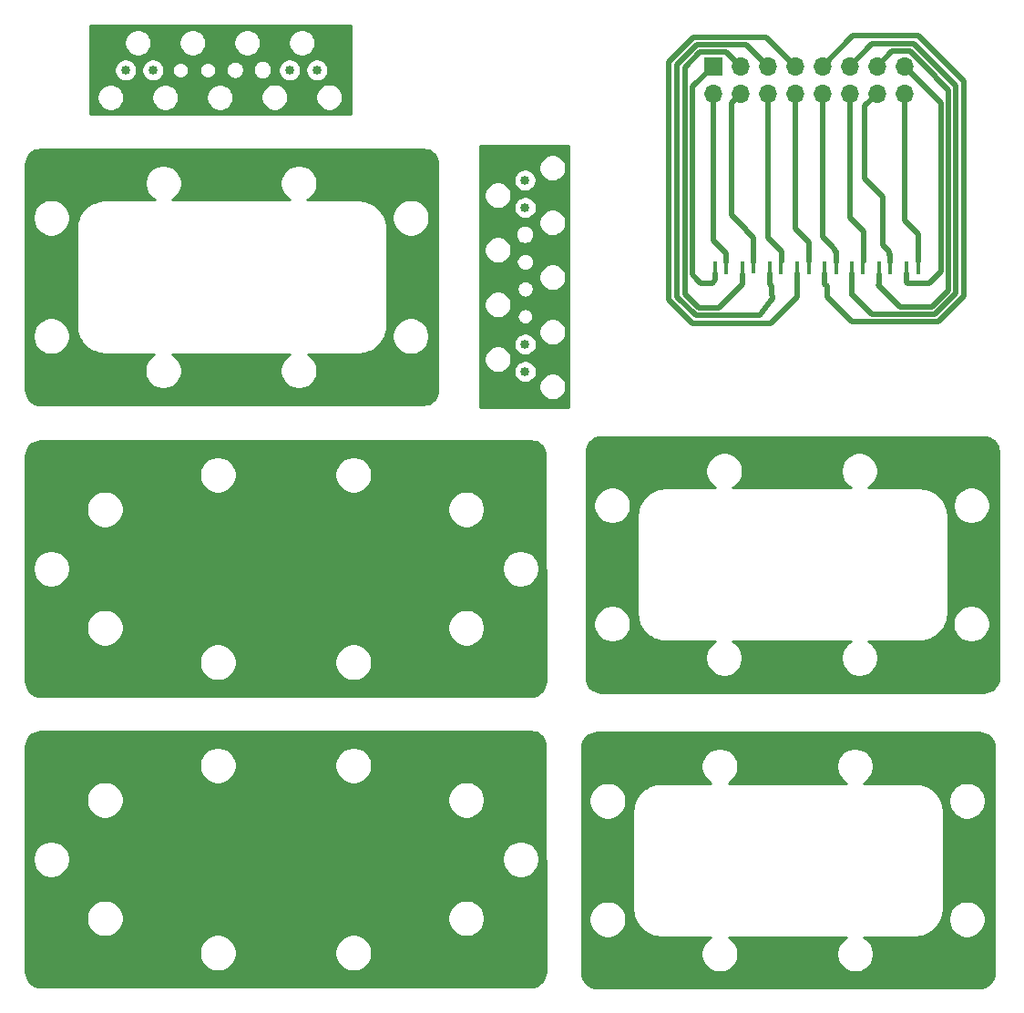
<source format=gbl>
%MOIN*%
%OFA0B0*%
%FSLAX46Y46*%
%IPPOS*%
%LPD*%
%ADD10C,0.01*%
%ADD11C,0.0039370078740157488*%
%ADD22O,0.066929133858267723X0.066929133858267723*%
%ADD23R,0.066929133858267723X0.066929133858267723*%
%ADD24R,0.015748031496062995X0.059055118110236227*%
%ADD25C,0.01968503937007874*%
%ADD26C,0.015748031496062995*%
%ADD27C,0.01*%
%ADD28C,0.0039370078740157488*%
%ADD29C,0.01*%
%ADD30C,0.0039370078740157488*%
%ADD31C,0.01*%
%ADD32C,0.0039370078740157488*%
%ADD33C,0.033464566929133861*%
%ADD34C,0.01*%
%ADD35C,0.0039370078740157488*%
%ADD36C,0.033464566929133861*%
%ADD37C,0.01*%
%ADD38C,0.0039370078740157488*%
%ADD39C,0.01*%
%ADD40C,0.0039370078740157488*%
G01*
D10*
X0001883945Y0000960799D02*
X0001893812Y0000957820D01*
X0001902912Y0000952981D01*
X0001910899Y0000946467D01*
X0001917468Y0000938526D01*
X0001922370Y0000929460D01*
X0001925418Y0000919615D01*
X0001926621Y0000908165D01*
X0001926839Y0000083978D01*
X0001925706Y0000072428D01*
X0001922720Y0000062536D01*
X0001917869Y0000053413D01*
X0001911339Y0000045406D01*
X0001903377Y0000038819D01*
X0001894288Y0000033905D01*
X0001884417Y0000030849D01*
X0001872954Y0000029645D01*
X0001675995Y0000029645D01*
X0001675995Y0000029645D01*
X0000080047Y0000029645D01*
X0000068553Y0000030772D01*
X0000058720Y0000033740D01*
X0000049650Y0000038563D01*
X0000041690Y0000045055D01*
X0000035143Y0000052969D01*
X0000030257Y0000062005D01*
X0000027220Y0000071817D01*
X0000026020Y0000083231D01*
X0000026020Y0000160078D01*
X0000660381Y0000160078D01*
X0000660381Y0000146622D01*
X0000663006Y0000133425D01*
X0000668155Y0000120994D01*
X0000675631Y0000109807D01*
X0000685145Y0000100292D01*
X0000696333Y0000092817D01*
X0000708764Y0000087668D01*
X0000721961Y0000085043D01*
X0000735416Y0000085043D01*
X0000748613Y0000087668D01*
X0000761044Y0000092817D01*
X0000772232Y0000100292D01*
X0000781746Y0000109807D01*
X0000789221Y0000120994D01*
X0000794370Y0000133425D01*
X0000796995Y0000146622D01*
X0000796995Y0000160078D01*
X0001156381Y0000160078D01*
X0001156381Y0000146622D01*
X0001159006Y0000133425D01*
X0001164155Y0000120994D01*
X0001171631Y0000109807D01*
X0001181145Y0000100292D01*
X0001192333Y0000092817D01*
X0001204764Y0000087668D01*
X0001217961Y0000085043D01*
X0001231416Y0000085043D01*
X0001244613Y0000087668D01*
X0001257044Y0000092817D01*
X0001268232Y0000100292D01*
X0001277746Y0000109807D01*
X0001285221Y0000120994D01*
X0001290370Y0000133425D01*
X0001292995Y0000146622D01*
X0001292995Y0000160078D01*
X0001290370Y0000173274D01*
X0001285221Y0000185705D01*
X0001277746Y0000196893D01*
X0001268232Y0000206407D01*
X0001257044Y0000213883D01*
X0001244613Y0000219032D01*
X0001231416Y0000221657D01*
X0001217961Y0000221657D01*
X0001204764Y0000219032D01*
X0001192333Y0000213883D01*
X0001181145Y0000206407D01*
X0001171631Y0000196893D01*
X0001164155Y0000185705D01*
X0001159006Y0000173274D01*
X0001156381Y0000160078D01*
X0000796995Y0000160078D01*
X0000794370Y0000173274D01*
X0000789221Y0000185705D01*
X0000781746Y0000196893D01*
X0000772232Y0000206407D01*
X0000761044Y0000213883D01*
X0000748613Y0000219032D01*
X0000735416Y0000221657D01*
X0000721961Y0000221657D01*
X0000708764Y0000219032D01*
X0000696333Y0000213883D01*
X0000685145Y0000206407D01*
X0000675631Y0000196893D01*
X0000668155Y0000185705D01*
X0000663006Y0000173274D01*
X0000660381Y0000160078D01*
X0000026020Y0000160078D01*
X0000026020Y0000286078D01*
X0000246881Y0000286078D01*
X0000246881Y0000272622D01*
X0000249506Y0000259425D01*
X0000254655Y0000246994D01*
X0000262131Y0000235807D01*
X0000271645Y0000226292D01*
X0000282833Y0000218817D01*
X0000295264Y0000213668D01*
X0000308461Y0000211043D01*
X0000321916Y0000211043D01*
X0000335113Y0000213668D01*
X0000347544Y0000218817D01*
X0000358732Y0000226292D01*
X0000368246Y0000235807D01*
X0000375721Y0000246994D01*
X0000380870Y0000259425D01*
X0000383495Y0000272622D01*
X0000383495Y0000286078D01*
X0001569381Y0000286078D01*
X0001569381Y0000272622D01*
X0001572006Y0000259425D01*
X0001577155Y0000246994D01*
X0001584631Y0000235807D01*
X0001594145Y0000226292D01*
X0001605333Y0000218817D01*
X0001617764Y0000213668D01*
X0001630961Y0000211043D01*
X0001644416Y0000211043D01*
X0001657613Y0000213668D01*
X0001670044Y0000218817D01*
X0001681232Y0000226292D01*
X0001690746Y0000235807D01*
X0001698221Y0000246994D01*
X0001703370Y0000259425D01*
X0001705995Y0000272622D01*
X0001705995Y0000286078D01*
X0001703370Y0000299274D01*
X0001698221Y0000311705D01*
X0001690746Y0000322893D01*
X0001681232Y0000332407D01*
X0001670044Y0000339883D01*
X0001657613Y0000345032D01*
X0001644416Y0000347657D01*
X0001630961Y0000347657D01*
X0001617764Y0000345032D01*
X0001605333Y0000339883D01*
X0001594145Y0000332407D01*
X0001584631Y0000322893D01*
X0001577155Y0000311705D01*
X0001572006Y0000299274D01*
X0001569381Y0000286078D01*
X0000383495Y0000286078D01*
X0000380870Y0000299274D01*
X0000375721Y0000311705D01*
X0000368246Y0000322893D01*
X0000358732Y0000332407D01*
X0000347544Y0000339883D01*
X0000335113Y0000345032D01*
X0000321916Y0000347657D01*
X0000308461Y0000347657D01*
X0000295264Y0000345032D01*
X0000282833Y0000339883D01*
X0000271645Y0000332407D01*
X0000262131Y0000322893D01*
X0000254655Y0000311705D01*
X0000249506Y0000299274D01*
X0000246881Y0000286078D01*
X0000026020Y0000286078D01*
X0000026020Y0000501578D01*
X0000051381Y0000501578D01*
X0000051381Y0000488122D01*
X0000054006Y0000474925D01*
X0000059155Y0000462494D01*
X0000066631Y0000451307D01*
X0000076145Y0000441792D01*
X0000087333Y0000434317D01*
X0000099764Y0000429168D01*
X0000112961Y0000426543D01*
X0000126416Y0000426543D01*
X0000139613Y0000429168D01*
X0000152044Y0000434317D01*
X0000163232Y0000441792D01*
X0000172746Y0000451307D01*
X0000180221Y0000462494D01*
X0000185370Y0000474925D01*
X0000187995Y0000488122D01*
X0000187995Y0000501578D01*
X0001768381Y0000501578D01*
X0001768381Y0000488122D01*
X0001771006Y0000474925D01*
X0001776155Y0000462494D01*
X0001783631Y0000451307D01*
X0001793145Y0000441792D01*
X0001804333Y0000434317D01*
X0001816764Y0000429168D01*
X0001829961Y0000426543D01*
X0001843416Y0000426543D01*
X0001856613Y0000429168D01*
X0001869044Y0000434317D01*
X0001880232Y0000441792D01*
X0001889746Y0000451307D01*
X0001897221Y0000462494D01*
X0001902370Y0000474925D01*
X0001904995Y0000488122D01*
X0001904995Y0000501578D01*
X0001902370Y0000514774D01*
X0001897221Y0000527205D01*
X0001889746Y0000538393D01*
X0001880232Y0000547907D01*
X0001869044Y0000555383D01*
X0001856613Y0000560532D01*
X0001843416Y0000563157D01*
X0001829961Y0000563157D01*
X0001816764Y0000560532D01*
X0001804333Y0000555383D01*
X0001793145Y0000547907D01*
X0001783631Y0000538393D01*
X0001776155Y0000527205D01*
X0001771006Y0000514774D01*
X0001768381Y0000501578D01*
X0000187995Y0000501578D01*
X0000185370Y0000514774D01*
X0000180221Y0000527205D01*
X0000172746Y0000538393D01*
X0000163232Y0000547907D01*
X0000152044Y0000555383D01*
X0000139613Y0000560532D01*
X0000126416Y0000563157D01*
X0000112961Y0000563157D01*
X0000099764Y0000560532D01*
X0000087333Y0000555383D01*
X0000076145Y0000547907D01*
X0000066631Y0000538393D01*
X0000059155Y0000527205D01*
X0000054006Y0000514774D01*
X0000051381Y0000501578D01*
X0000026020Y0000501578D01*
X0000026020Y0000719078D01*
X0000246881Y0000719078D01*
X0000246881Y0000705622D01*
X0000249506Y0000692425D01*
X0000254655Y0000679994D01*
X0000262131Y0000668807D01*
X0000271645Y0000659292D01*
X0000282833Y0000651817D01*
X0000295264Y0000646668D01*
X0000308461Y0000644043D01*
X0000321916Y0000644043D01*
X0000335113Y0000646668D01*
X0000347544Y0000651817D01*
X0000358732Y0000659292D01*
X0000368246Y0000668807D01*
X0000375721Y0000679994D01*
X0000380870Y0000692425D01*
X0000383495Y0000705622D01*
X0000383495Y0000719078D01*
X0001569381Y0000719078D01*
X0001569381Y0000705622D01*
X0001572006Y0000692425D01*
X0001577155Y0000679994D01*
X0001584631Y0000668807D01*
X0001594145Y0000659292D01*
X0001605333Y0000651817D01*
X0001617764Y0000646668D01*
X0001630961Y0000644043D01*
X0001644416Y0000644043D01*
X0001657613Y0000646668D01*
X0001670044Y0000651817D01*
X0001681232Y0000659292D01*
X0001690746Y0000668807D01*
X0001698221Y0000679994D01*
X0001703370Y0000692425D01*
X0001705995Y0000705622D01*
X0001705995Y0000719078D01*
X0001703370Y0000732274D01*
X0001698221Y0000744705D01*
X0001690746Y0000755893D01*
X0001681232Y0000765407D01*
X0001670044Y0000772883D01*
X0001657613Y0000778032D01*
X0001644416Y0000780657D01*
X0001630961Y0000780657D01*
X0001617764Y0000778032D01*
X0001605333Y0000772883D01*
X0001594145Y0000765407D01*
X0001584631Y0000755893D01*
X0001577155Y0000744705D01*
X0001572006Y0000732274D01*
X0001569381Y0000719078D01*
X0000383495Y0000719078D01*
X0000380870Y0000732274D01*
X0000375721Y0000744705D01*
X0000368246Y0000755893D01*
X0000358732Y0000765407D01*
X0000347544Y0000772883D01*
X0000335113Y0000778032D01*
X0000321916Y0000780657D01*
X0000308461Y0000780657D01*
X0000295264Y0000778032D01*
X0000282833Y0000772883D01*
X0000271645Y0000765407D01*
X0000262131Y0000755893D01*
X0000254655Y0000744705D01*
X0000249506Y0000732274D01*
X0000246881Y0000719078D01*
X0000026020Y0000719078D01*
X0000026020Y0000845078D01*
X0000660381Y0000845078D01*
X0000660381Y0000831622D01*
X0000663006Y0000818425D01*
X0000668155Y0000805994D01*
X0000675631Y0000794807D01*
X0000685145Y0000785292D01*
X0000696333Y0000777817D01*
X0000708764Y0000772668D01*
X0000721961Y0000770043D01*
X0000735416Y0000770043D01*
X0000748613Y0000772668D01*
X0000761044Y0000777817D01*
X0000772232Y0000785292D01*
X0000781746Y0000794807D01*
X0000789221Y0000805994D01*
X0000794370Y0000818425D01*
X0000796995Y0000831622D01*
X0000796995Y0000845078D01*
X0001156381Y0000845078D01*
X0001156381Y0000831622D01*
X0001159006Y0000818425D01*
X0001164155Y0000805994D01*
X0001171631Y0000794807D01*
X0001181145Y0000785292D01*
X0001192333Y0000777817D01*
X0001204764Y0000772668D01*
X0001217961Y0000770043D01*
X0001231416Y0000770043D01*
X0001244613Y0000772668D01*
X0001257044Y0000777817D01*
X0001268232Y0000785292D01*
X0001277746Y0000794807D01*
X0001285221Y0000805994D01*
X0001290370Y0000818425D01*
X0001292995Y0000831622D01*
X0001292995Y0000845078D01*
X0001290370Y0000858274D01*
X0001285221Y0000870705D01*
X0001277746Y0000881893D01*
X0001268232Y0000891407D01*
X0001257044Y0000898883D01*
X0001244613Y0000904032D01*
X0001231416Y0000906657D01*
X0001217961Y0000906657D01*
X0001204764Y0000904032D01*
X0001192333Y0000898883D01*
X0001181145Y0000891407D01*
X0001171631Y0000881893D01*
X0001164155Y0000870705D01*
X0001159006Y0000858274D01*
X0001156381Y0000845078D01*
X0000796995Y0000845078D01*
X0000794370Y0000858274D01*
X0000789221Y0000870705D01*
X0000781746Y0000881893D01*
X0000772232Y0000891407D01*
X0000761044Y0000898883D01*
X0000748613Y0000904032D01*
X0000735416Y0000906657D01*
X0000721961Y0000906657D01*
X0000708764Y0000904032D01*
X0000696333Y0000898883D01*
X0000685145Y0000891407D01*
X0000675631Y0000881893D01*
X0000668155Y0000870705D01*
X0000663006Y0000858274D01*
X0000660381Y0000845078D01*
X0000026020Y0000845078D01*
X0000026020Y0000907902D01*
X0000027147Y0000919396D01*
X0000030116Y0000929229D01*
X0000034938Y0000938299D01*
X0000041430Y0000946259D01*
X0000049345Y0000952806D01*
X0000058381Y0000957692D01*
X0000068193Y0000960729D01*
X0000079606Y0000961929D01*
X0001872418Y0000961929D01*
X0001883945Y0000960799D01*
D11*
G36*
X0001883945Y0000960799D02*
G01*
X0001893812Y0000957820D01*
X0001902912Y0000952981D01*
X0001910899Y0000946467D01*
X0001917468Y0000938526D01*
X0001922370Y0000929460D01*
X0001925418Y0000919615D01*
X0001926621Y0000908165D01*
X0001926839Y0000083978D01*
X0001925706Y0000072428D01*
X0001922720Y0000062536D01*
X0001917869Y0000053413D01*
X0001911339Y0000045406D01*
X0001903377Y0000038819D01*
X0001894288Y0000033905D01*
X0001884417Y0000030849D01*
X0001872954Y0000029645D01*
X0001675995Y0000029645D01*
X0001675995Y0000029645D01*
X0000080047Y0000029645D01*
X0000068553Y0000030772D01*
X0000058720Y0000033740D01*
X0000049650Y0000038563D01*
X0000041690Y0000045055D01*
X0000035143Y0000052969D01*
X0000030257Y0000062005D01*
X0000027220Y0000071817D01*
X0000026020Y0000083231D01*
X0000026020Y0000160078D01*
X0000660381Y0000160078D01*
X0000660381Y0000146622D01*
X0000663006Y0000133425D01*
X0000668155Y0000120994D01*
X0000675631Y0000109807D01*
X0000685145Y0000100292D01*
X0000696333Y0000092817D01*
X0000708764Y0000087668D01*
X0000721961Y0000085043D01*
X0000735416Y0000085043D01*
X0000748613Y0000087668D01*
X0000761044Y0000092817D01*
X0000772232Y0000100292D01*
X0000781746Y0000109807D01*
X0000789221Y0000120994D01*
X0000794370Y0000133425D01*
X0000796995Y0000146622D01*
X0000796995Y0000160078D01*
X0001156381Y0000160078D01*
X0001156381Y0000146622D01*
X0001159006Y0000133425D01*
X0001164155Y0000120994D01*
X0001171631Y0000109807D01*
X0001181145Y0000100292D01*
X0001192333Y0000092817D01*
X0001204764Y0000087668D01*
X0001217961Y0000085043D01*
X0001231416Y0000085043D01*
X0001244613Y0000087668D01*
X0001257044Y0000092817D01*
X0001268232Y0000100292D01*
X0001277746Y0000109807D01*
X0001285221Y0000120994D01*
X0001290370Y0000133425D01*
X0001292995Y0000146622D01*
X0001292995Y0000160078D01*
X0001290370Y0000173274D01*
X0001285221Y0000185705D01*
X0001277746Y0000196893D01*
X0001268232Y0000206407D01*
X0001257044Y0000213883D01*
X0001244613Y0000219032D01*
X0001231416Y0000221657D01*
X0001217961Y0000221657D01*
X0001204764Y0000219032D01*
X0001192333Y0000213883D01*
X0001181145Y0000206407D01*
X0001171631Y0000196893D01*
X0001164155Y0000185705D01*
X0001159006Y0000173274D01*
X0001156381Y0000160078D01*
X0000796995Y0000160078D01*
X0000794370Y0000173274D01*
X0000789221Y0000185705D01*
X0000781746Y0000196893D01*
X0000772232Y0000206407D01*
X0000761044Y0000213883D01*
X0000748613Y0000219032D01*
X0000735416Y0000221657D01*
X0000721961Y0000221657D01*
X0000708764Y0000219032D01*
X0000696333Y0000213883D01*
X0000685145Y0000206407D01*
X0000675631Y0000196893D01*
X0000668155Y0000185705D01*
X0000663006Y0000173274D01*
X0000660381Y0000160078D01*
X0000026020Y0000160078D01*
X0000026020Y0000286078D01*
X0000246881Y0000286078D01*
X0000246881Y0000272622D01*
X0000249506Y0000259425D01*
X0000254655Y0000246994D01*
X0000262131Y0000235807D01*
X0000271645Y0000226292D01*
X0000282833Y0000218817D01*
X0000295264Y0000213668D01*
X0000308461Y0000211043D01*
X0000321916Y0000211043D01*
X0000335113Y0000213668D01*
X0000347544Y0000218817D01*
X0000358732Y0000226292D01*
X0000368246Y0000235807D01*
X0000375721Y0000246994D01*
X0000380870Y0000259425D01*
X0000383495Y0000272622D01*
X0000383495Y0000286078D01*
X0001569381Y0000286078D01*
X0001569381Y0000272622D01*
X0001572006Y0000259425D01*
X0001577155Y0000246994D01*
X0001584631Y0000235807D01*
X0001594145Y0000226292D01*
X0001605333Y0000218817D01*
X0001617764Y0000213668D01*
X0001630961Y0000211043D01*
X0001644416Y0000211043D01*
X0001657613Y0000213668D01*
X0001670044Y0000218817D01*
X0001681232Y0000226292D01*
X0001690746Y0000235807D01*
X0001698221Y0000246994D01*
X0001703370Y0000259425D01*
X0001705995Y0000272622D01*
X0001705995Y0000286078D01*
X0001703370Y0000299274D01*
X0001698221Y0000311705D01*
X0001690746Y0000322893D01*
X0001681232Y0000332407D01*
X0001670044Y0000339883D01*
X0001657613Y0000345032D01*
X0001644416Y0000347657D01*
X0001630961Y0000347657D01*
X0001617764Y0000345032D01*
X0001605333Y0000339883D01*
X0001594145Y0000332407D01*
X0001584631Y0000322893D01*
X0001577155Y0000311705D01*
X0001572006Y0000299274D01*
X0001569381Y0000286078D01*
X0000383495Y0000286078D01*
X0000380870Y0000299274D01*
X0000375721Y0000311705D01*
X0000368246Y0000322893D01*
X0000358732Y0000332407D01*
X0000347544Y0000339883D01*
X0000335113Y0000345032D01*
X0000321916Y0000347657D01*
X0000308461Y0000347657D01*
X0000295264Y0000345032D01*
X0000282833Y0000339883D01*
X0000271645Y0000332407D01*
X0000262131Y0000322893D01*
X0000254655Y0000311705D01*
X0000249506Y0000299274D01*
X0000246881Y0000286078D01*
X0000026020Y0000286078D01*
X0000026020Y0000501578D01*
X0000051381Y0000501578D01*
X0000051381Y0000488122D01*
X0000054006Y0000474925D01*
X0000059155Y0000462494D01*
X0000066631Y0000451307D01*
X0000076145Y0000441792D01*
X0000087333Y0000434317D01*
X0000099764Y0000429168D01*
X0000112961Y0000426543D01*
X0000126416Y0000426543D01*
X0000139613Y0000429168D01*
X0000152044Y0000434317D01*
X0000163232Y0000441792D01*
X0000172746Y0000451307D01*
X0000180221Y0000462494D01*
X0000185370Y0000474925D01*
X0000187995Y0000488122D01*
X0000187995Y0000501578D01*
X0001768381Y0000501578D01*
X0001768381Y0000488122D01*
X0001771006Y0000474925D01*
X0001776155Y0000462494D01*
X0001783631Y0000451307D01*
X0001793145Y0000441792D01*
X0001804333Y0000434317D01*
X0001816764Y0000429168D01*
X0001829961Y0000426543D01*
X0001843416Y0000426543D01*
X0001856613Y0000429168D01*
X0001869044Y0000434317D01*
X0001880232Y0000441792D01*
X0001889746Y0000451307D01*
X0001897221Y0000462494D01*
X0001902370Y0000474925D01*
X0001904995Y0000488122D01*
X0001904995Y0000501578D01*
X0001902370Y0000514774D01*
X0001897221Y0000527205D01*
X0001889746Y0000538393D01*
X0001880232Y0000547907D01*
X0001869044Y0000555383D01*
X0001856613Y0000560532D01*
X0001843416Y0000563157D01*
X0001829961Y0000563157D01*
X0001816764Y0000560532D01*
X0001804333Y0000555383D01*
X0001793145Y0000547907D01*
X0001783631Y0000538393D01*
X0001776155Y0000527205D01*
X0001771006Y0000514774D01*
X0001768381Y0000501578D01*
X0000187995Y0000501578D01*
X0000185370Y0000514774D01*
X0000180221Y0000527205D01*
X0000172746Y0000538393D01*
X0000163232Y0000547907D01*
X0000152044Y0000555383D01*
X0000139613Y0000560532D01*
X0000126416Y0000563157D01*
X0000112961Y0000563157D01*
X0000099764Y0000560532D01*
X0000087333Y0000555383D01*
X0000076145Y0000547907D01*
X0000066631Y0000538393D01*
X0000059155Y0000527205D01*
X0000054006Y0000514774D01*
X0000051381Y0000501578D01*
X0000026020Y0000501578D01*
X0000026020Y0000719078D01*
X0000246881Y0000719078D01*
X0000246881Y0000705622D01*
X0000249506Y0000692425D01*
X0000254655Y0000679994D01*
X0000262131Y0000668807D01*
X0000271645Y0000659292D01*
X0000282833Y0000651817D01*
X0000295264Y0000646668D01*
X0000308461Y0000644043D01*
X0000321916Y0000644043D01*
X0000335113Y0000646668D01*
X0000347544Y0000651817D01*
X0000358732Y0000659292D01*
X0000368246Y0000668807D01*
X0000375721Y0000679994D01*
X0000380870Y0000692425D01*
X0000383495Y0000705622D01*
X0000383495Y0000719078D01*
X0001569381Y0000719078D01*
X0001569381Y0000705622D01*
X0001572006Y0000692425D01*
X0001577155Y0000679994D01*
X0001584631Y0000668807D01*
X0001594145Y0000659292D01*
X0001605333Y0000651817D01*
X0001617764Y0000646668D01*
X0001630961Y0000644043D01*
X0001644416Y0000644043D01*
X0001657613Y0000646668D01*
X0001670044Y0000651817D01*
X0001681232Y0000659292D01*
X0001690746Y0000668807D01*
X0001698221Y0000679994D01*
X0001703370Y0000692425D01*
X0001705995Y0000705622D01*
X0001705995Y0000719078D01*
X0001703370Y0000732274D01*
X0001698221Y0000744705D01*
X0001690746Y0000755893D01*
X0001681232Y0000765407D01*
X0001670044Y0000772883D01*
X0001657613Y0000778032D01*
X0001644416Y0000780657D01*
X0001630961Y0000780657D01*
X0001617764Y0000778032D01*
X0001605333Y0000772883D01*
X0001594145Y0000765407D01*
X0001584631Y0000755893D01*
X0001577155Y0000744705D01*
X0001572006Y0000732274D01*
X0001569381Y0000719078D01*
X0000383495Y0000719078D01*
X0000380870Y0000732274D01*
X0000375721Y0000744705D01*
X0000368246Y0000755893D01*
X0000358732Y0000765407D01*
X0000347544Y0000772883D01*
X0000335113Y0000778032D01*
X0000321916Y0000780657D01*
X0000308461Y0000780657D01*
X0000295264Y0000778032D01*
X0000282833Y0000772883D01*
X0000271645Y0000765407D01*
X0000262131Y0000755893D01*
X0000254655Y0000744705D01*
X0000249506Y0000732274D01*
X0000246881Y0000719078D01*
X0000026020Y0000719078D01*
X0000026020Y0000845078D01*
X0000660381Y0000845078D01*
X0000660381Y0000831622D01*
X0000663006Y0000818425D01*
X0000668155Y0000805994D01*
X0000675631Y0000794807D01*
X0000685145Y0000785292D01*
X0000696333Y0000777817D01*
X0000708764Y0000772668D01*
X0000721961Y0000770043D01*
X0000735416Y0000770043D01*
X0000748613Y0000772668D01*
X0000761044Y0000777817D01*
X0000772232Y0000785292D01*
X0000781746Y0000794807D01*
X0000789221Y0000805994D01*
X0000794370Y0000818425D01*
X0000796995Y0000831622D01*
X0000796995Y0000845078D01*
X0001156381Y0000845078D01*
X0001156381Y0000831622D01*
X0001159006Y0000818425D01*
X0001164155Y0000805994D01*
X0001171631Y0000794807D01*
X0001181145Y0000785292D01*
X0001192333Y0000777817D01*
X0001204764Y0000772668D01*
X0001217961Y0000770043D01*
X0001231416Y0000770043D01*
X0001244613Y0000772668D01*
X0001257044Y0000777817D01*
X0001268232Y0000785292D01*
X0001277746Y0000794807D01*
X0001285221Y0000805994D01*
X0001290370Y0000818425D01*
X0001292995Y0000831622D01*
X0001292995Y0000845078D01*
X0001290370Y0000858274D01*
X0001285221Y0000870705D01*
X0001277746Y0000881893D01*
X0001268232Y0000891407D01*
X0001257044Y0000898883D01*
X0001244613Y0000904032D01*
X0001231416Y0000906657D01*
X0001217961Y0000906657D01*
X0001204764Y0000904032D01*
X0001192333Y0000898883D01*
X0001181145Y0000891407D01*
X0001171631Y0000881893D01*
X0001164155Y0000870705D01*
X0001159006Y0000858274D01*
X0001156381Y0000845078D01*
X0000796995Y0000845078D01*
X0000794370Y0000858274D01*
X0000789221Y0000870705D01*
X0000781746Y0000881893D01*
X0000772232Y0000891407D01*
X0000761044Y0000898883D01*
X0000748613Y0000904032D01*
X0000735416Y0000906657D01*
X0000721961Y0000906657D01*
X0000708764Y0000904032D01*
X0000696333Y0000898883D01*
X0000685145Y0000891407D01*
X0000675631Y0000881893D01*
X0000668155Y0000870705D01*
X0000663006Y0000858274D01*
X0000660381Y0000845078D01*
X0000026020Y0000845078D01*
X0000026020Y0000907902D01*
X0000027147Y0000919396D01*
X0000030116Y0000929229D01*
X0000034938Y0000938299D01*
X0000041430Y0000946259D01*
X0000049345Y0000952806D01*
X0000058381Y0000957692D01*
X0000068193Y0000960729D01*
X0000079606Y0000961929D01*
X0001872418Y0000961929D01*
X0001883945Y0000960799D01*
G37*
G04 next file*
G04 #@! TF.GenerationSoftware,KiCad,Pcbnew,(5.1.12)-1*
G04 #@! TF.CreationDate,2022-03-26T22:13:32+08:00*
G04 #@! TF.ProjectId,Nozzle,4e6f7a7a-6c65-42e6-9b69-6361645f7063,0.5*
G04 #@! TF.SameCoordinates,Original*
G04 #@! TF.FileFunction,Copper,L2,Bot*
G04 #@! TF.FilePolarity,Positive*
G04 Gerber Fmt 4.6, Leading zero omitted, Abs format (unit mm)*
G04 Created by KiCad (PCBNEW (5.1.12)-1) date 2022-03-26 22:13:32*
G01*
G04 APERTURE LIST*
G04 #@! TA.AperFunction,ComponentPad*
G04 #@! TD*
G04 #@! TA.AperFunction,ComponentPad*
G04 #@! TD*
G04 #@! TA.AperFunction,SMDPad,CuDef*
G04 #@! TD*
G04 #@! TA.AperFunction,Conductor*
G04 #@! TD*
G04 #@! TA.AperFunction,Conductor*
G04 #@! TD*
G04 APERTURE END LIST*
D22*
X-0002519685Y0005157480D02*
X0003240314Y0003297480D03*
X0003240314Y0003397480D03*
X0003140314Y0003297480D03*
X0003140314Y0003397480D03*
X0003040314Y0003297480D03*
X0003040314Y0003397480D03*
X0002940314Y0003297480D03*
X0002940314Y0003397480D03*
X0002840314Y0003297480D03*
X0002840314Y0003397480D03*
X0002740314Y0003297480D03*
X0002740314Y0003397480D03*
X0002640314Y0003297480D03*
X0002640314Y0003397480D03*
X0002540314Y0003297480D03*
D23*
X0002540314Y0003397480D03*
D24*
X0002647555Y0002652106D03*
X0002690074Y0002667854D03*
X0002747555Y0002651106D03*
X0002790074Y0002666854D03*
X0002848055Y0002651606D03*
X0002890574Y0002667354D03*
X0002948555Y0002651606D03*
X0002991074Y0002667354D03*
X0002547055Y0002651606D03*
X0002589574Y0002667354D03*
X0003047555Y0002651606D03*
X0003090074Y0002667354D03*
X0003147055Y0002651606D03*
X0003189574Y0002667354D03*
X0003248555Y0002651606D03*
X0003291074Y0002667354D03*
D25*
X0002496314Y0002602480D02*
X0002483400Y0002615395D01*
X0002548314Y0002639480D02*
X0002548314Y0002615521D01*
X0002464433Y0002634674D02*
X0002464433Y0003321599D01*
X0002549314Y0002614521D02*
X0002538294Y0002603500D01*
X0002464433Y0003321599D02*
X0002540314Y0003397480D01*
X0002497335Y0002603500D02*
X0002496314Y0002602480D01*
X0002483400Y0002615395D02*
X0002483400Y0002615707D01*
X0002483400Y0002615707D02*
X0002464433Y0002634674D01*
X0002548314Y0002615521D02*
X0002549314Y0002614521D01*
X0002538294Y0002603500D02*
X0002497335Y0002603500D01*
X0002587314Y0002704480D02*
X0002589314Y0002702480D01*
X0002587314Y0002713480D02*
X0002587314Y0002704480D01*
X0002589314Y0002702480D02*
X0002589314Y0002680294D01*
X0002540314Y0003297480D02*
X0002540314Y0002760480D01*
X0002540314Y0002760480D02*
X0002587314Y0002713480D01*
X0002436874Y0003392858D02*
X0002436874Y0002563870D01*
X0002589133Y0003448661D02*
X0002492677Y0003448661D01*
X0002533962Y0002512480D02*
X0002561314Y0002512480D01*
X0002492677Y0003448661D02*
X0002436874Y0003392858D01*
X0002436874Y0002563870D02*
X0002488264Y0002512480D01*
X0002488264Y0002512480D02*
X0002533962Y0002512480D01*
X0002640314Y0003397480D02*
X0002589133Y0003448661D01*
X0002647314Y0002637480D02*
X0002647314Y0002598480D01*
X0002647314Y0002598480D02*
X0002561314Y0002512480D01*
X0002660379Y0002797416D02*
X0002687314Y0002770480D01*
X0002606850Y0002852738D02*
X0002660379Y0002799210D01*
X0002606850Y0003264015D02*
X0002606850Y0002852738D01*
X0002640314Y0003297480D02*
X0002606850Y0003264015D01*
X0002660379Y0002799210D02*
X0002660379Y0002797416D01*
X0002689314Y0002759665D02*
X0002689314Y0002680480D01*
D26*
X0002687314Y0002761665D02*
X0002689314Y0002759665D01*
D25*
X0002687314Y0002770480D02*
X0002687314Y0002761665D01*
X0002661574Y0003476220D02*
X0002481261Y0003476220D01*
X0002409314Y0003404274D02*
X0002409314Y0002552455D01*
X0002748314Y0002599480D02*
X0002756314Y0002591480D01*
X0002748314Y0002638480D02*
X0002748314Y0002599480D01*
X0002477289Y0002484480D02*
X0002712244Y0002484480D01*
X0002712244Y0002484480D02*
X0002751641Y0002537806D01*
X0002409314Y0002552455D02*
X0002477289Y0002484480D01*
X0002758412Y0002544577D02*
X0002756314Y0002570898D01*
X0002751641Y0002537806D02*
X0002758412Y0002544577D01*
X0002756314Y0002591480D02*
X0002750314Y0002597480D01*
X0002740314Y0003397480D02*
X0002661574Y0003476220D01*
X0002481261Y0003476220D02*
X0002409314Y0003404274D01*
X0002756314Y0002570898D02*
X0002756314Y0002591480D01*
X0002740314Y0002836480D02*
X0002740314Y0003297480D01*
X0002740314Y0002769883D02*
X0002740314Y0002836480D01*
X0002790314Y0002682480D02*
X0002790314Y0002719883D01*
X0002790314Y0002719883D02*
X0002740314Y0002769883D01*
X0002734014Y0003503780D02*
X0002840314Y0003397480D01*
X0002379314Y0002543480D02*
X0002379314Y0003413480D01*
X0002379314Y0003413480D02*
X0002469615Y0003503780D01*
X0002751314Y0002456480D02*
X0002466314Y0002456480D01*
X0002848314Y0002639480D02*
X0002848314Y0002553480D01*
X0002469615Y0003503780D02*
X0002734014Y0003503780D01*
X0002848314Y0002553480D02*
X0002751314Y0002456480D01*
X0002466314Y0002456480D02*
X0002379314Y0002543480D01*
X0002890314Y0002683084D02*
X0002890314Y0002751480D01*
X0002840314Y0002801480D02*
X0002840314Y0003297480D01*
X0002890314Y0002751480D02*
X0002840314Y0002801480D01*
X0003458314Y0002556052D02*
X0003363624Y0002461361D01*
X0003048433Y0002461361D02*
X0002957314Y0002552480D01*
X0002957314Y0002591480D02*
X0002948314Y0002600480D01*
X0003291314Y0003508480D02*
X0003458314Y0003341480D01*
X0002940314Y0003397480D02*
X0003051314Y0003508480D01*
X0003363624Y0002461361D02*
X0003048433Y0002461361D01*
X0003458314Y0003341480D02*
X0003458314Y0002556052D01*
X0003051314Y0003508480D02*
X0003291314Y0003508480D01*
X0002948314Y0002600480D02*
X0002948314Y0002639480D01*
X0002957314Y0002552480D02*
X0002957314Y0002591480D01*
X0002985314Y0002724811D02*
X0002974497Y0002738297D01*
X0002974497Y0002738297D02*
X0002940314Y0002772480D01*
X0002940314Y0002772480D02*
X0002940314Y0002848480D01*
X0002940314Y0002848480D02*
X0002940314Y0003297480D01*
X0002990314Y0002679422D02*
X0002990314Y0002719480D01*
X0002989314Y0002720811D02*
X0002985314Y0002724811D01*
X0003097205Y0002513480D02*
X0003051314Y0002559371D01*
X0003048314Y0002562371D02*
X0003051314Y0002559371D01*
X0003274314Y0003480480D02*
X0003429314Y0003325480D01*
X0003121765Y0002488920D02*
X0003097205Y0002513480D01*
X0003352208Y0002488920D02*
X0003121765Y0002488920D01*
X0003048314Y0002638480D02*
X0003048314Y0002562371D01*
X0003040314Y0003397480D02*
X0003123314Y0003480480D01*
X0003429314Y0003325480D02*
X0003429314Y0002566026D01*
X0003429314Y0002566026D02*
X0003352208Y0002488920D01*
X0003123314Y0003480480D02*
X0003274314Y0003480480D01*
X0003051314Y0002559371D02*
X0003050424Y0002559371D01*
X0003050424Y0002559371D02*
X0003049314Y0002560480D01*
X0003090314Y0002682480D02*
X0003090314Y0002791480D01*
X0003040314Y0002841480D02*
X0003040314Y0003297480D01*
X0003090314Y0002791480D02*
X0003040314Y0002841480D01*
X0003145314Y0002595480D02*
X0003147314Y0002597480D01*
X0003401755Y0002577442D02*
X0003340793Y0002516480D01*
X0003401755Y0003310039D02*
X0003401755Y0002577442D01*
X0003355314Y0003356480D02*
X0003401755Y0003310039D01*
X0003355314Y0003358228D02*
X0003355314Y0003356480D01*
X0003260622Y0003452920D02*
X0003355314Y0003358228D01*
X0003195755Y0003452920D02*
X0003260622Y0003452920D01*
X0003340793Y0002516480D02*
X0003224314Y0002516480D01*
X0003140314Y0003397480D02*
X0003195755Y0003452920D01*
X0003147314Y0002597480D02*
X0003147314Y0002637480D01*
X0003224314Y0002516480D02*
X0003145314Y0002595480D01*
D26*
X0003186314Y0002707480D02*
X0003186314Y0002687087D01*
D25*
X0003186314Y0002707480D02*
X0003186314Y0002719480D01*
X0003094922Y0003252087D02*
X0003094922Y0002985873D01*
X0003140314Y0003297480D02*
X0003094922Y0003252087D01*
X0003094922Y0002985873D02*
X0003107009Y0002973786D01*
X0003107009Y0002973786D02*
X0003108009Y0002973786D01*
X0003108009Y0002973786D02*
X0003163314Y0002918480D01*
X0003163314Y0002918480D02*
X0003163314Y0002742480D01*
X0003163314Y0002742480D02*
X0003186314Y0002719480D01*
X0003189314Y0002709106D02*
X0003189314Y0002679480D01*
X0003274503Y0002602480D02*
X0003252314Y0002602480D01*
X0003249314Y0002605480D02*
X0003252314Y0002602480D01*
X0003249314Y0002639480D02*
X0003249314Y0002605480D01*
X0003331390Y0002602480D02*
X0003274503Y0002602480D01*
X0003374195Y0002645286D02*
X0003331390Y0002602480D01*
X0003374195Y0003263599D02*
X0003374195Y0002645286D01*
X0003240314Y0003397480D02*
X0003374195Y0003263599D01*
X0003240314Y0002831480D02*
X0003240314Y0003297480D01*
X0003290314Y0002781480D02*
X0003240314Y0002831480D01*
X0003290314Y0002681480D02*
X0003290314Y0002781480D01*
G04 next file*
G04 #@! TF.GenerationSoftware,KiCad,Pcbnew,(5.1.12)-1*
G04 #@! TF.CreationDate,2022-03-26T22:12:51+08:00*
G04 #@! TF.ProjectId,Nozzle,4e6f7a7a-6c65-42e6-9b69-6361645f7063,0.5*
G04 #@! TF.SameCoordinates,Original*
G04 #@! TF.FileFunction,Copper,L2,Bot*
G04 #@! TF.FilePolarity,Positive*
G04 Gerber Fmt 4.6, Leading zero omitted, Abs format (unit mm)*
G04 Created by KiCad (PCBNEW (5.1.12)-1) date 2022-03-26 22:12:51*
G01*
G04 APERTURE LIST*
G04 #@! TA.AperFunction,NonConductor*
G04 #@! TD*
G04 #@! TA.AperFunction,NonConductor*
G04 #@! TD*
G04 APERTURE END LIST*
D27*
X0003525923Y0000957141D02*
X0003535756Y0000954172D01*
X0003544826Y0000949350D01*
X0003552786Y0000942858D01*
X0003559333Y0000934943D01*
X0003564219Y0000925908D01*
X0003567256Y0000916095D01*
X0003568456Y0000904682D01*
X0003568456Y0000080011D01*
X0003567329Y0000068517D01*
X0003564360Y0000058684D01*
X0003559538Y0000049614D01*
X0003553046Y0000041654D01*
X0003545131Y0000035106D01*
X0003536096Y0000030221D01*
X0003526283Y0000027183D01*
X0003514870Y0000025984D01*
X0002115475Y0000025984D01*
X0002103982Y0000027111D01*
X0002094148Y0000030080D01*
X0002085079Y0000034902D01*
X0002077119Y0000041394D01*
X0002070571Y0000049309D01*
X0002065686Y0000058344D01*
X0002062648Y0000068157D01*
X0002061448Y0000079570D01*
X0002061448Y0000282448D01*
X0002086672Y0000282448D01*
X0002086672Y0000268992D01*
X0002089297Y0000255796D01*
X0002094447Y0000243365D01*
X0002101922Y0000232177D01*
X0002111436Y0000222662D01*
X0002122624Y0000215187D01*
X0002135055Y0000210038D01*
X0002148252Y0000207413D01*
X0002161707Y0000207413D01*
X0002174904Y0000210038D01*
X0002187335Y0000215187D01*
X0002198523Y0000222662D01*
X0002208037Y0000232177D01*
X0002215513Y0000243365D01*
X0002220662Y0000255796D01*
X0002223287Y0000268992D01*
X0002223287Y0000282448D01*
X0002220662Y0000295645D01*
X0002215513Y0000308076D01*
X0002211765Y0000313684D01*
X0002245700Y0000313684D01*
X0002245812Y0000312544D01*
X0002245809Y0000312055D01*
X0002245844Y0000311694D01*
X0002247451Y0000296411D01*
X0002247924Y0000294106D01*
X0002248366Y0000291791D01*
X0002248470Y0000291444D01*
X0002253015Y0000276763D01*
X0002253927Y0000274592D01*
X0002254810Y0000272409D01*
X0002254980Y0000272088D01*
X0002262289Y0000258571D01*
X0002263605Y0000256620D01*
X0002264895Y0000254647D01*
X0002265125Y0000254366D01*
X0002274920Y0000242526D01*
X0002276591Y0000240867D01*
X0002278239Y0000239183D01*
X0002278519Y0000238952D01*
X0002290428Y0000229240D01*
X0002292389Y0000227936D01*
X0002294332Y0000226606D01*
X0002294651Y0000226433D01*
X0002308220Y0000219219D01*
X0002310397Y0000218321D01*
X0002312562Y0000217393D01*
X0002312909Y0000217286D01*
X0002327620Y0000212844D01*
X0002329931Y0000212387D01*
X0002332234Y0000211897D01*
X0002332595Y0000211859D01*
X0002347889Y0000210360D01*
X0002347889Y0000210360D01*
X0002349148Y0000210236D01*
X0002532098Y0000210236D01*
X0002520936Y0000202778D01*
X0002511422Y0000193263D01*
X0002503947Y0000182076D01*
X0002498797Y0000169645D01*
X0002496172Y0000156448D01*
X0002496172Y0000142992D01*
X0002498797Y0000129796D01*
X0002503947Y0000117365D01*
X0002511422Y0000106177D01*
X0002520936Y0000096662D01*
X0002532124Y0000089187D01*
X0002544555Y0000084038D01*
X0002557752Y0000081413D01*
X0002571207Y0000081413D01*
X0002584404Y0000084038D01*
X0002596835Y0000089187D01*
X0002608023Y0000096662D01*
X0002617537Y0000106177D01*
X0002625013Y0000117365D01*
X0002630162Y0000129796D01*
X0002632787Y0000142992D01*
X0002632787Y0000156448D01*
X0002630162Y0000169645D01*
X0002625013Y0000182076D01*
X0002617537Y0000193263D01*
X0002608023Y0000202778D01*
X0002596861Y0000210236D01*
X0003028098Y0000210236D01*
X0003016936Y0000202778D01*
X0003007422Y0000193263D01*
X0002999947Y0000182076D01*
X0002994797Y0000169645D01*
X0002992172Y0000156448D01*
X0002992172Y0000142992D01*
X0002994797Y0000129796D01*
X0002999947Y0000117365D01*
X0003007422Y0000106177D01*
X0003016936Y0000096662D01*
X0003028124Y0000089187D01*
X0003040555Y0000084038D01*
X0003053752Y0000081413D01*
X0003067207Y0000081413D01*
X0003080404Y0000084038D01*
X0003092835Y0000089187D01*
X0003104023Y0000096662D01*
X0003113537Y0000106177D01*
X0003121013Y0000117365D01*
X0003126162Y0000129796D01*
X0003128787Y0000142992D01*
X0003128787Y0000156448D01*
X0003126162Y0000169645D01*
X0003121013Y0000182076D01*
X0003113537Y0000193263D01*
X0003104023Y0000202778D01*
X0003092861Y0000210236D01*
X0003280756Y0000210236D01*
X0003281896Y0000210348D01*
X0003282384Y0000210345D01*
X0003282745Y0000210380D01*
X0003298029Y0000211986D01*
X0003300334Y0000212460D01*
X0003302649Y0000212901D01*
X0003302996Y0000213006D01*
X0003317676Y0000217550D01*
X0003319848Y0000218463D01*
X0003322031Y0000219345D01*
X0003322351Y0000219516D01*
X0003335869Y0000226825D01*
X0003337820Y0000228141D01*
X0003339792Y0000229431D01*
X0003340074Y0000229661D01*
X0003351914Y0000239456D01*
X0003353573Y0000241127D01*
X0003355256Y0000242775D01*
X0003355488Y0000243054D01*
X0003365200Y0000254963D01*
X0003366504Y0000256925D01*
X0003367834Y0000258868D01*
X0003368007Y0000259187D01*
X0003375221Y0000272756D01*
X0003376119Y0000274933D01*
X0003377046Y0000277098D01*
X0003377154Y0000277444D01*
X0003378664Y0000282448D01*
X0003401172Y0000282448D01*
X0003401172Y0000268992D01*
X0003403797Y0000255796D01*
X0003408947Y0000243365D01*
X0003416422Y0000232177D01*
X0003425936Y0000222662D01*
X0003437124Y0000215187D01*
X0003449555Y0000210038D01*
X0003462752Y0000207413D01*
X0003476207Y0000207413D01*
X0003489404Y0000210038D01*
X0003501835Y0000215187D01*
X0003513023Y0000222662D01*
X0003522537Y0000232177D01*
X0003530013Y0000243365D01*
X0003535162Y0000255796D01*
X0003537787Y0000268992D01*
X0003537787Y0000282448D01*
X0003535162Y0000295645D01*
X0003530013Y0000308076D01*
X0003522537Y0000319263D01*
X0003513023Y0000328778D01*
X0003501835Y0000336253D01*
X0003489404Y0000341402D01*
X0003476207Y0000344027D01*
X0003462752Y0000344027D01*
X0003449555Y0000341402D01*
X0003437124Y0000336253D01*
X0003425936Y0000328778D01*
X0003416422Y0000319263D01*
X0003408947Y0000308076D01*
X0003403797Y0000295645D01*
X0003401172Y0000282448D01*
X0003378664Y0000282448D01*
X0003381595Y0000292156D01*
X0003382053Y0000294466D01*
X0003382542Y0000296770D01*
X0003382580Y0000297131D01*
X0003384080Y0000312425D01*
X0003384080Y0000312425D01*
X0003384204Y0000313684D01*
X0003384204Y0000670567D01*
X0003384092Y0000671707D01*
X0003384095Y0000672196D01*
X0003384060Y0000672557D01*
X0003382453Y0000687840D01*
X0003381980Y0000690145D01*
X0003381539Y0000692460D01*
X0003381434Y0000692808D01*
X0003376889Y0000707488D01*
X0003375977Y0000709659D01*
X0003375095Y0000711842D01*
X0003374924Y0000712163D01*
X0003374924Y0000712163D01*
X0003374924Y0000712163D01*
X0003373148Y0000715448D01*
X0003401672Y0000715448D01*
X0003401672Y0000701992D01*
X0003404297Y0000688796D01*
X0003409447Y0000676365D01*
X0003416922Y0000665177D01*
X0003426436Y0000655662D01*
X0003437624Y0000648187D01*
X0003450055Y0000643038D01*
X0003463252Y0000640413D01*
X0003476707Y0000640413D01*
X0003489904Y0000643038D01*
X0003502335Y0000648187D01*
X0003513523Y0000655662D01*
X0003523037Y0000665177D01*
X0003530513Y0000676365D01*
X0003535662Y0000688796D01*
X0003538287Y0000701992D01*
X0003538287Y0000715448D01*
X0003535662Y0000728645D01*
X0003530513Y0000741076D01*
X0003523037Y0000752263D01*
X0003513523Y0000761778D01*
X0003502335Y0000769253D01*
X0003489904Y0000774402D01*
X0003476707Y0000777027D01*
X0003463252Y0000777027D01*
X0003450055Y0000774402D01*
X0003437624Y0000769253D01*
X0003426436Y0000761778D01*
X0003416922Y0000752263D01*
X0003409447Y0000741076D01*
X0003404297Y0000728645D01*
X0003401672Y0000715448D01*
X0003373148Y0000715448D01*
X0003367615Y0000725681D01*
X0003366298Y0000727633D01*
X0003365009Y0000729604D01*
X0003364779Y0000729885D01*
X0003354984Y0000741726D01*
X0003353313Y0000743385D01*
X0003351665Y0000745068D01*
X0003351385Y0000745299D01*
X0003339477Y0000755012D01*
X0003337515Y0000756315D01*
X0003335572Y0000757645D01*
X0003335253Y0000757818D01*
X0003321684Y0000765033D01*
X0003319507Y0000765930D01*
X0003317342Y0000766858D01*
X0003316995Y0000766965D01*
X0003302284Y0000771407D01*
X0003299973Y0000771864D01*
X0003297670Y0000772354D01*
X0003297309Y0000772392D01*
X0003282015Y0000773891D01*
X0003282015Y0000773891D01*
X0003280756Y0000774015D01*
X0003091920Y0000774015D01*
X0003092335Y0000774187D01*
X0003103523Y0000781662D01*
X0003113037Y0000791177D01*
X0003120513Y0000802365D01*
X0003125662Y0000814796D01*
X0003128287Y0000827992D01*
X0003128287Y0000841448D01*
X0003125662Y0000854645D01*
X0003120513Y0000867076D01*
X0003113037Y0000878263D01*
X0003103523Y0000887778D01*
X0003092335Y0000895253D01*
X0003079904Y0000900402D01*
X0003066707Y0000903027D01*
X0003053252Y0000903027D01*
X0003040055Y0000900402D01*
X0003027624Y0000895253D01*
X0003016436Y0000887778D01*
X0003006922Y0000878263D01*
X0002999447Y0000867076D01*
X0002994297Y0000854645D01*
X0002991672Y0000841448D01*
X0002991672Y0000827992D01*
X0002994297Y0000814796D01*
X0002999447Y0000802365D01*
X0003006922Y0000791177D01*
X0003016436Y0000781662D01*
X0003027624Y0000774187D01*
X0003028039Y0000774015D01*
X0002596920Y0000774015D01*
X0002597335Y0000774187D01*
X0002608523Y0000781662D01*
X0002618037Y0000791177D01*
X0002625513Y0000802365D01*
X0002630662Y0000814796D01*
X0002633287Y0000827992D01*
X0002633287Y0000841448D01*
X0002630662Y0000854645D01*
X0002625513Y0000867076D01*
X0002618037Y0000878263D01*
X0002608523Y0000887778D01*
X0002597335Y0000895253D01*
X0002584904Y0000900402D01*
X0002571707Y0000903027D01*
X0002558252Y0000903027D01*
X0002545055Y0000900402D01*
X0002532624Y0000895253D01*
X0002521436Y0000887778D01*
X0002511922Y0000878263D01*
X0002504447Y0000867076D01*
X0002499297Y0000854645D01*
X0002496672Y0000841448D01*
X0002496672Y0000827992D01*
X0002499297Y0000814796D01*
X0002504447Y0000802365D01*
X0002511922Y0000791177D01*
X0002521436Y0000781662D01*
X0002532624Y0000774187D01*
X0002533039Y0000774015D01*
X0002349148Y0000774015D01*
X0002348008Y0000773903D01*
X0002347520Y0000773906D01*
X0002347159Y0000773871D01*
X0002331875Y0000772265D01*
X0002329570Y0000771791D01*
X0002327255Y0000771350D01*
X0002326908Y0000771245D01*
X0002312228Y0000766701D01*
X0002310056Y0000765788D01*
X0002307873Y0000764906D01*
X0002307553Y0000764736D01*
X0002307553Y0000764736D01*
X0002307553Y0000764735D01*
X0002294035Y0000757426D01*
X0002292082Y0000756109D01*
X0002290112Y0000754820D01*
X0002289831Y0000754591D01*
X0002277990Y0000744795D01*
X0002276331Y0000743124D01*
X0002274648Y0000741476D01*
X0002274416Y0000741197D01*
X0002264704Y0000729288D01*
X0002263401Y0000727327D01*
X0002262070Y0000725383D01*
X0002261897Y0000725064D01*
X0002254683Y0000711495D01*
X0002253785Y0000709318D01*
X0002252858Y0000707153D01*
X0002252750Y0000706807D01*
X0002248309Y0000692095D01*
X0002247851Y0000689785D01*
X0002247362Y0000687481D01*
X0002247324Y0000687121D01*
X0002245824Y0000671827D01*
X0002245824Y0000671826D01*
X0002245700Y0000670567D01*
X0002245700Y0000313684D01*
X0002211765Y0000313684D01*
X0002208037Y0000319263D01*
X0002198523Y0000328778D01*
X0002187335Y0000336253D01*
X0002174904Y0000341402D01*
X0002161707Y0000344027D01*
X0002148252Y0000344027D01*
X0002135055Y0000341402D01*
X0002122624Y0000336253D01*
X0002111436Y0000328778D01*
X0002101922Y0000319263D01*
X0002094447Y0000308076D01*
X0002089297Y0000295645D01*
X0002086672Y0000282448D01*
X0002061448Y0000282448D01*
X0002061448Y0000715448D01*
X0002086672Y0000715448D01*
X0002086672Y0000701992D01*
X0002089297Y0000688796D01*
X0002094447Y0000676365D01*
X0002101922Y0000665177D01*
X0002111436Y0000655662D01*
X0002122624Y0000648187D01*
X0002135055Y0000643038D01*
X0002148252Y0000640413D01*
X0002161707Y0000640413D01*
X0002174904Y0000643038D01*
X0002187335Y0000648187D01*
X0002198523Y0000655662D01*
X0002208037Y0000665177D01*
X0002215513Y0000676365D01*
X0002220662Y0000688796D01*
X0002223287Y0000701992D01*
X0002223287Y0000715448D01*
X0002220662Y0000728645D01*
X0002215513Y0000741076D01*
X0002208037Y0000752263D01*
X0002198523Y0000761778D01*
X0002187335Y0000769253D01*
X0002174904Y0000774402D01*
X0002161707Y0000777027D01*
X0002148252Y0000777027D01*
X0002135055Y0000774402D01*
X0002122624Y0000769253D01*
X0002111436Y0000761778D01*
X0002101922Y0000752263D01*
X0002094447Y0000741076D01*
X0002089297Y0000728645D01*
X0002086672Y0000715448D01*
X0002061448Y0000715448D01*
X0002061448Y0000904241D01*
X0002062575Y0000915735D01*
X0002065544Y0000925568D01*
X0002070367Y0000934638D01*
X0002076859Y0000942598D01*
X0002084773Y0000949146D01*
X0002093809Y0000954031D01*
X0002103622Y0000957069D01*
X0002115035Y0000958268D01*
X0003514429Y0000958268D01*
X0003525923Y0000957141D01*
G04 #@! TA.AperFunction,NonConductor*
D28*
G36*
X0003525923Y0000957141D02*
G01*
X0003535756Y0000954172D01*
X0003544826Y0000949350D01*
X0003552786Y0000942858D01*
X0003559333Y0000934943D01*
X0003564219Y0000925908D01*
X0003567256Y0000916095D01*
X0003568456Y0000904682D01*
X0003568456Y0000080011D01*
X0003567329Y0000068517D01*
X0003564360Y0000058684D01*
X0003559538Y0000049614D01*
X0003553046Y0000041654D01*
X0003545131Y0000035106D01*
X0003536096Y0000030221D01*
X0003526283Y0000027183D01*
X0003514870Y0000025984D01*
X0002115475Y0000025984D01*
X0002103982Y0000027111D01*
X0002094148Y0000030080D01*
X0002085079Y0000034902D01*
X0002077119Y0000041394D01*
X0002070571Y0000049309D01*
X0002065686Y0000058344D01*
X0002062648Y0000068157D01*
X0002061448Y0000079570D01*
X0002061448Y0000282448D01*
X0002086672Y0000282448D01*
X0002086672Y0000268992D01*
X0002089297Y0000255796D01*
X0002094447Y0000243365D01*
X0002101922Y0000232177D01*
X0002111436Y0000222662D01*
X0002122624Y0000215187D01*
X0002135055Y0000210038D01*
X0002148252Y0000207413D01*
X0002161707Y0000207413D01*
X0002174904Y0000210038D01*
X0002187335Y0000215187D01*
X0002198523Y0000222662D01*
X0002208037Y0000232177D01*
X0002215513Y0000243365D01*
X0002220662Y0000255796D01*
X0002223287Y0000268992D01*
X0002223287Y0000282448D01*
X0002220662Y0000295645D01*
X0002215513Y0000308076D01*
X0002211765Y0000313684D01*
X0002245700Y0000313684D01*
X0002245812Y0000312544D01*
X0002245809Y0000312055D01*
X0002245844Y0000311694D01*
X0002247451Y0000296411D01*
X0002247924Y0000294106D01*
X0002248366Y0000291791D01*
X0002248470Y0000291444D01*
X0002253015Y0000276763D01*
X0002253927Y0000274592D01*
X0002254810Y0000272409D01*
X0002254980Y0000272088D01*
X0002262289Y0000258571D01*
X0002263605Y0000256620D01*
X0002264895Y0000254647D01*
X0002265125Y0000254366D01*
X0002274920Y0000242526D01*
X0002276591Y0000240867D01*
X0002278239Y0000239183D01*
X0002278519Y0000238952D01*
X0002290428Y0000229240D01*
X0002292389Y0000227936D01*
X0002294332Y0000226606D01*
X0002294651Y0000226433D01*
X0002308220Y0000219219D01*
X0002310397Y0000218321D01*
X0002312562Y0000217393D01*
X0002312909Y0000217286D01*
X0002327620Y0000212844D01*
X0002329931Y0000212387D01*
X0002332234Y0000211897D01*
X0002332595Y0000211859D01*
X0002347889Y0000210360D01*
X0002347889Y0000210360D01*
X0002349148Y0000210236D01*
X0002532098Y0000210236D01*
X0002520936Y0000202778D01*
X0002511422Y0000193263D01*
X0002503947Y0000182076D01*
X0002498797Y0000169645D01*
X0002496172Y0000156448D01*
X0002496172Y0000142992D01*
X0002498797Y0000129796D01*
X0002503947Y0000117365D01*
X0002511422Y0000106177D01*
X0002520936Y0000096662D01*
X0002532124Y0000089187D01*
X0002544555Y0000084038D01*
X0002557752Y0000081413D01*
X0002571207Y0000081413D01*
X0002584404Y0000084038D01*
X0002596835Y0000089187D01*
X0002608023Y0000096662D01*
X0002617537Y0000106177D01*
X0002625013Y0000117365D01*
X0002630162Y0000129796D01*
X0002632787Y0000142992D01*
X0002632787Y0000156448D01*
X0002630162Y0000169645D01*
X0002625013Y0000182076D01*
X0002617537Y0000193263D01*
X0002608023Y0000202778D01*
X0002596861Y0000210236D01*
X0003028098Y0000210236D01*
X0003016936Y0000202778D01*
X0003007422Y0000193263D01*
X0002999947Y0000182076D01*
X0002994797Y0000169645D01*
X0002992172Y0000156448D01*
X0002992172Y0000142992D01*
X0002994797Y0000129796D01*
X0002999947Y0000117365D01*
X0003007422Y0000106177D01*
X0003016936Y0000096662D01*
X0003028124Y0000089187D01*
X0003040555Y0000084038D01*
X0003053752Y0000081413D01*
X0003067207Y0000081413D01*
X0003080404Y0000084038D01*
X0003092835Y0000089187D01*
X0003104023Y0000096662D01*
X0003113537Y0000106177D01*
X0003121013Y0000117365D01*
X0003126162Y0000129796D01*
X0003128787Y0000142992D01*
X0003128787Y0000156448D01*
X0003126162Y0000169645D01*
X0003121013Y0000182076D01*
X0003113537Y0000193263D01*
X0003104023Y0000202778D01*
X0003092861Y0000210236D01*
X0003280756Y0000210236D01*
X0003281896Y0000210348D01*
X0003282384Y0000210345D01*
X0003282745Y0000210380D01*
X0003298029Y0000211986D01*
X0003300334Y0000212460D01*
X0003302649Y0000212901D01*
X0003302996Y0000213006D01*
X0003317676Y0000217550D01*
X0003319848Y0000218463D01*
X0003322031Y0000219345D01*
X0003322351Y0000219516D01*
X0003335869Y0000226825D01*
X0003337820Y0000228141D01*
X0003339792Y0000229431D01*
X0003340074Y0000229661D01*
X0003351914Y0000239456D01*
X0003353573Y0000241127D01*
X0003355256Y0000242775D01*
X0003355488Y0000243054D01*
X0003365200Y0000254963D01*
X0003366504Y0000256925D01*
X0003367834Y0000258868D01*
X0003368007Y0000259187D01*
X0003375221Y0000272756D01*
X0003376119Y0000274933D01*
X0003377046Y0000277098D01*
X0003377154Y0000277444D01*
X0003378664Y0000282448D01*
X0003401172Y0000282448D01*
X0003401172Y0000268992D01*
X0003403797Y0000255796D01*
X0003408947Y0000243365D01*
X0003416422Y0000232177D01*
X0003425936Y0000222662D01*
X0003437124Y0000215187D01*
X0003449555Y0000210038D01*
X0003462752Y0000207413D01*
X0003476207Y0000207413D01*
X0003489404Y0000210038D01*
X0003501835Y0000215187D01*
X0003513023Y0000222662D01*
X0003522537Y0000232177D01*
X0003530013Y0000243365D01*
X0003535162Y0000255796D01*
X0003537787Y0000268992D01*
X0003537787Y0000282448D01*
X0003535162Y0000295645D01*
X0003530013Y0000308076D01*
X0003522537Y0000319263D01*
X0003513023Y0000328778D01*
X0003501835Y0000336253D01*
X0003489404Y0000341402D01*
X0003476207Y0000344027D01*
X0003462752Y0000344027D01*
X0003449555Y0000341402D01*
X0003437124Y0000336253D01*
X0003425936Y0000328778D01*
X0003416422Y0000319263D01*
X0003408947Y0000308076D01*
X0003403797Y0000295645D01*
X0003401172Y0000282448D01*
X0003378664Y0000282448D01*
X0003381595Y0000292156D01*
X0003382053Y0000294466D01*
X0003382542Y0000296770D01*
X0003382580Y0000297131D01*
X0003384080Y0000312425D01*
X0003384080Y0000312425D01*
X0003384204Y0000313684D01*
X0003384204Y0000670567D01*
X0003384092Y0000671707D01*
X0003384095Y0000672196D01*
X0003384060Y0000672557D01*
X0003382453Y0000687840D01*
X0003381980Y0000690145D01*
X0003381539Y0000692460D01*
X0003381434Y0000692808D01*
X0003376889Y0000707488D01*
X0003375977Y0000709659D01*
X0003375095Y0000711842D01*
X0003374924Y0000712163D01*
X0003374924Y0000712163D01*
X0003374924Y0000712163D01*
X0003373148Y0000715448D01*
X0003401672Y0000715448D01*
X0003401672Y0000701992D01*
X0003404297Y0000688796D01*
X0003409447Y0000676365D01*
X0003416922Y0000665177D01*
X0003426436Y0000655662D01*
X0003437624Y0000648187D01*
X0003450055Y0000643038D01*
X0003463252Y0000640413D01*
X0003476707Y0000640413D01*
X0003489904Y0000643038D01*
X0003502335Y0000648187D01*
X0003513523Y0000655662D01*
X0003523037Y0000665177D01*
X0003530513Y0000676365D01*
X0003535662Y0000688796D01*
X0003538287Y0000701992D01*
X0003538287Y0000715448D01*
X0003535662Y0000728645D01*
X0003530513Y0000741076D01*
X0003523037Y0000752263D01*
X0003513523Y0000761778D01*
X0003502335Y0000769253D01*
X0003489904Y0000774402D01*
X0003476707Y0000777027D01*
X0003463252Y0000777027D01*
X0003450055Y0000774402D01*
X0003437624Y0000769253D01*
X0003426436Y0000761778D01*
X0003416922Y0000752263D01*
X0003409447Y0000741076D01*
X0003404297Y0000728645D01*
X0003401672Y0000715448D01*
X0003373148Y0000715448D01*
X0003367615Y0000725681D01*
X0003366298Y0000727633D01*
X0003365009Y0000729604D01*
X0003364779Y0000729885D01*
X0003354984Y0000741726D01*
X0003353313Y0000743385D01*
X0003351665Y0000745068D01*
X0003351385Y0000745299D01*
X0003339477Y0000755012D01*
X0003337515Y0000756315D01*
X0003335572Y0000757645D01*
X0003335253Y0000757818D01*
X0003321684Y0000765033D01*
X0003319507Y0000765930D01*
X0003317342Y0000766858D01*
X0003316995Y0000766965D01*
X0003302284Y0000771407D01*
X0003299973Y0000771864D01*
X0003297670Y0000772354D01*
X0003297309Y0000772392D01*
X0003282015Y0000773891D01*
X0003282015Y0000773891D01*
X0003280756Y0000774015D01*
X0003091920Y0000774015D01*
X0003092335Y0000774187D01*
X0003103523Y0000781662D01*
X0003113037Y0000791177D01*
X0003120513Y0000802365D01*
X0003125662Y0000814796D01*
X0003128287Y0000827992D01*
X0003128287Y0000841448D01*
X0003125662Y0000854645D01*
X0003120513Y0000867076D01*
X0003113037Y0000878263D01*
X0003103523Y0000887778D01*
X0003092335Y0000895253D01*
X0003079904Y0000900402D01*
X0003066707Y0000903027D01*
X0003053252Y0000903027D01*
X0003040055Y0000900402D01*
X0003027624Y0000895253D01*
X0003016436Y0000887778D01*
X0003006922Y0000878263D01*
X0002999447Y0000867076D01*
X0002994297Y0000854645D01*
X0002991672Y0000841448D01*
X0002991672Y0000827992D01*
X0002994297Y0000814796D01*
X0002999447Y0000802365D01*
X0003006922Y0000791177D01*
X0003016436Y0000781662D01*
X0003027624Y0000774187D01*
X0003028039Y0000774015D01*
X0002596920Y0000774015D01*
X0002597335Y0000774187D01*
X0002608523Y0000781662D01*
X0002618037Y0000791177D01*
X0002625513Y0000802365D01*
X0002630662Y0000814796D01*
X0002633287Y0000827992D01*
X0002633287Y0000841448D01*
X0002630662Y0000854645D01*
X0002625513Y0000867076D01*
X0002618037Y0000878263D01*
X0002608523Y0000887778D01*
X0002597335Y0000895253D01*
X0002584904Y0000900402D01*
X0002571707Y0000903027D01*
X0002558252Y0000903027D01*
X0002545055Y0000900402D01*
X0002532624Y0000895253D01*
X0002521436Y0000887778D01*
X0002511922Y0000878263D01*
X0002504447Y0000867076D01*
X0002499297Y0000854645D01*
X0002496672Y0000841448D01*
X0002496672Y0000827992D01*
X0002499297Y0000814796D01*
X0002504447Y0000802365D01*
X0002511922Y0000791177D01*
X0002521436Y0000781662D01*
X0002532624Y0000774187D01*
X0002533039Y0000774015D01*
X0002349148Y0000774015D01*
X0002348008Y0000773903D01*
X0002347520Y0000773906D01*
X0002347159Y0000773871D01*
X0002331875Y0000772265D01*
X0002329570Y0000771791D01*
X0002327255Y0000771350D01*
X0002326908Y0000771245D01*
X0002312228Y0000766701D01*
X0002310056Y0000765788D01*
X0002307873Y0000764906D01*
X0002307553Y0000764736D01*
X0002307553Y0000764736D01*
X0002307553Y0000764735D01*
X0002294035Y0000757426D01*
X0002292082Y0000756109D01*
X0002290112Y0000754820D01*
X0002289831Y0000754591D01*
X0002277990Y0000744795D01*
X0002276331Y0000743124D01*
X0002274648Y0000741476D01*
X0002274416Y0000741197D01*
X0002264704Y0000729288D01*
X0002263401Y0000727327D01*
X0002262070Y0000725383D01*
X0002261897Y0000725064D01*
X0002254683Y0000711495D01*
X0002253785Y0000709318D01*
X0002252858Y0000707153D01*
X0002252750Y0000706807D01*
X0002248309Y0000692095D01*
X0002247851Y0000689785D01*
X0002247362Y0000687481D01*
X0002247324Y0000687121D01*
X0002245824Y0000671827D01*
X0002245824Y0000671826D01*
X0002245700Y0000670567D01*
X0002245700Y0000313684D01*
X0002211765Y0000313684D01*
X0002208037Y0000319263D01*
X0002198523Y0000328778D01*
X0002187335Y0000336253D01*
X0002174904Y0000341402D01*
X0002161707Y0000344027D01*
X0002148252Y0000344027D01*
X0002135055Y0000341402D01*
X0002122624Y0000336253D01*
X0002111436Y0000328778D01*
X0002101922Y0000319263D01*
X0002094447Y0000308076D01*
X0002089297Y0000295645D01*
X0002086672Y0000282448D01*
X0002061448Y0000282448D01*
X0002061448Y0000715448D01*
X0002086672Y0000715448D01*
X0002086672Y0000701992D01*
X0002089297Y0000688796D01*
X0002094447Y0000676365D01*
X0002101922Y0000665177D01*
X0002111436Y0000655662D01*
X0002122624Y0000648187D01*
X0002135055Y0000643038D01*
X0002148252Y0000640413D01*
X0002161707Y0000640413D01*
X0002174904Y0000643038D01*
X0002187335Y0000648187D01*
X0002198523Y0000655662D01*
X0002208037Y0000665177D01*
X0002215513Y0000676365D01*
X0002220662Y0000688796D01*
X0002223287Y0000701992D01*
X0002223287Y0000715448D01*
X0002220662Y0000728645D01*
X0002215513Y0000741076D01*
X0002208037Y0000752263D01*
X0002198523Y0000761778D01*
X0002187335Y0000769253D01*
X0002174904Y0000774402D01*
X0002161707Y0000777027D01*
X0002148252Y0000777027D01*
X0002135055Y0000774402D01*
X0002122624Y0000769253D01*
X0002111436Y0000761778D01*
X0002101922Y0000752263D01*
X0002094447Y0000741076D01*
X0002089297Y0000728645D01*
X0002086672Y0000715448D01*
X0002061448Y0000715448D01*
X0002061448Y0000904241D01*
X0002062575Y0000915735D01*
X0002065544Y0000925568D01*
X0002070367Y0000934638D01*
X0002076859Y0000942598D01*
X0002084773Y0000949146D01*
X0002093809Y0000954031D01*
X0002103622Y0000957069D01*
X0002115035Y0000958268D01*
X0003514429Y0000958268D01*
X0003525923Y0000957141D01*
G37*
G04 #@! TD.AperFunction*
G04 next file*
G04 #@! TF.GenerationSoftware,KiCad,Pcbnew,(5.1.12)-1*
G04 #@! TF.CreationDate,2022-03-26T22:12:51+08:00*
G04 #@! TF.ProjectId,Nozzle,4e6f7a7a-6c65-42e6-9b69-6361645f7063,0.5*
G04 #@! TF.SameCoordinates,Original*
G04 #@! TF.FileFunction,Copper,L2,Bot*
G04 #@! TF.FilePolarity,Positive*
G04 Gerber Fmt 4.6, Leading zero omitted, Abs format (unit mm)*
G04 Created by KiCad (PCBNEW (5.1.12)-1) date 2022-03-26 22:12:51*
G01*
G04 APERTURE LIST*
G04 #@! TA.AperFunction,NonConductor*
G04 #@! TD*
G04 #@! TA.AperFunction,NonConductor*
G04 #@! TD*
G04 APERTURE END LIST*
D29*
X0001490458Y0003091001D02*
X0001500292Y0003088032D01*
X0001509361Y0003083210D01*
X0001517321Y0003076717D01*
X0001523869Y0003068803D01*
X0001528754Y0003059767D01*
X0001531792Y0003049955D01*
X0001532991Y0003038541D01*
X0001532991Y0002213870D01*
X0001531864Y0002202377D01*
X0001528895Y0002192543D01*
X0001524073Y0002183474D01*
X0001517581Y0002175514D01*
X0001509666Y0002168966D01*
X0001500631Y0002164081D01*
X0001490818Y0002161043D01*
X0001479405Y0002159844D01*
X0000080010Y0002159844D01*
X0000068517Y0002160970D01*
X0000058683Y0002163939D01*
X0000049614Y0002168762D01*
X0000041654Y0002175254D01*
X0000035106Y0002183168D01*
X0000030221Y0002192204D01*
X0000027183Y0002202017D01*
X0000025984Y0002213430D01*
X0000025984Y0002416307D01*
X0000051208Y0002416307D01*
X0000051208Y0002402852D01*
X0000053833Y0002389655D01*
X0000058982Y0002377224D01*
X0000066457Y0002366037D01*
X0000075972Y0002356522D01*
X0000087159Y0002349047D01*
X0000099590Y0002343898D01*
X0000112787Y0002341273D01*
X0000126242Y0002341273D01*
X0000139439Y0002343898D01*
X0000151870Y0002349047D01*
X0000163058Y0002356522D01*
X0000172572Y0002366037D01*
X0000180048Y0002377224D01*
X0000185197Y0002389655D01*
X0000187822Y0002402852D01*
X0000187822Y0002416307D01*
X0000185197Y0002429504D01*
X0000180048Y0002441935D01*
X0000176300Y0002447544D01*
X0000210235Y0002447544D01*
X0000210348Y0002446404D01*
X0000210344Y0002445915D01*
X0000210380Y0002445554D01*
X0000211986Y0002430271D01*
X0000212459Y0002427965D01*
X0000212901Y0002425651D01*
X0000213006Y0002425303D01*
X0000217550Y0002410623D01*
X0000218463Y0002408452D01*
X0000219345Y0002406268D01*
X0000219515Y0002405948D01*
X0000226824Y0002392430D01*
X0000228140Y0002390479D01*
X0000229431Y0002388507D01*
X0000229660Y0002388226D01*
X0000239456Y0002376385D01*
X0000241126Y0002374726D01*
X0000242774Y0002373043D01*
X0000243054Y0002372812D01*
X0000254963Y0002363099D01*
X0000256924Y0002361796D01*
X0000258868Y0002360465D01*
X0000259187Y0002360293D01*
X0000272755Y0002353078D01*
X0000274933Y0002352181D01*
X0000277097Y0002351253D01*
X0000277444Y0002351146D01*
X0000292155Y0002346704D01*
X0000294466Y0002346247D01*
X0000296769Y0002345757D01*
X0000297130Y0002345719D01*
X0000312424Y0002344220D01*
X0000312424Y0002344220D01*
X0000313683Y0002344095D01*
X0000496633Y0002344095D01*
X0000485472Y0002336637D01*
X0000475957Y0002327123D01*
X0000468482Y0002315935D01*
X0000463333Y0002303504D01*
X0000460708Y0002290307D01*
X0000460708Y0002276852D01*
X0000463333Y0002263655D01*
X0000468482Y0002251224D01*
X0000475957Y0002240037D01*
X0000485472Y0002230522D01*
X0000496659Y0002223047D01*
X0000509090Y0002217898D01*
X0000522287Y0002215273D01*
X0000535742Y0002215273D01*
X0000548939Y0002217898D01*
X0000561370Y0002223047D01*
X0000572558Y0002230522D01*
X0000582072Y0002240037D01*
X0000589548Y0002251224D01*
X0000594697Y0002263655D01*
X0000597322Y0002276852D01*
X0000597322Y0002290307D01*
X0000594697Y0002303504D01*
X0000589548Y0002315935D01*
X0000582072Y0002327123D01*
X0000572558Y0002336637D01*
X0000561396Y0002344095D01*
X0000992633Y0002344095D01*
X0000981472Y0002336637D01*
X0000971957Y0002327123D01*
X0000964482Y0002315935D01*
X0000959333Y0002303504D01*
X0000956708Y0002290307D01*
X0000956708Y0002276852D01*
X0000959333Y0002263655D01*
X0000964482Y0002251224D01*
X0000971957Y0002240037D01*
X0000981472Y0002230522D01*
X0000992659Y0002223047D01*
X0001005090Y0002217898D01*
X0001018287Y0002215273D01*
X0001031742Y0002215273D01*
X0001044939Y0002217898D01*
X0001057370Y0002223047D01*
X0001068558Y0002230522D01*
X0001078072Y0002240037D01*
X0001085548Y0002251224D01*
X0001090697Y0002263655D01*
X0001093322Y0002276852D01*
X0001093322Y0002290307D01*
X0001090697Y0002303504D01*
X0001085548Y0002315935D01*
X0001078072Y0002327123D01*
X0001068558Y0002336637D01*
X0001057396Y0002344095D01*
X0001245291Y0002344095D01*
X0001246431Y0002344208D01*
X0001246920Y0002344204D01*
X0001247281Y0002344240D01*
X0001262564Y0002345846D01*
X0001264869Y0002346319D01*
X0001267184Y0002346761D01*
X0001267531Y0002346866D01*
X0001282212Y0002351410D01*
X0001284383Y0002352323D01*
X0001286566Y0002353205D01*
X0001286887Y0002353375D01*
X0001300404Y0002360684D01*
X0001302355Y0002362000D01*
X0001304328Y0002363291D01*
X0001304609Y0002363520D01*
X0001316449Y0002373316D01*
X0001318109Y0002374986D01*
X0001319792Y0002376635D01*
X0001320023Y0002376914D01*
X0001329735Y0002388823D01*
X0001331039Y0002390785D01*
X0001332369Y0002392728D01*
X0001332542Y0002393047D01*
X0001339756Y0002406615D01*
X0001340654Y0002408793D01*
X0001341582Y0002410957D01*
X0001341689Y0002411304D01*
X0001343200Y0002416307D01*
X0001365708Y0002416307D01*
X0001365708Y0002402852D01*
X0001368333Y0002389655D01*
X0001373482Y0002377224D01*
X0001380957Y0002366037D01*
X0001390472Y0002356522D01*
X0001401659Y0002349047D01*
X0001414090Y0002343898D01*
X0001427287Y0002341273D01*
X0001440742Y0002341273D01*
X0001453939Y0002343898D01*
X0001466370Y0002349047D01*
X0001477558Y0002356522D01*
X0001487072Y0002366037D01*
X0001494548Y0002377224D01*
X0001499697Y0002389655D01*
X0001502322Y0002402852D01*
X0001502322Y0002416307D01*
X0001499697Y0002429504D01*
X0001494548Y0002441935D01*
X0001487072Y0002453123D01*
X0001477558Y0002462637D01*
X0001466370Y0002470113D01*
X0001453939Y0002475262D01*
X0001440742Y0002477887D01*
X0001427287Y0002477887D01*
X0001414090Y0002475262D01*
X0001401659Y0002470113D01*
X0001390472Y0002462637D01*
X0001380957Y0002453123D01*
X0001373482Y0002441935D01*
X0001368333Y0002429504D01*
X0001365708Y0002416307D01*
X0001343200Y0002416307D01*
X0001346131Y0002426016D01*
X0001346588Y0002428326D01*
X0001347078Y0002430629D01*
X0001347116Y0002430990D01*
X0001348615Y0002446284D01*
X0001348615Y0002446284D01*
X0001348739Y0002447544D01*
X0001348739Y0002804427D01*
X0001348627Y0002805567D01*
X0001348630Y0002806055D01*
X0001348595Y0002806416D01*
X0001346989Y0002821700D01*
X0001346515Y0002824005D01*
X0001346074Y0002826320D01*
X0001345969Y0002826667D01*
X0001341425Y0002841347D01*
X0001340512Y0002843519D01*
X0001339630Y0002845702D01*
X0001339459Y0002846022D01*
X0001339459Y0002846022D01*
X0001339459Y0002846022D01*
X0001337683Y0002849307D01*
X0001366208Y0002849307D01*
X0001366208Y0002835852D01*
X0001368833Y0002822655D01*
X0001373982Y0002810224D01*
X0001381457Y0002799037D01*
X0001390972Y0002789522D01*
X0001402159Y0002782047D01*
X0001414590Y0002776898D01*
X0001427787Y0002774273D01*
X0001441242Y0002774273D01*
X0001454439Y0002776898D01*
X0001466870Y0002782047D01*
X0001478058Y0002789522D01*
X0001487572Y0002799037D01*
X0001495048Y0002810224D01*
X0001500197Y0002822655D01*
X0001502822Y0002835852D01*
X0001502822Y0002849307D01*
X0001500197Y0002862504D01*
X0001495048Y0002874935D01*
X0001487572Y0002886123D01*
X0001478058Y0002895637D01*
X0001466870Y0002903113D01*
X0001454439Y0002908262D01*
X0001441242Y0002910887D01*
X0001427787Y0002910887D01*
X0001414590Y0002908262D01*
X0001402159Y0002903113D01*
X0001390972Y0002895637D01*
X0001381457Y0002886123D01*
X0001373982Y0002874935D01*
X0001368833Y0002862504D01*
X0001366208Y0002849307D01*
X0001337683Y0002849307D01*
X0001332150Y0002859540D01*
X0001330833Y0002861493D01*
X0001329544Y0002863463D01*
X0001329315Y0002863745D01*
X0001319519Y0002875585D01*
X0001317848Y0002877244D01*
X0001316200Y0002878927D01*
X0001315921Y0002879159D01*
X0001304012Y0002888871D01*
X0001302050Y0002890174D01*
X0001300107Y0002891505D01*
X0001299788Y0002891678D01*
X0001286219Y0002898892D01*
X0001284042Y0002899790D01*
X0001281877Y0002900717D01*
X0001281531Y0002900825D01*
X0001266819Y0002905266D01*
X0001264509Y0002905724D01*
X0001262205Y0002906213D01*
X0001261844Y0002906251D01*
X0001246550Y0002907751D01*
X0001246550Y0002907751D01*
X0001245291Y0002907875D01*
X0001056456Y0002907875D01*
X0001056870Y0002908047D01*
X0001068058Y0002915522D01*
X0001077572Y0002925037D01*
X0001085048Y0002936224D01*
X0001090197Y0002948655D01*
X0001092822Y0002961852D01*
X0001092822Y0002975307D01*
X0001090197Y0002988504D01*
X0001085048Y0003000935D01*
X0001077572Y0003012123D01*
X0001068058Y0003021637D01*
X0001056870Y0003029113D01*
X0001044439Y0003034262D01*
X0001031242Y0003036887D01*
X0001017787Y0003036887D01*
X0001004590Y0003034262D01*
X0000992159Y0003029113D01*
X0000980972Y0003021637D01*
X0000971457Y0003012123D01*
X0000963982Y0003000935D01*
X0000958833Y0002988504D01*
X0000956208Y0002975307D01*
X0000956208Y0002961852D01*
X0000958833Y0002948655D01*
X0000963982Y0002936224D01*
X0000971457Y0002925037D01*
X0000980972Y0002915522D01*
X0000992159Y0002908047D01*
X0000992574Y0002907875D01*
X0000561456Y0002907875D01*
X0000561870Y0002908047D01*
X0000573058Y0002915522D01*
X0000582572Y0002925037D01*
X0000590048Y0002936224D01*
X0000595197Y0002948655D01*
X0000597822Y0002961852D01*
X0000597822Y0002975307D01*
X0000595197Y0002988504D01*
X0000590048Y0003000935D01*
X0000582572Y0003012123D01*
X0000573058Y0003021637D01*
X0000561870Y0003029113D01*
X0000549439Y0003034262D01*
X0000536242Y0003036887D01*
X0000522787Y0003036887D01*
X0000509590Y0003034262D01*
X0000497159Y0003029113D01*
X0000485972Y0003021637D01*
X0000476457Y0003012123D01*
X0000468982Y0003000935D01*
X0000463833Y0002988504D01*
X0000461208Y0002975307D01*
X0000461208Y0002961852D01*
X0000463833Y0002948655D01*
X0000468982Y0002936224D01*
X0000476457Y0002925037D01*
X0000485972Y0002915522D01*
X0000497159Y0002908047D01*
X0000497574Y0002907875D01*
X0000313683Y0002907875D01*
X0000312543Y0002907763D01*
X0000312055Y0002907766D01*
X0000311694Y0002907731D01*
X0000296411Y0002906124D01*
X0000294105Y0002905651D01*
X0000291790Y0002905210D01*
X0000291443Y0002905105D01*
X0000276763Y0002900560D01*
X0000274591Y0002899648D01*
X0000272408Y0002898766D01*
X0000272088Y0002898595D01*
X0000272088Y0002898595D01*
X0000272088Y0002898595D01*
X0000258570Y0002891286D01*
X0000256617Y0002889969D01*
X0000254647Y0002888680D01*
X0000254366Y0002888450D01*
X0000242525Y0002878655D01*
X0000240866Y0002876984D01*
X0000239183Y0002875336D01*
X0000238952Y0002875056D01*
X0000229239Y0002863148D01*
X0000227936Y0002861186D01*
X0000226605Y0002859243D01*
X0000226433Y0002858924D01*
X0000219218Y0002845355D01*
X0000218321Y0002843178D01*
X0000217393Y0002841013D01*
X0000217286Y0002840666D01*
X0000212844Y0002825955D01*
X0000212386Y0002823644D01*
X0000211897Y0002821341D01*
X0000211859Y0002820980D01*
X0000210359Y0002805686D01*
X0000210359Y0002805686D01*
X0000210235Y0002804427D01*
X0000210235Y0002447544D01*
X0000176300Y0002447544D01*
X0000172572Y0002453123D01*
X0000163058Y0002462637D01*
X0000151870Y0002470113D01*
X0000139439Y0002475262D01*
X0000126242Y0002477887D01*
X0000112787Y0002477887D01*
X0000099590Y0002475262D01*
X0000087159Y0002470113D01*
X0000075972Y0002462637D01*
X0000066457Y0002453123D01*
X0000058982Y0002441935D01*
X0000053833Y0002429504D01*
X0000051208Y0002416307D01*
X0000025984Y0002416307D01*
X0000025984Y0002849307D01*
X0000051208Y0002849307D01*
X0000051208Y0002835852D01*
X0000053833Y0002822655D01*
X0000058982Y0002810224D01*
X0000066457Y0002799037D01*
X0000075972Y0002789522D01*
X0000087159Y0002782047D01*
X0000099590Y0002776898D01*
X0000112787Y0002774273D01*
X0000126242Y0002774273D01*
X0000139439Y0002776898D01*
X0000151870Y0002782047D01*
X0000163058Y0002789522D01*
X0000172572Y0002799037D01*
X0000180048Y0002810224D01*
X0000185197Y0002822655D01*
X0000187822Y0002835852D01*
X0000187822Y0002849307D01*
X0000185197Y0002862504D01*
X0000180048Y0002874935D01*
X0000172572Y0002886123D01*
X0000163058Y0002895637D01*
X0000151870Y0002903113D01*
X0000139439Y0002908262D01*
X0000126242Y0002910887D01*
X0000112787Y0002910887D01*
X0000099590Y0002908262D01*
X0000087159Y0002903113D01*
X0000075972Y0002895637D01*
X0000066457Y0002886123D01*
X0000058982Y0002874935D01*
X0000053833Y0002862504D01*
X0000051208Y0002849307D01*
X0000025984Y0002849307D01*
X0000025984Y0003038101D01*
X0000027111Y0003049595D01*
X0000030080Y0003059428D01*
X0000034902Y0003068498D01*
X0000041394Y0003076458D01*
X0000049308Y0003083005D01*
X0000058344Y0003087891D01*
X0000068157Y0003090928D01*
X0000079570Y0003092128D01*
X0001478964Y0003092128D01*
X0001490458Y0003091001D01*
G04 #@! TA.AperFunction,NonConductor*
D30*
G36*
X0001490458Y0003091001D02*
G01*
X0001500292Y0003088032D01*
X0001509361Y0003083210D01*
X0001517321Y0003076717D01*
X0001523869Y0003068803D01*
X0001528754Y0003059767D01*
X0001531792Y0003049955D01*
X0001532991Y0003038541D01*
X0001532991Y0002213870D01*
X0001531864Y0002202377D01*
X0001528895Y0002192543D01*
X0001524073Y0002183474D01*
X0001517581Y0002175514D01*
X0001509666Y0002168966D01*
X0001500631Y0002164081D01*
X0001490818Y0002161043D01*
X0001479405Y0002159844D01*
X0000080010Y0002159844D01*
X0000068517Y0002160970D01*
X0000058683Y0002163939D01*
X0000049614Y0002168762D01*
X0000041654Y0002175254D01*
X0000035106Y0002183168D01*
X0000030221Y0002192204D01*
X0000027183Y0002202017D01*
X0000025984Y0002213430D01*
X0000025984Y0002416307D01*
X0000051208Y0002416307D01*
X0000051208Y0002402852D01*
X0000053833Y0002389655D01*
X0000058982Y0002377224D01*
X0000066457Y0002366037D01*
X0000075972Y0002356522D01*
X0000087159Y0002349047D01*
X0000099590Y0002343898D01*
X0000112787Y0002341273D01*
X0000126242Y0002341273D01*
X0000139439Y0002343898D01*
X0000151870Y0002349047D01*
X0000163058Y0002356522D01*
X0000172572Y0002366037D01*
X0000180048Y0002377224D01*
X0000185197Y0002389655D01*
X0000187822Y0002402852D01*
X0000187822Y0002416307D01*
X0000185197Y0002429504D01*
X0000180048Y0002441935D01*
X0000176300Y0002447544D01*
X0000210235Y0002447544D01*
X0000210348Y0002446404D01*
X0000210344Y0002445915D01*
X0000210380Y0002445554D01*
X0000211986Y0002430271D01*
X0000212459Y0002427965D01*
X0000212901Y0002425651D01*
X0000213006Y0002425303D01*
X0000217550Y0002410623D01*
X0000218463Y0002408452D01*
X0000219345Y0002406268D01*
X0000219515Y0002405948D01*
X0000226824Y0002392430D01*
X0000228140Y0002390479D01*
X0000229431Y0002388507D01*
X0000229660Y0002388226D01*
X0000239456Y0002376385D01*
X0000241126Y0002374726D01*
X0000242774Y0002373043D01*
X0000243054Y0002372812D01*
X0000254963Y0002363099D01*
X0000256924Y0002361796D01*
X0000258868Y0002360465D01*
X0000259187Y0002360293D01*
X0000272755Y0002353078D01*
X0000274933Y0002352181D01*
X0000277097Y0002351253D01*
X0000277444Y0002351146D01*
X0000292155Y0002346704D01*
X0000294466Y0002346247D01*
X0000296769Y0002345757D01*
X0000297130Y0002345719D01*
X0000312424Y0002344220D01*
X0000312424Y0002344220D01*
X0000313683Y0002344095D01*
X0000496633Y0002344095D01*
X0000485472Y0002336637D01*
X0000475957Y0002327123D01*
X0000468482Y0002315935D01*
X0000463333Y0002303504D01*
X0000460708Y0002290307D01*
X0000460708Y0002276852D01*
X0000463333Y0002263655D01*
X0000468482Y0002251224D01*
X0000475957Y0002240037D01*
X0000485472Y0002230522D01*
X0000496659Y0002223047D01*
X0000509090Y0002217898D01*
X0000522287Y0002215273D01*
X0000535742Y0002215273D01*
X0000548939Y0002217898D01*
X0000561370Y0002223047D01*
X0000572558Y0002230522D01*
X0000582072Y0002240037D01*
X0000589548Y0002251224D01*
X0000594697Y0002263655D01*
X0000597322Y0002276852D01*
X0000597322Y0002290307D01*
X0000594697Y0002303504D01*
X0000589548Y0002315935D01*
X0000582072Y0002327123D01*
X0000572558Y0002336637D01*
X0000561396Y0002344095D01*
X0000992633Y0002344095D01*
X0000981472Y0002336637D01*
X0000971957Y0002327123D01*
X0000964482Y0002315935D01*
X0000959333Y0002303504D01*
X0000956708Y0002290307D01*
X0000956708Y0002276852D01*
X0000959333Y0002263655D01*
X0000964482Y0002251224D01*
X0000971957Y0002240037D01*
X0000981472Y0002230522D01*
X0000992659Y0002223047D01*
X0001005090Y0002217898D01*
X0001018287Y0002215273D01*
X0001031742Y0002215273D01*
X0001044939Y0002217898D01*
X0001057370Y0002223047D01*
X0001068558Y0002230522D01*
X0001078072Y0002240037D01*
X0001085548Y0002251224D01*
X0001090697Y0002263655D01*
X0001093322Y0002276852D01*
X0001093322Y0002290307D01*
X0001090697Y0002303504D01*
X0001085548Y0002315935D01*
X0001078072Y0002327123D01*
X0001068558Y0002336637D01*
X0001057396Y0002344095D01*
X0001245291Y0002344095D01*
X0001246431Y0002344208D01*
X0001246920Y0002344204D01*
X0001247281Y0002344240D01*
X0001262564Y0002345846D01*
X0001264869Y0002346319D01*
X0001267184Y0002346761D01*
X0001267531Y0002346866D01*
X0001282212Y0002351410D01*
X0001284383Y0002352323D01*
X0001286566Y0002353205D01*
X0001286887Y0002353375D01*
X0001300404Y0002360684D01*
X0001302355Y0002362000D01*
X0001304328Y0002363291D01*
X0001304609Y0002363520D01*
X0001316449Y0002373316D01*
X0001318109Y0002374986D01*
X0001319792Y0002376635D01*
X0001320023Y0002376914D01*
X0001329735Y0002388823D01*
X0001331039Y0002390785D01*
X0001332369Y0002392728D01*
X0001332542Y0002393047D01*
X0001339756Y0002406615D01*
X0001340654Y0002408793D01*
X0001341582Y0002410957D01*
X0001341689Y0002411304D01*
X0001343200Y0002416307D01*
X0001365708Y0002416307D01*
X0001365708Y0002402852D01*
X0001368333Y0002389655D01*
X0001373482Y0002377224D01*
X0001380957Y0002366037D01*
X0001390472Y0002356522D01*
X0001401659Y0002349047D01*
X0001414090Y0002343898D01*
X0001427287Y0002341273D01*
X0001440742Y0002341273D01*
X0001453939Y0002343898D01*
X0001466370Y0002349047D01*
X0001477558Y0002356522D01*
X0001487072Y0002366037D01*
X0001494548Y0002377224D01*
X0001499697Y0002389655D01*
X0001502322Y0002402852D01*
X0001502322Y0002416307D01*
X0001499697Y0002429504D01*
X0001494548Y0002441935D01*
X0001487072Y0002453123D01*
X0001477558Y0002462637D01*
X0001466370Y0002470113D01*
X0001453939Y0002475262D01*
X0001440742Y0002477887D01*
X0001427287Y0002477887D01*
X0001414090Y0002475262D01*
X0001401659Y0002470113D01*
X0001390472Y0002462637D01*
X0001380957Y0002453123D01*
X0001373482Y0002441935D01*
X0001368333Y0002429504D01*
X0001365708Y0002416307D01*
X0001343200Y0002416307D01*
X0001346131Y0002426016D01*
X0001346588Y0002428326D01*
X0001347078Y0002430629D01*
X0001347116Y0002430990D01*
X0001348615Y0002446284D01*
X0001348615Y0002446284D01*
X0001348739Y0002447544D01*
X0001348739Y0002804427D01*
X0001348627Y0002805567D01*
X0001348630Y0002806055D01*
X0001348595Y0002806416D01*
X0001346989Y0002821700D01*
X0001346515Y0002824005D01*
X0001346074Y0002826320D01*
X0001345969Y0002826667D01*
X0001341425Y0002841347D01*
X0001340512Y0002843519D01*
X0001339630Y0002845702D01*
X0001339459Y0002846022D01*
X0001339459Y0002846022D01*
X0001339459Y0002846022D01*
X0001337683Y0002849307D01*
X0001366208Y0002849307D01*
X0001366208Y0002835852D01*
X0001368833Y0002822655D01*
X0001373982Y0002810224D01*
X0001381457Y0002799037D01*
X0001390972Y0002789522D01*
X0001402159Y0002782047D01*
X0001414590Y0002776898D01*
X0001427787Y0002774273D01*
X0001441242Y0002774273D01*
X0001454439Y0002776898D01*
X0001466870Y0002782047D01*
X0001478058Y0002789522D01*
X0001487572Y0002799037D01*
X0001495048Y0002810224D01*
X0001500197Y0002822655D01*
X0001502822Y0002835852D01*
X0001502822Y0002849307D01*
X0001500197Y0002862504D01*
X0001495048Y0002874935D01*
X0001487572Y0002886123D01*
X0001478058Y0002895637D01*
X0001466870Y0002903113D01*
X0001454439Y0002908262D01*
X0001441242Y0002910887D01*
X0001427787Y0002910887D01*
X0001414590Y0002908262D01*
X0001402159Y0002903113D01*
X0001390972Y0002895637D01*
X0001381457Y0002886123D01*
X0001373982Y0002874935D01*
X0001368833Y0002862504D01*
X0001366208Y0002849307D01*
X0001337683Y0002849307D01*
X0001332150Y0002859540D01*
X0001330833Y0002861493D01*
X0001329544Y0002863463D01*
X0001329315Y0002863745D01*
X0001319519Y0002875585D01*
X0001317848Y0002877244D01*
X0001316200Y0002878927D01*
X0001315921Y0002879159D01*
X0001304012Y0002888871D01*
X0001302050Y0002890174D01*
X0001300107Y0002891505D01*
X0001299788Y0002891678D01*
X0001286219Y0002898892D01*
X0001284042Y0002899790D01*
X0001281877Y0002900717D01*
X0001281531Y0002900825D01*
X0001266819Y0002905266D01*
X0001264509Y0002905724D01*
X0001262205Y0002906213D01*
X0001261844Y0002906251D01*
X0001246550Y0002907751D01*
X0001246550Y0002907751D01*
X0001245291Y0002907875D01*
X0001056456Y0002907875D01*
X0001056870Y0002908047D01*
X0001068058Y0002915522D01*
X0001077572Y0002925037D01*
X0001085048Y0002936224D01*
X0001090197Y0002948655D01*
X0001092822Y0002961852D01*
X0001092822Y0002975307D01*
X0001090197Y0002988504D01*
X0001085048Y0003000935D01*
X0001077572Y0003012123D01*
X0001068058Y0003021637D01*
X0001056870Y0003029113D01*
X0001044439Y0003034262D01*
X0001031242Y0003036887D01*
X0001017787Y0003036887D01*
X0001004590Y0003034262D01*
X0000992159Y0003029113D01*
X0000980972Y0003021637D01*
X0000971457Y0003012123D01*
X0000963982Y0003000935D01*
X0000958833Y0002988504D01*
X0000956208Y0002975307D01*
X0000956208Y0002961852D01*
X0000958833Y0002948655D01*
X0000963982Y0002936224D01*
X0000971457Y0002925037D01*
X0000980972Y0002915522D01*
X0000992159Y0002908047D01*
X0000992574Y0002907875D01*
X0000561456Y0002907875D01*
X0000561870Y0002908047D01*
X0000573058Y0002915522D01*
X0000582572Y0002925037D01*
X0000590048Y0002936224D01*
X0000595197Y0002948655D01*
X0000597822Y0002961852D01*
X0000597822Y0002975307D01*
X0000595197Y0002988504D01*
X0000590048Y0003000935D01*
X0000582572Y0003012123D01*
X0000573058Y0003021637D01*
X0000561870Y0003029113D01*
X0000549439Y0003034262D01*
X0000536242Y0003036887D01*
X0000522787Y0003036887D01*
X0000509590Y0003034262D01*
X0000497159Y0003029113D01*
X0000485972Y0003021637D01*
X0000476457Y0003012123D01*
X0000468982Y0003000935D01*
X0000463833Y0002988504D01*
X0000461208Y0002975307D01*
X0000461208Y0002961852D01*
X0000463833Y0002948655D01*
X0000468982Y0002936224D01*
X0000476457Y0002925037D01*
X0000485972Y0002915522D01*
X0000497159Y0002908047D01*
X0000497574Y0002907875D01*
X0000313683Y0002907875D01*
X0000312543Y0002907763D01*
X0000312055Y0002907766D01*
X0000311694Y0002907731D01*
X0000296411Y0002906124D01*
X0000294105Y0002905651D01*
X0000291790Y0002905210D01*
X0000291443Y0002905105D01*
X0000276763Y0002900560D01*
X0000274591Y0002899648D01*
X0000272408Y0002898766D01*
X0000272088Y0002898595D01*
X0000272088Y0002898595D01*
X0000272088Y0002898595D01*
X0000258570Y0002891286D01*
X0000256617Y0002889969D01*
X0000254647Y0002888680D01*
X0000254366Y0002888450D01*
X0000242525Y0002878655D01*
X0000240866Y0002876984D01*
X0000239183Y0002875336D01*
X0000238952Y0002875056D01*
X0000229239Y0002863148D01*
X0000227936Y0002861186D01*
X0000226605Y0002859243D01*
X0000226433Y0002858924D01*
X0000219218Y0002845355D01*
X0000218321Y0002843178D01*
X0000217393Y0002841013D01*
X0000217286Y0002840666D01*
X0000212844Y0002825955D01*
X0000212386Y0002823644D01*
X0000211897Y0002821341D01*
X0000211859Y0002820980D01*
X0000210359Y0002805686D01*
X0000210359Y0002805686D01*
X0000210235Y0002804427D01*
X0000210235Y0002447544D01*
X0000176300Y0002447544D01*
X0000172572Y0002453123D01*
X0000163058Y0002462637D01*
X0000151870Y0002470113D01*
X0000139439Y0002475262D01*
X0000126242Y0002477887D01*
X0000112787Y0002477887D01*
X0000099590Y0002475262D01*
X0000087159Y0002470113D01*
X0000075972Y0002462637D01*
X0000066457Y0002453123D01*
X0000058982Y0002441935D01*
X0000053833Y0002429504D01*
X0000051208Y0002416307D01*
X0000025984Y0002416307D01*
X0000025984Y0002849307D01*
X0000051208Y0002849307D01*
X0000051208Y0002835852D01*
X0000053833Y0002822655D01*
X0000058982Y0002810224D01*
X0000066457Y0002799037D01*
X0000075972Y0002789522D01*
X0000087159Y0002782047D01*
X0000099590Y0002776898D01*
X0000112787Y0002774273D01*
X0000126242Y0002774273D01*
X0000139439Y0002776898D01*
X0000151870Y0002782047D01*
X0000163058Y0002789522D01*
X0000172572Y0002799037D01*
X0000180048Y0002810224D01*
X0000185197Y0002822655D01*
X0000187822Y0002835852D01*
X0000187822Y0002849307D01*
X0000185197Y0002862504D01*
X0000180048Y0002874935D01*
X0000172572Y0002886123D01*
X0000163058Y0002895637D01*
X0000151870Y0002903113D01*
X0000139439Y0002908262D01*
X0000126242Y0002910887D01*
X0000112787Y0002910887D01*
X0000099590Y0002908262D01*
X0000087159Y0002903113D01*
X0000075972Y0002895637D01*
X0000066457Y0002886123D01*
X0000058982Y0002874935D01*
X0000053833Y0002862504D01*
X0000051208Y0002849307D01*
X0000025984Y0002849307D01*
X0000025984Y0003038101D01*
X0000027111Y0003049595D01*
X0000030080Y0003059428D01*
X0000034902Y0003068498D01*
X0000041394Y0003076458D01*
X0000049308Y0003083005D01*
X0000058344Y0003087891D01*
X0000068157Y0003090928D01*
X0000079570Y0003092128D01*
X0001478964Y0003092128D01*
X0001490458Y0003091001D01*
G37*
G04 #@! TD.AperFunction*
G04 next file*
G04 #@! TF.GenerationSoftware,KiCad,Pcbnew,(5.1.12)-1*
G04 #@! TF.CreationDate,2022-03-26T22:12:51+08:00*
G04 #@! TF.ProjectId,Nozzle,4e6f7a7a-6c65-42e6-9b69-6361645f7063,0.5*
G04 #@! TF.SameCoordinates,Original*
G04 #@! TF.FileFunction,Copper,L2,Bot*
G04 #@! TF.FilePolarity,Positive*
G04 Gerber Fmt 4.6, Leading zero omitted, Abs format (unit mm)*
G04 Created by KiCad (PCBNEW (5.1.12)-1) date 2022-03-26 22:12:51*
G01*
G04 APERTURE LIST*
G04 #@! TA.AperFunction,NonConductor*
G04 #@! TD*
G04 #@! TA.AperFunction,NonConductor*
G04 #@! TD*
G04 APERTURE END LIST*
D31*
X0003542018Y0002038771D02*
X0003551851Y0002035802D01*
X0003560920Y0002030980D01*
X0003568881Y0002024488D01*
X0003575428Y0002016573D01*
X0003580314Y0002007538D01*
X0003583351Y0001997725D01*
X0003584551Y0001986311D01*
X0003584551Y0001161640D01*
X0003583424Y0001150147D01*
X0003580455Y0001140313D01*
X0003575632Y0001131244D01*
X0003569140Y0001123284D01*
X0003561226Y0001116736D01*
X0003552190Y0001111851D01*
X0003542378Y0001108813D01*
X0003530965Y0001107614D01*
X0002131570Y0001107614D01*
X0002120076Y0001108741D01*
X0002110243Y0001111710D01*
X0002101173Y0001116532D01*
X0002093213Y0001123024D01*
X0002086666Y0001130939D01*
X0002081780Y0001139974D01*
X0002078743Y0001149787D01*
X0002077543Y0001161200D01*
X0002077543Y0001364078D01*
X0002102767Y0001364078D01*
X0002102767Y0001350622D01*
X0002105392Y0001337425D01*
X0002110541Y0001324994D01*
X0002118017Y0001313807D01*
X0002127531Y0001304292D01*
X0002138719Y0001296817D01*
X0002151150Y0001291668D01*
X0002164347Y0001289043D01*
X0002177802Y0001289043D01*
X0002190999Y0001291668D01*
X0002203430Y0001296817D01*
X0002214618Y0001304292D01*
X0002224132Y0001313807D01*
X0002231607Y0001324994D01*
X0002236756Y0001337425D01*
X0002239381Y0001350622D01*
X0002239381Y0001364078D01*
X0002236756Y0001377274D01*
X0002231607Y0001389705D01*
X0002227860Y0001395314D01*
X0002261795Y0001395314D01*
X0002261907Y0001394174D01*
X0002261904Y0001393685D01*
X0002261939Y0001393324D01*
X0002263545Y0001378041D01*
X0002264019Y0001375735D01*
X0002264460Y0001373421D01*
X0002264565Y0001373073D01*
X0002269109Y0001358393D01*
X0002270022Y0001356222D01*
X0002270904Y0001354039D01*
X0002271075Y0001353718D01*
X0002278384Y0001340200D01*
X0002279700Y0001338250D01*
X0002280990Y0001336277D01*
X0002281220Y0001335996D01*
X0002291015Y0001324155D01*
X0002292686Y0001322496D01*
X0002294334Y0001320813D01*
X0002294613Y0001320582D01*
X0002306522Y0001310869D01*
X0002308484Y0001309566D01*
X0002310427Y0001308236D01*
X0002310746Y0001308063D01*
X0002324315Y0001300848D01*
X0002326492Y0001299951D01*
X0002328657Y0001299023D01*
X0002329003Y0001298916D01*
X0002343715Y0001294474D01*
X0002346025Y0001294017D01*
X0002348329Y0001293527D01*
X0002348690Y0001293489D01*
X0002363984Y0001291990D01*
X0002363984Y0001291990D01*
X0002365243Y0001291866D01*
X0002548193Y0001291866D01*
X0002537031Y0001284407D01*
X0002527517Y0001274893D01*
X0002520041Y0001263705D01*
X0002514892Y0001251274D01*
X0002512267Y0001238078D01*
X0002512267Y0001224622D01*
X0002514892Y0001211425D01*
X0002520041Y0001198994D01*
X0002527517Y0001187807D01*
X0002537031Y0001178292D01*
X0002548219Y0001170817D01*
X0002560650Y0001165668D01*
X0002573847Y0001163043D01*
X0002587302Y0001163043D01*
X0002600499Y0001165668D01*
X0002612930Y0001170817D01*
X0002624118Y0001178292D01*
X0002633632Y0001187807D01*
X0002641107Y0001198994D01*
X0002646256Y0001211425D01*
X0002648881Y0001224622D01*
X0002648881Y0001238078D01*
X0002646256Y0001251274D01*
X0002641107Y0001263705D01*
X0002633632Y0001274893D01*
X0002624118Y0001284407D01*
X0002612956Y0001291866D01*
X0003044193Y0001291866D01*
X0003033031Y0001284407D01*
X0003023517Y0001274893D01*
X0003016041Y0001263705D01*
X0003010892Y0001251274D01*
X0003008267Y0001238078D01*
X0003008267Y0001224622D01*
X0003010892Y0001211425D01*
X0003016041Y0001198994D01*
X0003023517Y0001187807D01*
X0003033031Y0001178292D01*
X0003044219Y0001170817D01*
X0003056650Y0001165668D01*
X0003069847Y0001163043D01*
X0003083302Y0001163043D01*
X0003096499Y0001165668D01*
X0003108930Y0001170817D01*
X0003120118Y0001178292D01*
X0003129632Y0001187807D01*
X0003137107Y0001198994D01*
X0003142256Y0001211425D01*
X0003144881Y0001224622D01*
X0003144881Y0001238078D01*
X0003142256Y0001251274D01*
X0003137107Y0001263705D01*
X0003129632Y0001274893D01*
X0003120118Y0001284407D01*
X0003108956Y0001291866D01*
X0003296851Y0001291866D01*
X0003297991Y0001291978D01*
X0003298479Y0001291974D01*
X0003298840Y0001292010D01*
X0003314123Y0001293616D01*
X0003316429Y0001294090D01*
X0003318744Y0001294531D01*
X0003319091Y0001294636D01*
X0003333771Y0001299180D01*
X0003335943Y0001300093D01*
X0003338126Y0001300975D01*
X0003338446Y0001301145D01*
X0003351964Y0001308455D01*
X0003353915Y0001309770D01*
X0003355887Y0001311061D01*
X0003356168Y0001311290D01*
X0003368009Y0001321086D01*
X0003369668Y0001322757D01*
X0003371351Y0001324405D01*
X0003371582Y0001324684D01*
X0003381295Y0001336593D01*
X0003382598Y0001338555D01*
X0003383929Y0001340498D01*
X0003384101Y0001340817D01*
X0003391316Y0001354386D01*
X0003392213Y0001356563D01*
X0003393141Y0001358728D01*
X0003393248Y0001359074D01*
X0003394759Y0001364078D01*
X0003417267Y0001364078D01*
X0003417267Y0001350622D01*
X0003419892Y0001337425D01*
X0003425041Y0001324994D01*
X0003432517Y0001313807D01*
X0003442031Y0001304292D01*
X0003453219Y0001296817D01*
X0003465650Y0001291668D01*
X0003478847Y0001289043D01*
X0003492302Y0001289043D01*
X0003505499Y0001291668D01*
X0003517930Y0001296817D01*
X0003529118Y0001304292D01*
X0003538632Y0001313807D01*
X0003546107Y0001324994D01*
X0003551256Y0001337425D01*
X0003553881Y0001350622D01*
X0003553881Y0001364078D01*
X0003551256Y0001377274D01*
X0003546107Y0001389705D01*
X0003538632Y0001400893D01*
X0003529118Y0001410407D01*
X0003517930Y0001417883D01*
X0003505499Y0001423032D01*
X0003492302Y0001425657D01*
X0003478847Y0001425657D01*
X0003465650Y0001423032D01*
X0003453219Y0001417883D01*
X0003442031Y0001410407D01*
X0003432517Y0001400893D01*
X0003425041Y0001389705D01*
X0003419892Y0001377274D01*
X0003417267Y0001364078D01*
X0003394759Y0001364078D01*
X0003397690Y0001373786D01*
X0003398148Y0001376096D01*
X0003398637Y0001378400D01*
X0003398675Y0001378760D01*
X0003400175Y0001394054D01*
X0003400175Y0001394055D01*
X0003400299Y0001395314D01*
X0003400299Y0001752197D01*
X0003400186Y0001753337D01*
X0003400190Y0001753825D01*
X0003400154Y0001754187D01*
X0003398548Y0001769470D01*
X0003398075Y0001771775D01*
X0003397633Y0001774090D01*
X0003397528Y0001774437D01*
X0003392984Y0001789117D01*
X0003392071Y0001791289D01*
X0003391189Y0001793472D01*
X0003391019Y0001793792D01*
X0003391019Y0001793792D01*
X0003391019Y0001793793D01*
X0003389243Y0001797078D01*
X0003417767Y0001797078D01*
X0003417767Y0001783622D01*
X0003420392Y0001770425D01*
X0003425541Y0001757994D01*
X0003433017Y0001746807D01*
X0003442531Y0001737292D01*
X0003453719Y0001729817D01*
X0003466150Y0001724668D01*
X0003479347Y0001722043D01*
X0003492802Y0001722043D01*
X0003505999Y0001724668D01*
X0003518430Y0001729817D01*
X0003529618Y0001737292D01*
X0003539132Y0001746807D01*
X0003546607Y0001757994D01*
X0003551756Y0001770425D01*
X0003554381Y0001783622D01*
X0003554381Y0001797078D01*
X0003551756Y0001810274D01*
X0003546607Y0001822705D01*
X0003539132Y0001833893D01*
X0003529618Y0001843407D01*
X0003518430Y0001850883D01*
X0003505999Y0001856032D01*
X0003492802Y0001858657D01*
X0003479347Y0001858657D01*
X0003466150Y0001856032D01*
X0003453719Y0001850883D01*
X0003442531Y0001843407D01*
X0003433017Y0001833893D01*
X0003425541Y0001822705D01*
X0003420392Y0001810274D01*
X0003417767Y0001797078D01*
X0003389243Y0001797078D01*
X0003383710Y0001807310D01*
X0003382393Y0001809263D01*
X0003381103Y0001811234D01*
X0003380874Y0001811515D01*
X0003371078Y0001823355D01*
X0003369408Y0001825014D01*
X0003367760Y0001826697D01*
X0003367480Y0001826929D01*
X0003355571Y0001836641D01*
X0003353610Y0001837944D01*
X0003351666Y0001839275D01*
X0003351347Y0001839448D01*
X0003337779Y0001846662D01*
X0003335601Y0001847560D01*
X0003333437Y0001848488D01*
X0003333090Y0001848595D01*
X0003318379Y0001853036D01*
X0003316068Y0001853494D01*
X0003313765Y0001853984D01*
X0003313404Y0001854021D01*
X0003298110Y0001855521D01*
X0003298110Y0001855521D01*
X0003296851Y0001855645D01*
X0003108015Y0001855645D01*
X0003108430Y0001855817D01*
X0003119617Y0001863292D01*
X0003129132Y0001872807D01*
X0003136607Y0001883994D01*
X0003141756Y0001896425D01*
X0003144381Y0001909622D01*
X0003144381Y0001923078D01*
X0003141756Y0001936274D01*
X0003136607Y0001948705D01*
X0003129132Y0001959893D01*
X0003119617Y0001969407D01*
X0003108430Y0001976883D01*
X0003095999Y0001982032D01*
X0003082802Y0001984657D01*
X0003069347Y0001984657D01*
X0003056150Y0001982032D01*
X0003043719Y0001976883D01*
X0003032531Y0001969407D01*
X0003023017Y0001959893D01*
X0003015541Y0001948705D01*
X0003010392Y0001936274D01*
X0003007767Y0001923078D01*
X0003007767Y0001909622D01*
X0003010392Y0001896425D01*
X0003015541Y0001883994D01*
X0003023017Y0001872807D01*
X0003032531Y0001863292D01*
X0003043719Y0001855817D01*
X0003044134Y0001855645D01*
X0002613015Y0001855645D01*
X0002613430Y0001855817D01*
X0002624618Y0001863292D01*
X0002634132Y0001872807D01*
X0002641607Y0001883994D01*
X0002646756Y0001896425D01*
X0002649381Y0001909622D01*
X0002649381Y0001923078D01*
X0002646756Y0001936274D01*
X0002641607Y0001948705D01*
X0002634132Y0001959893D01*
X0002624618Y0001969407D01*
X0002613430Y0001976883D01*
X0002600999Y0001982032D01*
X0002587802Y0001984657D01*
X0002574347Y0001984657D01*
X0002561150Y0001982032D01*
X0002548719Y0001976883D01*
X0002537531Y0001969407D01*
X0002528017Y0001959893D01*
X0002520541Y0001948705D01*
X0002515392Y0001936274D01*
X0002512767Y0001923078D01*
X0002512767Y0001909622D01*
X0002515392Y0001896425D01*
X0002520541Y0001883994D01*
X0002528017Y0001872807D01*
X0002537531Y0001863292D01*
X0002548719Y0001855817D01*
X0002549134Y0001855645D01*
X0002365243Y0001855645D01*
X0002364103Y0001855533D01*
X0002363614Y0001855536D01*
X0002363253Y0001855501D01*
X0002347970Y0001853895D01*
X0002345665Y0001853421D01*
X0002343350Y0001852980D01*
X0002343003Y0001852875D01*
X0002328322Y0001848331D01*
X0002326151Y0001847418D01*
X0002323968Y0001846536D01*
X0002323648Y0001846365D01*
X0002323647Y0001846365D01*
X0002323647Y0001846365D01*
X0002310130Y0001839056D01*
X0002308177Y0001837739D01*
X0002306206Y0001836450D01*
X0002305925Y0001836220D01*
X0002294084Y0001826425D01*
X0002292425Y0001824754D01*
X0002290742Y0001823106D01*
X0002290511Y0001822827D01*
X0002280799Y0001810918D01*
X0002279495Y0001808956D01*
X0002278165Y0001807013D01*
X0002277992Y0001806694D01*
X0002270778Y0001793125D01*
X0002269880Y0001790948D01*
X0002268952Y0001788783D01*
X0002268845Y0001788437D01*
X0002264403Y0001773725D01*
X0002263946Y0001771415D01*
X0002263456Y0001769111D01*
X0002263418Y0001768750D01*
X0002261919Y0001753456D01*
X0002261919Y0001753456D01*
X0002261795Y0001752197D01*
X0002261795Y0001395314D01*
X0002227860Y0001395314D01*
X0002224132Y0001400893D01*
X0002214618Y0001410407D01*
X0002203430Y0001417883D01*
X0002190999Y0001423032D01*
X0002177802Y0001425657D01*
X0002164347Y0001425657D01*
X0002151150Y0001423032D01*
X0002138719Y0001417883D01*
X0002127531Y0001410407D01*
X0002118017Y0001400893D01*
X0002110541Y0001389705D01*
X0002105392Y0001377274D01*
X0002102767Y0001364078D01*
X0002077543Y0001364078D01*
X0002077543Y0001797078D01*
X0002102767Y0001797078D01*
X0002102767Y0001783622D01*
X0002105392Y0001770425D01*
X0002110541Y0001757994D01*
X0002118017Y0001746807D01*
X0002127531Y0001737292D01*
X0002138719Y0001729817D01*
X0002151150Y0001724668D01*
X0002164347Y0001722043D01*
X0002177802Y0001722043D01*
X0002190999Y0001724668D01*
X0002203430Y0001729817D01*
X0002214618Y0001737292D01*
X0002224132Y0001746807D01*
X0002231607Y0001757994D01*
X0002236756Y0001770425D01*
X0002239381Y0001783622D01*
X0002239381Y0001797078D01*
X0002236756Y0001810274D01*
X0002231607Y0001822705D01*
X0002224132Y0001833893D01*
X0002214618Y0001843407D01*
X0002203430Y0001850883D01*
X0002190999Y0001856032D01*
X0002177802Y0001858657D01*
X0002164347Y0001858657D01*
X0002151150Y0001856032D01*
X0002138719Y0001850883D01*
X0002127531Y0001843407D01*
X0002118017Y0001833893D01*
X0002110541Y0001822705D01*
X0002105392Y0001810274D01*
X0002102767Y0001797078D01*
X0002077543Y0001797078D01*
X0002077543Y0001985871D01*
X0002078670Y0001997365D01*
X0002081639Y0002007198D01*
X0002086461Y0002016268D01*
X0002092954Y0002024228D01*
X0002100868Y0002030775D01*
X0002109904Y0002035661D01*
X0002119716Y0002038698D01*
X0002131129Y0002039898D01*
X0003530524Y0002039898D01*
X0003542018Y0002038771D01*
G04 #@! TA.AperFunction,NonConductor*
D32*
G36*
X0003542018Y0002038771D02*
G01*
X0003551851Y0002035802D01*
X0003560920Y0002030980D01*
X0003568881Y0002024488D01*
X0003575428Y0002016573D01*
X0003580314Y0002007538D01*
X0003583351Y0001997725D01*
X0003584551Y0001986311D01*
X0003584551Y0001161640D01*
X0003583424Y0001150147D01*
X0003580455Y0001140313D01*
X0003575632Y0001131244D01*
X0003569140Y0001123284D01*
X0003561226Y0001116736D01*
X0003552190Y0001111851D01*
X0003542378Y0001108813D01*
X0003530965Y0001107614D01*
X0002131570Y0001107614D01*
X0002120076Y0001108741D01*
X0002110243Y0001111710D01*
X0002101173Y0001116532D01*
X0002093213Y0001123024D01*
X0002086666Y0001130939D01*
X0002081780Y0001139974D01*
X0002078743Y0001149787D01*
X0002077543Y0001161200D01*
X0002077543Y0001364078D01*
X0002102767Y0001364078D01*
X0002102767Y0001350622D01*
X0002105392Y0001337425D01*
X0002110541Y0001324994D01*
X0002118017Y0001313807D01*
X0002127531Y0001304292D01*
X0002138719Y0001296817D01*
X0002151150Y0001291668D01*
X0002164347Y0001289043D01*
X0002177802Y0001289043D01*
X0002190999Y0001291668D01*
X0002203430Y0001296817D01*
X0002214618Y0001304292D01*
X0002224132Y0001313807D01*
X0002231607Y0001324994D01*
X0002236756Y0001337425D01*
X0002239381Y0001350622D01*
X0002239381Y0001364078D01*
X0002236756Y0001377274D01*
X0002231607Y0001389705D01*
X0002227860Y0001395314D01*
X0002261795Y0001395314D01*
X0002261907Y0001394174D01*
X0002261904Y0001393685D01*
X0002261939Y0001393324D01*
X0002263545Y0001378041D01*
X0002264019Y0001375735D01*
X0002264460Y0001373421D01*
X0002264565Y0001373073D01*
X0002269109Y0001358393D01*
X0002270022Y0001356222D01*
X0002270904Y0001354039D01*
X0002271075Y0001353718D01*
X0002278384Y0001340200D01*
X0002279700Y0001338250D01*
X0002280990Y0001336277D01*
X0002281220Y0001335996D01*
X0002291015Y0001324155D01*
X0002292686Y0001322496D01*
X0002294334Y0001320813D01*
X0002294613Y0001320582D01*
X0002306522Y0001310869D01*
X0002308484Y0001309566D01*
X0002310427Y0001308236D01*
X0002310746Y0001308063D01*
X0002324315Y0001300848D01*
X0002326492Y0001299951D01*
X0002328657Y0001299023D01*
X0002329003Y0001298916D01*
X0002343715Y0001294474D01*
X0002346025Y0001294017D01*
X0002348329Y0001293527D01*
X0002348690Y0001293489D01*
X0002363984Y0001291990D01*
X0002363984Y0001291990D01*
X0002365243Y0001291866D01*
X0002548193Y0001291866D01*
X0002537031Y0001284407D01*
X0002527517Y0001274893D01*
X0002520041Y0001263705D01*
X0002514892Y0001251274D01*
X0002512267Y0001238078D01*
X0002512267Y0001224622D01*
X0002514892Y0001211425D01*
X0002520041Y0001198994D01*
X0002527517Y0001187807D01*
X0002537031Y0001178292D01*
X0002548219Y0001170817D01*
X0002560650Y0001165668D01*
X0002573847Y0001163043D01*
X0002587302Y0001163043D01*
X0002600499Y0001165668D01*
X0002612930Y0001170817D01*
X0002624118Y0001178292D01*
X0002633632Y0001187807D01*
X0002641107Y0001198994D01*
X0002646256Y0001211425D01*
X0002648881Y0001224622D01*
X0002648881Y0001238078D01*
X0002646256Y0001251274D01*
X0002641107Y0001263705D01*
X0002633632Y0001274893D01*
X0002624118Y0001284407D01*
X0002612956Y0001291866D01*
X0003044193Y0001291866D01*
X0003033031Y0001284407D01*
X0003023517Y0001274893D01*
X0003016041Y0001263705D01*
X0003010892Y0001251274D01*
X0003008267Y0001238078D01*
X0003008267Y0001224622D01*
X0003010892Y0001211425D01*
X0003016041Y0001198994D01*
X0003023517Y0001187807D01*
X0003033031Y0001178292D01*
X0003044219Y0001170817D01*
X0003056650Y0001165668D01*
X0003069847Y0001163043D01*
X0003083302Y0001163043D01*
X0003096499Y0001165668D01*
X0003108930Y0001170817D01*
X0003120118Y0001178292D01*
X0003129632Y0001187807D01*
X0003137107Y0001198994D01*
X0003142256Y0001211425D01*
X0003144881Y0001224622D01*
X0003144881Y0001238078D01*
X0003142256Y0001251274D01*
X0003137107Y0001263705D01*
X0003129632Y0001274893D01*
X0003120118Y0001284407D01*
X0003108956Y0001291866D01*
X0003296851Y0001291866D01*
X0003297991Y0001291978D01*
X0003298479Y0001291974D01*
X0003298840Y0001292010D01*
X0003314123Y0001293616D01*
X0003316429Y0001294090D01*
X0003318744Y0001294531D01*
X0003319091Y0001294636D01*
X0003333771Y0001299180D01*
X0003335943Y0001300093D01*
X0003338126Y0001300975D01*
X0003338446Y0001301145D01*
X0003351964Y0001308455D01*
X0003353915Y0001309770D01*
X0003355887Y0001311061D01*
X0003356168Y0001311290D01*
X0003368009Y0001321086D01*
X0003369668Y0001322757D01*
X0003371351Y0001324405D01*
X0003371582Y0001324684D01*
X0003381295Y0001336593D01*
X0003382598Y0001338555D01*
X0003383929Y0001340498D01*
X0003384101Y0001340817D01*
X0003391316Y0001354386D01*
X0003392213Y0001356563D01*
X0003393141Y0001358728D01*
X0003393248Y0001359074D01*
X0003394759Y0001364078D01*
X0003417267Y0001364078D01*
X0003417267Y0001350622D01*
X0003419892Y0001337425D01*
X0003425041Y0001324994D01*
X0003432517Y0001313807D01*
X0003442031Y0001304292D01*
X0003453219Y0001296817D01*
X0003465650Y0001291668D01*
X0003478847Y0001289043D01*
X0003492302Y0001289043D01*
X0003505499Y0001291668D01*
X0003517930Y0001296817D01*
X0003529118Y0001304292D01*
X0003538632Y0001313807D01*
X0003546107Y0001324994D01*
X0003551256Y0001337425D01*
X0003553881Y0001350622D01*
X0003553881Y0001364078D01*
X0003551256Y0001377274D01*
X0003546107Y0001389705D01*
X0003538632Y0001400893D01*
X0003529118Y0001410407D01*
X0003517930Y0001417883D01*
X0003505499Y0001423032D01*
X0003492302Y0001425657D01*
X0003478847Y0001425657D01*
X0003465650Y0001423032D01*
X0003453219Y0001417883D01*
X0003442031Y0001410407D01*
X0003432517Y0001400893D01*
X0003425041Y0001389705D01*
X0003419892Y0001377274D01*
X0003417267Y0001364078D01*
X0003394759Y0001364078D01*
X0003397690Y0001373786D01*
X0003398148Y0001376096D01*
X0003398637Y0001378400D01*
X0003398675Y0001378760D01*
X0003400175Y0001394054D01*
X0003400175Y0001394055D01*
X0003400299Y0001395314D01*
X0003400299Y0001752197D01*
X0003400186Y0001753337D01*
X0003400190Y0001753825D01*
X0003400154Y0001754187D01*
X0003398548Y0001769470D01*
X0003398075Y0001771775D01*
X0003397633Y0001774090D01*
X0003397528Y0001774437D01*
X0003392984Y0001789117D01*
X0003392071Y0001791289D01*
X0003391189Y0001793472D01*
X0003391019Y0001793792D01*
X0003391019Y0001793792D01*
X0003391019Y0001793793D01*
X0003389243Y0001797078D01*
X0003417767Y0001797078D01*
X0003417767Y0001783622D01*
X0003420392Y0001770425D01*
X0003425541Y0001757994D01*
X0003433017Y0001746807D01*
X0003442531Y0001737292D01*
X0003453719Y0001729817D01*
X0003466150Y0001724668D01*
X0003479347Y0001722043D01*
X0003492802Y0001722043D01*
X0003505999Y0001724668D01*
X0003518430Y0001729817D01*
X0003529618Y0001737292D01*
X0003539132Y0001746807D01*
X0003546607Y0001757994D01*
X0003551756Y0001770425D01*
X0003554381Y0001783622D01*
X0003554381Y0001797078D01*
X0003551756Y0001810274D01*
X0003546607Y0001822705D01*
X0003539132Y0001833893D01*
X0003529618Y0001843407D01*
X0003518430Y0001850883D01*
X0003505999Y0001856032D01*
X0003492802Y0001858657D01*
X0003479347Y0001858657D01*
X0003466150Y0001856032D01*
X0003453719Y0001850883D01*
X0003442531Y0001843407D01*
X0003433017Y0001833893D01*
X0003425541Y0001822705D01*
X0003420392Y0001810274D01*
X0003417767Y0001797078D01*
X0003389243Y0001797078D01*
X0003383710Y0001807310D01*
X0003382393Y0001809263D01*
X0003381103Y0001811234D01*
X0003380874Y0001811515D01*
X0003371078Y0001823355D01*
X0003369408Y0001825014D01*
X0003367760Y0001826697D01*
X0003367480Y0001826929D01*
X0003355571Y0001836641D01*
X0003353610Y0001837944D01*
X0003351666Y0001839275D01*
X0003351347Y0001839448D01*
X0003337779Y0001846662D01*
X0003335601Y0001847560D01*
X0003333437Y0001848488D01*
X0003333090Y0001848595D01*
X0003318379Y0001853036D01*
X0003316068Y0001853494D01*
X0003313765Y0001853984D01*
X0003313404Y0001854021D01*
X0003298110Y0001855521D01*
X0003298110Y0001855521D01*
X0003296851Y0001855645D01*
X0003108015Y0001855645D01*
X0003108430Y0001855817D01*
X0003119617Y0001863292D01*
X0003129132Y0001872807D01*
X0003136607Y0001883994D01*
X0003141756Y0001896425D01*
X0003144381Y0001909622D01*
X0003144381Y0001923078D01*
X0003141756Y0001936274D01*
X0003136607Y0001948705D01*
X0003129132Y0001959893D01*
X0003119617Y0001969407D01*
X0003108430Y0001976883D01*
X0003095999Y0001982032D01*
X0003082802Y0001984657D01*
X0003069347Y0001984657D01*
X0003056150Y0001982032D01*
X0003043719Y0001976883D01*
X0003032531Y0001969407D01*
X0003023017Y0001959893D01*
X0003015541Y0001948705D01*
X0003010392Y0001936274D01*
X0003007767Y0001923078D01*
X0003007767Y0001909622D01*
X0003010392Y0001896425D01*
X0003015541Y0001883994D01*
X0003023017Y0001872807D01*
X0003032531Y0001863292D01*
X0003043719Y0001855817D01*
X0003044134Y0001855645D01*
X0002613015Y0001855645D01*
X0002613430Y0001855817D01*
X0002624618Y0001863292D01*
X0002634132Y0001872807D01*
X0002641607Y0001883994D01*
X0002646756Y0001896425D01*
X0002649381Y0001909622D01*
X0002649381Y0001923078D01*
X0002646756Y0001936274D01*
X0002641607Y0001948705D01*
X0002634132Y0001959893D01*
X0002624618Y0001969407D01*
X0002613430Y0001976883D01*
X0002600999Y0001982032D01*
X0002587802Y0001984657D01*
X0002574347Y0001984657D01*
X0002561150Y0001982032D01*
X0002548719Y0001976883D01*
X0002537531Y0001969407D01*
X0002528017Y0001959893D01*
X0002520541Y0001948705D01*
X0002515392Y0001936274D01*
X0002512767Y0001923078D01*
X0002512767Y0001909622D01*
X0002515392Y0001896425D01*
X0002520541Y0001883994D01*
X0002528017Y0001872807D01*
X0002537531Y0001863292D01*
X0002548719Y0001855817D01*
X0002549134Y0001855645D01*
X0002365243Y0001855645D01*
X0002364103Y0001855533D01*
X0002363614Y0001855536D01*
X0002363253Y0001855501D01*
X0002347970Y0001853895D01*
X0002345665Y0001853421D01*
X0002343350Y0001852980D01*
X0002343003Y0001852875D01*
X0002328322Y0001848331D01*
X0002326151Y0001847418D01*
X0002323968Y0001846536D01*
X0002323648Y0001846365D01*
X0002323647Y0001846365D01*
X0002323647Y0001846365D01*
X0002310130Y0001839056D01*
X0002308177Y0001837739D01*
X0002306206Y0001836450D01*
X0002305925Y0001836220D01*
X0002294084Y0001826425D01*
X0002292425Y0001824754D01*
X0002290742Y0001823106D01*
X0002290511Y0001822827D01*
X0002280799Y0001810918D01*
X0002279495Y0001808956D01*
X0002278165Y0001807013D01*
X0002277992Y0001806694D01*
X0002270778Y0001793125D01*
X0002269880Y0001790948D01*
X0002268952Y0001788783D01*
X0002268845Y0001788437D01*
X0002264403Y0001773725D01*
X0002263946Y0001771415D01*
X0002263456Y0001769111D01*
X0002263418Y0001768750D01*
X0002261919Y0001753456D01*
X0002261919Y0001753456D01*
X0002261795Y0001752197D01*
X0002261795Y0001395314D01*
X0002227860Y0001395314D01*
X0002224132Y0001400893D01*
X0002214618Y0001410407D01*
X0002203430Y0001417883D01*
X0002190999Y0001423032D01*
X0002177802Y0001425657D01*
X0002164347Y0001425657D01*
X0002151150Y0001423032D01*
X0002138719Y0001417883D01*
X0002127531Y0001410407D01*
X0002118017Y0001400893D01*
X0002110541Y0001389705D01*
X0002105392Y0001377274D01*
X0002102767Y0001364078D01*
X0002077543Y0001364078D01*
X0002077543Y0001797078D01*
X0002102767Y0001797078D01*
X0002102767Y0001783622D01*
X0002105392Y0001770425D01*
X0002110541Y0001757994D01*
X0002118017Y0001746807D01*
X0002127531Y0001737292D01*
X0002138719Y0001729817D01*
X0002151150Y0001724668D01*
X0002164347Y0001722043D01*
X0002177802Y0001722043D01*
X0002190999Y0001724668D01*
X0002203430Y0001729817D01*
X0002214618Y0001737292D01*
X0002224132Y0001746807D01*
X0002231607Y0001757994D01*
X0002236756Y0001770425D01*
X0002239381Y0001783622D01*
X0002239381Y0001797078D01*
X0002236756Y0001810274D01*
X0002231607Y0001822705D01*
X0002224132Y0001833893D01*
X0002214618Y0001843407D01*
X0002203430Y0001850883D01*
X0002190999Y0001856032D01*
X0002177802Y0001858657D01*
X0002164347Y0001858657D01*
X0002151150Y0001856032D01*
X0002138719Y0001850883D01*
X0002127531Y0001843407D01*
X0002118017Y0001833893D01*
X0002110541Y0001822705D01*
X0002105392Y0001810274D01*
X0002102767Y0001797078D01*
X0002077543Y0001797078D01*
X0002077543Y0001985871D01*
X0002078670Y0001997365D01*
X0002081639Y0002007198D01*
X0002086461Y0002016268D01*
X0002092954Y0002024228D01*
X0002100868Y0002030775D01*
X0002109904Y0002035661D01*
X0002119716Y0002038698D01*
X0002131129Y0002039898D01*
X0003530524Y0002039898D01*
X0003542018Y0002038771D01*
G37*
G04 #@! TD.AperFunction*
G04 next file*
G04 #@! TF.GenerationSoftware,KiCad,Pcbnew,(5.1.12)-1*
G04 #@! TF.CreationDate,2022-03-26T22:19:29+08:00*
G04 #@! TF.ProjectId,Nozzle,4e6f7a7a-6c65-42e6-9b69-6361645f7063,0.5*
G04 #@! TF.SameCoordinates,Original*
G04 #@! TF.FileFunction,Copper,L2,Bot*
G04 #@! TF.FilePolarity,Positive*
G04 Gerber Fmt 4.6, Leading zero omitted, Abs format (unit mm)*
G04 Created by KiCad (PCBNEW (5.1.12)-1) date 2022-03-26 22:19:29*
G01*
G04 APERTURE LIST*
G04 #@! TA.AperFunction,ComponentPad*
G04 #@! TD*
G04 #@! TA.AperFunction,NonConductor*
G04 #@! TD*
G04 #@! TA.AperFunction,NonConductor*
G04 #@! TD*
G04 APERTURE END LIST*
D33*
X0000511811Y-0002834645D02*
X0001852811Y0002980354D03*
X0001853311Y0002380354D03*
X0001853311Y0002880354D03*
X0001853311Y0002280354D03*
D34*
X0002013326Y0003106153D02*
X0002013326Y0002150338D01*
X0001948386Y0002150338D01*
X0001948386Y0002175354D01*
X0001958235Y0002175354D01*
X0001967895Y0002177275D01*
X0001976994Y0002181044D01*
X0001985184Y0002186516D01*
X0001992148Y0002193481D01*
X0001997620Y0002201670D01*
X0002001389Y0002210769D01*
X0002003311Y0002220429D01*
X0002003311Y0002230278D01*
X0002001389Y0002239938D01*
X0001997620Y0002249038D01*
X0001992148Y0002257227D01*
X0001985184Y0002264191D01*
X0001976994Y0002269663D01*
X0001967895Y0002273432D01*
X0001958235Y0002275354D01*
X0001948386Y0002275354D01*
X0001948386Y0002375354D01*
X0001958235Y0002375354D01*
X0001967895Y0002377275D01*
X0001976994Y0002381044D01*
X0001985184Y0002386516D01*
X0001992148Y0002393481D01*
X0001997620Y0002401670D01*
X0002001389Y0002410769D01*
X0002003311Y0002420429D01*
X0002003311Y0002430278D01*
X0002001389Y0002439938D01*
X0001997620Y0002449038D01*
X0001992148Y0002457227D01*
X0001985184Y0002464191D01*
X0001976994Y0002469663D01*
X0001967895Y0002473432D01*
X0001958235Y0002475354D01*
X0001948386Y0002475354D01*
X0001948386Y0002575354D01*
X0001958235Y0002575354D01*
X0001967895Y0002577275D01*
X0001976994Y0002581044D01*
X0001985184Y0002586516D01*
X0001992148Y0002593481D01*
X0001997620Y0002601670D01*
X0002001389Y0002610769D01*
X0002003311Y0002620429D01*
X0002003311Y0002630278D01*
X0002001389Y0002639938D01*
X0001997620Y0002649038D01*
X0001992148Y0002657227D01*
X0001985184Y0002664191D01*
X0001976994Y0002669663D01*
X0001967895Y0002673432D01*
X0001958235Y0002675354D01*
X0001948386Y0002675354D01*
X0001947886Y0002675254D01*
X0001947886Y0002775354D01*
X0001957735Y0002775354D01*
X0001967395Y0002777275D01*
X0001976494Y0002781044D01*
X0001984684Y0002786516D01*
X0001991648Y0002793481D01*
X0001997120Y0002801670D01*
X0002000889Y0002810769D01*
X0002002811Y0002820429D01*
X0002002811Y0002830278D01*
X0002000889Y0002839938D01*
X0001997120Y0002849038D01*
X0001991648Y0002857227D01*
X0001984684Y0002864191D01*
X0001976494Y0002869663D01*
X0001967395Y0002873432D01*
X0001957735Y0002875354D01*
X0001947886Y0002875354D01*
X0001947886Y0002975354D01*
X0001957735Y0002975354D01*
X0001967395Y0002977275D01*
X0001976494Y0002981044D01*
X0001984684Y0002986516D01*
X0001991648Y0002993481D01*
X0001997120Y0003001670D01*
X0002000889Y0003010769D01*
X0002002811Y0003020429D01*
X0002002811Y0003030278D01*
X0002000889Y0003039938D01*
X0001997120Y0003049038D01*
X0001991648Y0003057227D01*
X0001984684Y0003064191D01*
X0001976494Y0003069663D01*
X0001967395Y0003073432D01*
X0001957735Y0003075354D01*
X0001947886Y0003075354D01*
X0001938226Y0003073432D01*
X0001929127Y0003069663D01*
X0001920937Y0003064191D01*
X0001913973Y0003057227D01*
X0001908501Y0003049038D01*
X0001904732Y0003039938D01*
X0001902811Y0003030278D01*
X0001902811Y0003020429D01*
X0001904732Y0003010769D01*
X0001908501Y0003001670D01*
X0001913973Y0002993481D01*
X0001920937Y0002986516D01*
X0001929127Y0002981044D01*
X0001938226Y0002977275D01*
X0001947886Y0002975354D01*
X0001947886Y0002875354D01*
X0001938226Y0002873432D01*
X0001929127Y0002869663D01*
X0001920937Y0002864191D01*
X0001913973Y0002857227D01*
X0001908501Y0002849038D01*
X0001904732Y0002839938D01*
X0001902811Y0002830278D01*
X0001902811Y0002820429D01*
X0001904732Y0002810769D01*
X0001908501Y0002801670D01*
X0001913973Y0002793481D01*
X0001920937Y0002786516D01*
X0001929127Y0002781044D01*
X0001938226Y0002777275D01*
X0001947886Y0002775354D01*
X0001947886Y0002675254D01*
X0001938726Y0002673432D01*
X0001929627Y0002669663D01*
X0001921437Y0002664191D01*
X0001914473Y0002657227D01*
X0001909001Y0002649038D01*
X0001905232Y0002639938D01*
X0001903311Y0002630278D01*
X0001903311Y0002620429D01*
X0001905232Y0002610769D01*
X0001909001Y0002601670D01*
X0001914473Y0002593481D01*
X0001921437Y0002586516D01*
X0001929627Y0002581044D01*
X0001938726Y0002577275D01*
X0001948386Y0002575354D01*
X0001948386Y0002475354D01*
X0001938726Y0002473432D01*
X0001929627Y0002469663D01*
X0001921437Y0002464191D01*
X0001914473Y0002457227D01*
X0001909001Y0002449038D01*
X0001905232Y0002439938D01*
X0001903311Y0002430278D01*
X0001903311Y0002420429D01*
X0001905232Y0002410769D01*
X0001909001Y0002401670D01*
X0001914473Y0002393481D01*
X0001921437Y0002386516D01*
X0001929627Y0002381044D01*
X0001938726Y0002377275D01*
X0001948386Y0002375354D01*
X0001948386Y0002275354D01*
X0001938726Y0002273432D01*
X0001929627Y0002269663D01*
X0001921437Y0002264191D01*
X0001914473Y0002257227D01*
X0001909001Y0002249038D01*
X0001905232Y0002239938D01*
X0001903311Y0002230278D01*
X0001903311Y0002220429D01*
X0001905232Y0002210769D01*
X0001909001Y0002201670D01*
X0001914473Y0002193481D01*
X0001921437Y0002186516D01*
X0001929627Y0002181044D01*
X0001938726Y0002177275D01*
X0001948386Y0002175354D01*
X0001948386Y0002150338D01*
X0001849200Y0002150338D01*
X0001849200Y0002238622D01*
X0001857421Y0002238622D01*
X0001865483Y0002240225D01*
X0001873078Y0002243371D01*
X0001879913Y0002247938D01*
X0001885726Y0002253751D01*
X0001890293Y0002260586D01*
X0001893439Y0002268181D01*
X0001895043Y0002276244D01*
X0001895043Y0002284464D01*
X0001893439Y0002292527D01*
X0001890293Y0002300121D01*
X0001885726Y0002306957D01*
X0001879913Y0002312769D01*
X0001873078Y0002317336D01*
X0001865483Y0002320482D01*
X0001857421Y0002322086D01*
X0001849200Y0002322086D01*
X0001849200Y0002338622D01*
X0001857421Y0002338622D01*
X0001865483Y0002340225D01*
X0001873078Y0002343371D01*
X0001879913Y0002347938D01*
X0001885726Y0002353751D01*
X0001890293Y0002360586D01*
X0001893439Y0002368181D01*
X0001895043Y0002376244D01*
X0001895043Y0002384464D01*
X0001893439Y0002392527D01*
X0001890293Y0002400121D01*
X0001885726Y0002406957D01*
X0001879913Y0002412769D01*
X0001873078Y0002417337D01*
X0001865483Y0002420482D01*
X0001857421Y0002422086D01*
X0001850364Y0002422086D01*
X0001850364Y0002451433D01*
X0001856257Y0002451433D01*
X0001862038Y0002452582D01*
X0001867484Y0002454838D01*
X0001872384Y0002458112D01*
X0001876552Y0002462280D01*
X0001879826Y0002467181D01*
X0001882082Y0002472626D01*
X0001883232Y0002478407D01*
X0001883232Y0002484301D01*
X0001882082Y0002490082D01*
X0001879826Y0002495527D01*
X0001876552Y0002500428D01*
X0001872384Y0002504595D01*
X0001867484Y0002507870D01*
X0001862038Y0002510125D01*
X0001856257Y0002511275D01*
X0001850364Y0002511275D01*
X0001850267Y0002511256D01*
X0001850267Y0002550448D01*
X0001856354Y0002550448D01*
X0001862325Y0002551636D01*
X0001867950Y0002553966D01*
X0001873012Y0002557348D01*
X0001877316Y0002561653D01*
X0001880699Y0002566715D01*
X0001883028Y0002572339D01*
X0001884216Y0002578310D01*
X0001884216Y0002584398D01*
X0001883028Y0002590369D01*
X0001880699Y0002595993D01*
X0001877316Y0002601055D01*
X0001873012Y0002605360D01*
X0001867950Y0002608742D01*
X0001862325Y0002611072D01*
X0001856354Y0002612259D01*
X0001850267Y0002612259D01*
X0001849573Y0002612121D01*
X0001849573Y0002648480D01*
X0001856048Y0002648480D01*
X0001862400Y0002649743D01*
X0001868382Y0002652221D01*
X0001873766Y0002655819D01*
X0001878345Y0002660398D01*
X0001881943Y0002665782D01*
X0001884421Y0002671765D01*
X0001885685Y0002678116D01*
X0001885685Y0002684592D01*
X0001884421Y0002690943D01*
X0001881943Y0002696926D01*
X0001878345Y0002702310D01*
X0001873766Y0002706889D01*
X0001868382Y0002710486D01*
X0001862400Y0002712965D01*
X0001856048Y0002714228D01*
X0001849573Y0002714228D01*
X0001848379Y0002713990D01*
X0001848379Y0002746511D01*
X0001855242Y0002746511D01*
X0001861974Y0002747850D01*
X0001868315Y0002750477D01*
X0001874021Y0002754290D01*
X0001878874Y0002759143D01*
X0001882688Y0002764850D01*
X0001885314Y0002771191D01*
X0001886653Y0002777922D01*
X0001886653Y0002784786D01*
X0001885314Y0002791517D01*
X0001882688Y0002797858D01*
X0001878874Y0002803565D01*
X0001874021Y0002808418D01*
X0001868315Y0002812231D01*
X0001861974Y0002814857D01*
X0001855242Y0002816196D01*
X0001849200Y0002816196D01*
X0001849200Y0002838622D01*
X0001857421Y0002838622D01*
X0001865483Y0002840225D01*
X0001873078Y0002843371D01*
X0001879913Y0002847938D01*
X0001885726Y0002853751D01*
X0001890293Y0002860586D01*
X0001893439Y0002868181D01*
X0001895043Y0002876244D01*
X0001895043Y0002884464D01*
X0001893439Y0002892527D01*
X0001890293Y0002900121D01*
X0001885726Y0002906957D01*
X0001879913Y0002912769D01*
X0001873078Y0002917337D01*
X0001865483Y0002920482D01*
X0001857421Y0002922086D01*
X0001849200Y0002922086D01*
X0001848700Y0002921987D01*
X0001848700Y0002938622D01*
X0001856921Y0002938622D01*
X0001864983Y0002940225D01*
X0001872578Y0002943371D01*
X0001879413Y0002947938D01*
X0001885226Y0002953751D01*
X0001889793Y0002960586D01*
X0001892939Y0002968181D01*
X0001894543Y0002976244D01*
X0001894543Y0002984464D01*
X0001892939Y0002992527D01*
X0001889793Y0003000121D01*
X0001885226Y0003006957D01*
X0001879413Y0003012769D01*
X0001872578Y0003017336D01*
X0001864983Y0003020482D01*
X0001856921Y0003022086D01*
X0001848700Y0003022086D01*
X0001840638Y0003020482D01*
X0001833043Y0003017336D01*
X0001826208Y0003012769D01*
X0001820395Y0003006957D01*
X0001815828Y0003000121D01*
X0001812682Y0002992527D01*
X0001811078Y0002984464D01*
X0001811078Y0002976244D01*
X0001812682Y0002968181D01*
X0001815828Y0002960586D01*
X0001820395Y0002953751D01*
X0001826208Y0002947938D01*
X0001833043Y0002943371D01*
X0001840638Y0002940225D01*
X0001848700Y0002938622D01*
X0001848700Y0002921987D01*
X0001841138Y0002920482D01*
X0001833543Y0002917337D01*
X0001826708Y0002912769D01*
X0001820895Y0002906957D01*
X0001816328Y0002900121D01*
X0001813182Y0002892527D01*
X0001811578Y0002884464D01*
X0001811578Y0002876244D01*
X0001813182Y0002868181D01*
X0001816328Y0002860586D01*
X0001820895Y0002853751D01*
X0001826708Y0002847938D01*
X0001833543Y0002843371D01*
X0001841138Y0002840225D01*
X0001849200Y0002838622D01*
X0001849200Y0002816196D01*
X0001848379Y0002816196D01*
X0001841647Y0002814857D01*
X0001835306Y0002812231D01*
X0001829600Y0002808418D01*
X0001824747Y0002803565D01*
X0001820933Y0002797858D01*
X0001818307Y0002791517D01*
X0001816968Y0002784786D01*
X0001816968Y0002777922D01*
X0001818307Y0002771191D01*
X0001820933Y0002764850D01*
X0001824747Y0002759143D01*
X0001829600Y0002754290D01*
X0001835306Y0002750477D01*
X0001841647Y0002747850D01*
X0001848379Y0002746511D01*
X0001848379Y0002713990D01*
X0001843222Y0002712965D01*
X0001837239Y0002710486D01*
X0001831855Y0002706889D01*
X0001827276Y0002702310D01*
X0001823678Y0002696926D01*
X0001821200Y0002690943D01*
X0001819937Y0002684592D01*
X0001819937Y0002678116D01*
X0001821200Y0002671765D01*
X0001823678Y0002665782D01*
X0001827276Y0002660398D01*
X0001831855Y0002655819D01*
X0001837239Y0002652221D01*
X0001843222Y0002649743D01*
X0001849573Y0002648480D01*
X0001849573Y0002612121D01*
X0001844296Y0002611072D01*
X0001838671Y0002608742D01*
X0001833609Y0002605360D01*
X0001829305Y0002601055D01*
X0001825922Y0002595993D01*
X0001823593Y0002590369D01*
X0001822405Y0002584398D01*
X0001822405Y0002578310D01*
X0001823593Y0002572339D01*
X0001825922Y0002566715D01*
X0001829305Y0002561653D01*
X0001833609Y0002557348D01*
X0001838671Y0002553966D01*
X0001844296Y0002551636D01*
X0001850267Y0002550448D01*
X0001850267Y0002511256D01*
X0001844583Y0002510125D01*
X0001839137Y0002507870D01*
X0001834237Y0002504595D01*
X0001830069Y0002500428D01*
X0001826795Y0002495527D01*
X0001824539Y0002490082D01*
X0001823389Y0002484301D01*
X0001823389Y0002478407D01*
X0001824539Y0002472626D01*
X0001826795Y0002467181D01*
X0001830069Y0002462280D01*
X0001834237Y0002458112D01*
X0001839137Y0002454838D01*
X0001844583Y0002452582D01*
X0001850364Y0002451433D01*
X0001850364Y0002422086D01*
X0001849200Y0002422086D01*
X0001841138Y0002420482D01*
X0001833543Y0002417337D01*
X0001826708Y0002412769D01*
X0001820895Y0002406957D01*
X0001816328Y0002400121D01*
X0001813182Y0002392527D01*
X0001811578Y0002384464D01*
X0001811578Y0002376244D01*
X0001813182Y0002368181D01*
X0001816328Y0002360586D01*
X0001820895Y0002353751D01*
X0001826708Y0002347938D01*
X0001833543Y0002343371D01*
X0001841138Y0002340225D01*
X0001849200Y0002338622D01*
X0001849200Y0002322086D01*
X0001841138Y0002320482D01*
X0001833543Y0002317336D01*
X0001826708Y0002312769D01*
X0001820895Y0002306957D01*
X0001816328Y0002300121D01*
X0001813182Y0002292527D01*
X0001811578Y0002284464D01*
X0001811578Y0002276244D01*
X0001813182Y0002268181D01*
X0001816328Y0002260586D01*
X0001820895Y0002253751D01*
X0001826708Y0002247938D01*
X0001833543Y0002243371D01*
X0001841138Y0002240225D01*
X0001849200Y0002238622D01*
X0001849200Y0002150338D01*
X0001748386Y0002150338D01*
X0001748386Y0002275354D01*
X0001758235Y0002275354D01*
X0001767895Y0002277275D01*
X0001776994Y0002281044D01*
X0001785184Y0002286516D01*
X0001792148Y0002293481D01*
X0001797620Y0002301670D01*
X0001801389Y0002310769D01*
X0001803311Y0002320429D01*
X0001803311Y0002330278D01*
X0001801389Y0002339938D01*
X0001797620Y0002349038D01*
X0001792148Y0002357227D01*
X0001785184Y0002364191D01*
X0001776994Y0002369663D01*
X0001767895Y0002373432D01*
X0001758235Y0002375354D01*
X0001748386Y0002375354D01*
X0001748386Y0002475354D01*
X0001758235Y0002475354D01*
X0001767895Y0002477275D01*
X0001776994Y0002481044D01*
X0001785184Y0002486516D01*
X0001792148Y0002493481D01*
X0001797620Y0002501670D01*
X0001801389Y0002510769D01*
X0001803311Y0002520429D01*
X0001803311Y0002530278D01*
X0001801389Y0002539938D01*
X0001797620Y0002549038D01*
X0001792148Y0002557227D01*
X0001785184Y0002564191D01*
X0001776994Y0002569663D01*
X0001767895Y0002573432D01*
X0001758235Y0002575354D01*
X0001748386Y0002575354D01*
X0001748386Y0002675354D01*
X0001758235Y0002675354D01*
X0001767895Y0002677275D01*
X0001776994Y0002681044D01*
X0001785184Y0002686516D01*
X0001792148Y0002693481D01*
X0001797620Y0002701670D01*
X0001801389Y0002710769D01*
X0001803311Y0002720429D01*
X0001803311Y0002730278D01*
X0001801389Y0002739938D01*
X0001797620Y0002749038D01*
X0001792148Y0002757227D01*
X0001785184Y0002764191D01*
X0001776994Y0002769663D01*
X0001767895Y0002773432D01*
X0001758235Y0002775354D01*
X0001748386Y0002775354D01*
X0001748386Y0002875354D01*
X0001758235Y0002875354D01*
X0001767895Y0002877275D01*
X0001776994Y0002881044D01*
X0001785184Y0002886516D01*
X0001792148Y0002893481D01*
X0001797620Y0002901670D01*
X0001801389Y0002910769D01*
X0001803311Y0002920429D01*
X0001803311Y0002930278D01*
X0001801389Y0002939938D01*
X0001797620Y0002949038D01*
X0001792148Y0002957227D01*
X0001785184Y0002964191D01*
X0001776994Y0002969663D01*
X0001767895Y0002973432D01*
X0001758235Y0002975354D01*
X0001748386Y0002975354D01*
X0001738726Y0002973432D01*
X0001729627Y0002969663D01*
X0001721437Y0002964191D01*
X0001714473Y0002957227D01*
X0001709001Y0002949038D01*
X0001705232Y0002939938D01*
X0001703311Y0002930278D01*
X0001703311Y0002920429D01*
X0001705232Y0002910769D01*
X0001709001Y0002901670D01*
X0001714473Y0002893481D01*
X0001721437Y0002886516D01*
X0001729627Y0002881044D01*
X0001738726Y0002877275D01*
X0001748386Y0002875354D01*
X0001748386Y0002775354D01*
X0001738726Y0002773432D01*
X0001729627Y0002769663D01*
X0001721437Y0002764191D01*
X0001714473Y0002757227D01*
X0001709001Y0002749038D01*
X0001705232Y0002739938D01*
X0001703311Y0002730278D01*
X0001703311Y0002720429D01*
X0001705232Y0002710769D01*
X0001709001Y0002701670D01*
X0001714473Y0002693481D01*
X0001721437Y0002686516D01*
X0001729627Y0002681044D01*
X0001738726Y0002677275D01*
X0001748386Y0002675354D01*
X0001748386Y0002575354D01*
X0001738726Y0002573432D01*
X0001729627Y0002569663D01*
X0001721437Y0002564191D01*
X0001714473Y0002557227D01*
X0001709001Y0002549038D01*
X0001705232Y0002539938D01*
X0001703311Y0002530278D01*
X0001703311Y0002520429D01*
X0001705232Y0002510769D01*
X0001709001Y0002501670D01*
X0001714473Y0002493481D01*
X0001721437Y0002486516D01*
X0001729627Y0002481044D01*
X0001738726Y0002477275D01*
X0001748386Y0002475354D01*
X0001748386Y0002375354D01*
X0001738726Y0002373432D01*
X0001729627Y0002369663D01*
X0001721437Y0002364191D01*
X0001714473Y0002357227D01*
X0001709001Y0002349038D01*
X0001705232Y0002339938D01*
X0001703311Y0002330278D01*
X0001703311Y0002320429D01*
X0001705232Y0002310769D01*
X0001709001Y0002301670D01*
X0001714473Y0002293481D01*
X0001721437Y0002286516D01*
X0001729627Y0002281044D01*
X0001738726Y0002277275D01*
X0001748386Y0002275354D01*
X0001748386Y0002150338D01*
X0001689705Y0002150338D01*
X0001689705Y0003106153D01*
X0002013326Y0003106153D01*
G04 #@! TA.AperFunction,NonConductor*
D35*
G36*
X0002013326Y0003106153D02*
G01*
X0002013326Y0002150338D01*
X0001948386Y0002150338D01*
X0001948386Y0002175354D01*
X0001958235Y0002175354D01*
X0001967895Y0002177275D01*
X0001976994Y0002181044D01*
X0001985184Y0002186516D01*
X0001992148Y0002193481D01*
X0001997620Y0002201670D01*
X0002001389Y0002210769D01*
X0002003311Y0002220429D01*
X0002003311Y0002230278D01*
X0002001389Y0002239938D01*
X0001997620Y0002249038D01*
X0001992148Y0002257227D01*
X0001985184Y0002264191D01*
X0001976994Y0002269663D01*
X0001967895Y0002273432D01*
X0001958235Y0002275354D01*
X0001948386Y0002275354D01*
X0001948386Y0002375354D01*
X0001958235Y0002375354D01*
X0001967895Y0002377275D01*
X0001976994Y0002381044D01*
X0001985184Y0002386516D01*
X0001992148Y0002393481D01*
X0001997620Y0002401670D01*
X0002001389Y0002410769D01*
X0002003311Y0002420429D01*
X0002003311Y0002430278D01*
X0002001389Y0002439938D01*
X0001997620Y0002449038D01*
X0001992148Y0002457227D01*
X0001985184Y0002464191D01*
X0001976994Y0002469663D01*
X0001967895Y0002473432D01*
X0001958235Y0002475354D01*
X0001948386Y0002475354D01*
X0001948386Y0002575354D01*
X0001958235Y0002575354D01*
X0001967895Y0002577275D01*
X0001976994Y0002581044D01*
X0001985184Y0002586516D01*
X0001992148Y0002593481D01*
X0001997620Y0002601670D01*
X0002001389Y0002610769D01*
X0002003311Y0002620429D01*
X0002003311Y0002630278D01*
X0002001389Y0002639938D01*
X0001997620Y0002649038D01*
X0001992148Y0002657227D01*
X0001985184Y0002664191D01*
X0001976994Y0002669663D01*
X0001967895Y0002673432D01*
X0001958235Y0002675354D01*
X0001948386Y0002675354D01*
X0001947886Y0002675254D01*
X0001947886Y0002775354D01*
X0001957735Y0002775354D01*
X0001967395Y0002777275D01*
X0001976494Y0002781044D01*
X0001984684Y0002786516D01*
X0001991648Y0002793481D01*
X0001997120Y0002801670D01*
X0002000889Y0002810769D01*
X0002002811Y0002820429D01*
X0002002811Y0002830278D01*
X0002000889Y0002839938D01*
X0001997120Y0002849038D01*
X0001991648Y0002857227D01*
X0001984684Y0002864191D01*
X0001976494Y0002869663D01*
X0001967395Y0002873432D01*
X0001957735Y0002875354D01*
X0001947886Y0002875354D01*
X0001947886Y0002975354D01*
X0001957735Y0002975354D01*
X0001967395Y0002977275D01*
X0001976494Y0002981044D01*
X0001984684Y0002986516D01*
X0001991648Y0002993481D01*
X0001997120Y0003001670D01*
X0002000889Y0003010769D01*
X0002002811Y0003020429D01*
X0002002811Y0003030278D01*
X0002000889Y0003039938D01*
X0001997120Y0003049038D01*
X0001991648Y0003057227D01*
X0001984684Y0003064191D01*
X0001976494Y0003069663D01*
X0001967395Y0003073432D01*
X0001957735Y0003075354D01*
X0001947886Y0003075354D01*
X0001938226Y0003073432D01*
X0001929127Y0003069663D01*
X0001920937Y0003064191D01*
X0001913973Y0003057227D01*
X0001908501Y0003049038D01*
X0001904732Y0003039938D01*
X0001902811Y0003030278D01*
X0001902811Y0003020429D01*
X0001904732Y0003010769D01*
X0001908501Y0003001670D01*
X0001913973Y0002993481D01*
X0001920937Y0002986516D01*
X0001929127Y0002981044D01*
X0001938226Y0002977275D01*
X0001947886Y0002975354D01*
X0001947886Y0002875354D01*
X0001938226Y0002873432D01*
X0001929127Y0002869663D01*
X0001920937Y0002864191D01*
X0001913973Y0002857227D01*
X0001908501Y0002849038D01*
X0001904732Y0002839938D01*
X0001902811Y0002830278D01*
X0001902811Y0002820429D01*
X0001904732Y0002810769D01*
X0001908501Y0002801670D01*
X0001913973Y0002793481D01*
X0001920937Y0002786516D01*
X0001929127Y0002781044D01*
X0001938226Y0002777275D01*
X0001947886Y0002775354D01*
X0001947886Y0002675254D01*
X0001938726Y0002673432D01*
X0001929627Y0002669663D01*
X0001921437Y0002664191D01*
X0001914473Y0002657227D01*
X0001909001Y0002649038D01*
X0001905232Y0002639938D01*
X0001903311Y0002630278D01*
X0001903311Y0002620429D01*
X0001905232Y0002610769D01*
X0001909001Y0002601670D01*
X0001914473Y0002593481D01*
X0001921437Y0002586516D01*
X0001929627Y0002581044D01*
X0001938726Y0002577275D01*
X0001948386Y0002575354D01*
X0001948386Y0002475354D01*
X0001938726Y0002473432D01*
X0001929627Y0002469663D01*
X0001921437Y0002464191D01*
X0001914473Y0002457227D01*
X0001909001Y0002449038D01*
X0001905232Y0002439938D01*
X0001903311Y0002430278D01*
X0001903311Y0002420429D01*
X0001905232Y0002410769D01*
X0001909001Y0002401670D01*
X0001914473Y0002393481D01*
X0001921437Y0002386516D01*
X0001929627Y0002381044D01*
X0001938726Y0002377275D01*
X0001948386Y0002375354D01*
X0001948386Y0002275354D01*
X0001938726Y0002273432D01*
X0001929627Y0002269663D01*
X0001921437Y0002264191D01*
X0001914473Y0002257227D01*
X0001909001Y0002249038D01*
X0001905232Y0002239938D01*
X0001903311Y0002230278D01*
X0001903311Y0002220429D01*
X0001905232Y0002210769D01*
X0001909001Y0002201670D01*
X0001914473Y0002193481D01*
X0001921437Y0002186516D01*
X0001929627Y0002181044D01*
X0001938726Y0002177275D01*
X0001948386Y0002175354D01*
X0001948386Y0002150338D01*
X0001849200Y0002150338D01*
X0001849200Y0002238622D01*
X0001857421Y0002238622D01*
X0001865483Y0002240225D01*
X0001873078Y0002243371D01*
X0001879913Y0002247938D01*
X0001885726Y0002253751D01*
X0001890293Y0002260586D01*
X0001893439Y0002268181D01*
X0001895043Y0002276244D01*
X0001895043Y0002284464D01*
X0001893439Y0002292527D01*
X0001890293Y0002300121D01*
X0001885726Y0002306957D01*
X0001879913Y0002312769D01*
X0001873078Y0002317336D01*
X0001865483Y0002320482D01*
X0001857421Y0002322086D01*
X0001849200Y0002322086D01*
X0001849200Y0002338622D01*
X0001857421Y0002338622D01*
X0001865483Y0002340225D01*
X0001873078Y0002343371D01*
X0001879913Y0002347938D01*
X0001885726Y0002353751D01*
X0001890293Y0002360586D01*
X0001893439Y0002368181D01*
X0001895043Y0002376244D01*
X0001895043Y0002384464D01*
X0001893439Y0002392527D01*
X0001890293Y0002400121D01*
X0001885726Y0002406957D01*
X0001879913Y0002412769D01*
X0001873078Y0002417337D01*
X0001865483Y0002420482D01*
X0001857421Y0002422086D01*
X0001850364Y0002422086D01*
X0001850364Y0002451433D01*
X0001856257Y0002451433D01*
X0001862038Y0002452582D01*
X0001867484Y0002454838D01*
X0001872384Y0002458112D01*
X0001876552Y0002462280D01*
X0001879826Y0002467181D01*
X0001882082Y0002472626D01*
X0001883232Y0002478407D01*
X0001883232Y0002484301D01*
X0001882082Y0002490082D01*
X0001879826Y0002495527D01*
X0001876552Y0002500428D01*
X0001872384Y0002504595D01*
X0001867484Y0002507870D01*
X0001862038Y0002510125D01*
X0001856257Y0002511275D01*
X0001850364Y0002511275D01*
X0001850267Y0002511256D01*
X0001850267Y0002550448D01*
X0001856354Y0002550448D01*
X0001862325Y0002551636D01*
X0001867950Y0002553966D01*
X0001873012Y0002557348D01*
X0001877316Y0002561653D01*
X0001880699Y0002566715D01*
X0001883028Y0002572339D01*
X0001884216Y0002578310D01*
X0001884216Y0002584398D01*
X0001883028Y0002590369D01*
X0001880699Y0002595993D01*
X0001877316Y0002601055D01*
X0001873012Y0002605360D01*
X0001867950Y0002608742D01*
X0001862325Y0002611072D01*
X0001856354Y0002612259D01*
X0001850267Y0002612259D01*
X0001849573Y0002612121D01*
X0001849573Y0002648480D01*
X0001856048Y0002648480D01*
X0001862400Y0002649743D01*
X0001868382Y0002652221D01*
X0001873766Y0002655819D01*
X0001878345Y0002660398D01*
X0001881943Y0002665782D01*
X0001884421Y0002671765D01*
X0001885685Y0002678116D01*
X0001885685Y0002684592D01*
X0001884421Y0002690943D01*
X0001881943Y0002696926D01*
X0001878345Y0002702310D01*
X0001873766Y0002706889D01*
X0001868382Y0002710486D01*
X0001862400Y0002712965D01*
X0001856048Y0002714228D01*
X0001849573Y0002714228D01*
X0001848379Y0002713990D01*
X0001848379Y0002746511D01*
X0001855242Y0002746511D01*
X0001861974Y0002747850D01*
X0001868315Y0002750477D01*
X0001874021Y0002754290D01*
X0001878874Y0002759143D01*
X0001882688Y0002764850D01*
X0001885314Y0002771191D01*
X0001886653Y0002777922D01*
X0001886653Y0002784786D01*
X0001885314Y0002791517D01*
X0001882688Y0002797858D01*
X0001878874Y0002803565D01*
X0001874021Y0002808418D01*
X0001868315Y0002812231D01*
X0001861974Y0002814857D01*
X0001855242Y0002816196D01*
X0001849200Y0002816196D01*
X0001849200Y0002838622D01*
X0001857421Y0002838622D01*
X0001865483Y0002840225D01*
X0001873078Y0002843371D01*
X0001879913Y0002847938D01*
X0001885726Y0002853751D01*
X0001890293Y0002860586D01*
X0001893439Y0002868181D01*
X0001895043Y0002876244D01*
X0001895043Y0002884464D01*
X0001893439Y0002892527D01*
X0001890293Y0002900121D01*
X0001885726Y0002906957D01*
X0001879913Y0002912769D01*
X0001873078Y0002917337D01*
X0001865483Y0002920482D01*
X0001857421Y0002922086D01*
X0001849200Y0002922086D01*
X0001848700Y0002921987D01*
X0001848700Y0002938622D01*
X0001856921Y0002938622D01*
X0001864983Y0002940225D01*
X0001872578Y0002943371D01*
X0001879413Y0002947938D01*
X0001885226Y0002953751D01*
X0001889793Y0002960586D01*
X0001892939Y0002968181D01*
X0001894543Y0002976244D01*
X0001894543Y0002984464D01*
X0001892939Y0002992527D01*
X0001889793Y0003000121D01*
X0001885226Y0003006957D01*
X0001879413Y0003012769D01*
X0001872578Y0003017336D01*
X0001864983Y0003020482D01*
X0001856921Y0003022086D01*
X0001848700Y0003022086D01*
X0001840638Y0003020482D01*
X0001833043Y0003017336D01*
X0001826208Y0003012769D01*
X0001820395Y0003006957D01*
X0001815828Y0003000121D01*
X0001812682Y0002992527D01*
X0001811078Y0002984464D01*
X0001811078Y0002976244D01*
X0001812682Y0002968181D01*
X0001815828Y0002960586D01*
X0001820395Y0002953751D01*
X0001826208Y0002947938D01*
X0001833043Y0002943371D01*
X0001840638Y0002940225D01*
X0001848700Y0002938622D01*
X0001848700Y0002921987D01*
X0001841138Y0002920482D01*
X0001833543Y0002917337D01*
X0001826708Y0002912769D01*
X0001820895Y0002906957D01*
X0001816328Y0002900121D01*
X0001813182Y0002892527D01*
X0001811578Y0002884464D01*
X0001811578Y0002876244D01*
X0001813182Y0002868181D01*
X0001816328Y0002860586D01*
X0001820895Y0002853751D01*
X0001826708Y0002847938D01*
X0001833543Y0002843371D01*
X0001841138Y0002840225D01*
X0001849200Y0002838622D01*
X0001849200Y0002816196D01*
X0001848379Y0002816196D01*
X0001841647Y0002814857D01*
X0001835306Y0002812231D01*
X0001829600Y0002808418D01*
X0001824747Y0002803565D01*
X0001820933Y0002797858D01*
X0001818307Y0002791517D01*
X0001816968Y0002784786D01*
X0001816968Y0002777922D01*
X0001818307Y0002771191D01*
X0001820933Y0002764850D01*
X0001824747Y0002759143D01*
X0001829600Y0002754290D01*
X0001835306Y0002750477D01*
X0001841647Y0002747850D01*
X0001848379Y0002746511D01*
X0001848379Y0002713990D01*
X0001843222Y0002712965D01*
X0001837239Y0002710486D01*
X0001831855Y0002706889D01*
X0001827276Y0002702310D01*
X0001823678Y0002696926D01*
X0001821200Y0002690943D01*
X0001819937Y0002684592D01*
X0001819937Y0002678116D01*
X0001821200Y0002671765D01*
X0001823678Y0002665782D01*
X0001827276Y0002660398D01*
X0001831855Y0002655819D01*
X0001837239Y0002652221D01*
X0001843222Y0002649743D01*
X0001849573Y0002648480D01*
X0001849573Y0002612121D01*
X0001844296Y0002611072D01*
X0001838671Y0002608742D01*
X0001833609Y0002605360D01*
X0001829305Y0002601055D01*
X0001825922Y0002595993D01*
X0001823593Y0002590369D01*
X0001822405Y0002584398D01*
X0001822405Y0002578310D01*
X0001823593Y0002572339D01*
X0001825922Y0002566715D01*
X0001829305Y0002561653D01*
X0001833609Y0002557348D01*
X0001838671Y0002553966D01*
X0001844296Y0002551636D01*
X0001850267Y0002550448D01*
X0001850267Y0002511256D01*
X0001844583Y0002510125D01*
X0001839137Y0002507870D01*
X0001834237Y0002504595D01*
X0001830069Y0002500428D01*
X0001826795Y0002495527D01*
X0001824539Y0002490082D01*
X0001823389Y0002484301D01*
X0001823389Y0002478407D01*
X0001824539Y0002472626D01*
X0001826795Y0002467181D01*
X0001830069Y0002462280D01*
X0001834237Y0002458112D01*
X0001839137Y0002454838D01*
X0001844583Y0002452582D01*
X0001850364Y0002451433D01*
X0001850364Y0002422086D01*
X0001849200Y0002422086D01*
X0001841138Y0002420482D01*
X0001833543Y0002417337D01*
X0001826708Y0002412769D01*
X0001820895Y0002406957D01*
X0001816328Y0002400121D01*
X0001813182Y0002392527D01*
X0001811578Y0002384464D01*
X0001811578Y0002376244D01*
X0001813182Y0002368181D01*
X0001816328Y0002360586D01*
X0001820895Y0002353751D01*
X0001826708Y0002347938D01*
X0001833543Y0002343371D01*
X0001841138Y0002340225D01*
X0001849200Y0002338622D01*
X0001849200Y0002322086D01*
X0001841138Y0002320482D01*
X0001833543Y0002317336D01*
X0001826708Y0002312769D01*
X0001820895Y0002306957D01*
X0001816328Y0002300121D01*
X0001813182Y0002292527D01*
X0001811578Y0002284464D01*
X0001811578Y0002276244D01*
X0001813182Y0002268181D01*
X0001816328Y0002260586D01*
X0001820895Y0002253751D01*
X0001826708Y0002247938D01*
X0001833543Y0002243371D01*
X0001841138Y0002240225D01*
X0001849200Y0002238622D01*
X0001849200Y0002150338D01*
X0001748386Y0002150338D01*
X0001748386Y0002275354D01*
X0001758235Y0002275354D01*
X0001767895Y0002277275D01*
X0001776994Y0002281044D01*
X0001785184Y0002286516D01*
X0001792148Y0002293481D01*
X0001797620Y0002301670D01*
X0001801389Y0002310769D01*
X0001803311Y0002320429D01*
X0001803311Y0002330278D01*
X0001801389Y0002339938D01*
X0001797620Y0002349038D01*
X0001792148Y0002357227D01*
X0001785184Y0002364191D01*
X0001776994Y0002369663D01*
X0001767895Y0002373432D01*
X0001758235Y0002375354D01*
X0001748386Y0002375354D01*
X0001748386Y0002475354D01*
X0001758235Y0002475354D01*
X0001767895Y0002477275D01*
X0001776994Y0002481044D01*
X0001785184Y0002486516D01*
X0001792148Y0002493481D01*
X0001797620Y0002501670D01*
X0001801389Y0002510769D01*
X0001803311Y0002520429D01*
X0001803311Y0002530278D01*
X0001801389Y0002539938D01*
X0001797620Y0002549038D01*
X0001792148Y0002557227D01*
X0001785184Y0002564191D01*
X0001776994Y0002569663D01*
X0001767895Y0002573432D01*
X0001758235Y0002575354D01*
X0001748386Y0002575354D01*
X0001748386Y0002675354D01*
X0001758235Y0002675354D01*
X0001767895Y0002677275D01*
X0001776994Y0002681044D01*
X0001785184Y0002686516D01*
X0001792148Y0002693481D01*
X0001797620Y0002701670D01*
X0001801389Y0002710769D01*
X0001803311Y0002720429D01*
X0001803311Y0002730278D01*
X0001801389Y0002739938D01*
X0001797620Y0002749038D01*
X0001792148Y0002757227D01*
X0001785184Y0002764191D01*
X0001776994Y0002769663D01*
X0001767895Y0002773432D01*
X0001758235Y0002775354D01*
X0001748386Y0002775354D01*
X0001748386Y0002875354D01*
X0001758235Y0002875354D01*
X0001767895Y0002877275D01*
X0001776994Y0002881044D01*
X0001785184Y0002886516D01*
X0001792148Y0002893481D01*
X0001797620Y0002901670D01*
X0001801389Y0002910769D01*
X0001803311Y0002920429D01*
X0001803311Y0002930278D01*
X0001801389Y0002939938D01*
X0001797620Y0002949038D01*
X0001792148Y0002957227D01*
X0001785184Y0002964191D01*
X0001776994Y0002969663D01*
X0001767895Y0002973432D01*
X0001758235Y0002975354D01*
X0001748386Y0002975354D01*
X0001738726Y0002973432D01*
X0001729627Y0002969663D01*
X0001721437Y0002964191D01*
X0001714473Y0002957227D01*
X0001709001Y0002949038D01*
X0001705232Y0002939938D01*
X0001703311Y0002930278D01*
X0001703311Y0002920429D01*
X0001705232Y0002910769D01*
X0001709001Y0002901670D01*
X0001714473Y0002893481D01*
X0001721437Y0002886516D01*
X0001729627Y0002881044D01*
X0001738726Y0002877275D01*
X0001748386Y0002875354D01*
X0001748386Y0002775354D01*
X0001738726Y0002773432D01*
X0001729627Y0002769663D01*
X0001721437Y0002764191D01*
X0001714473Y0002757227D01*
X0001709001Y0002749038D01*
X0001705232Y0002739938D01*
X0001703311Y0002730278D01*
X0001703311Y0002720429D01*
X0001705232Y0002710769D01*
X0001709001Y0002701670D01*
X0001714473Y0002693481D01*
X0001721437Y0002686516D01*
X0001729627Y0002681044D01*
X0001738726Y0002677275D01*
X0001748386Y0002675354D01*
X0001748386Y0002575354D01*
X0001738726Y0002573432D01*
X0001729627Y0002569663D01*
X0001721437Y0002564191D01*
X0001714473Y0002557227D01*
X0001709001Y0002549038D01*
X0001705232Y0002539938D01*
X0001703311Y0002530278D01*
X0001703311Y0002520429D01*
X0001705232Y0002510769D01*
X0001709001Y0002501670D01*
X0001714473Y0002493481D01*
X0001721437Y0002486516D01*
X0001729627Y0002481044D01*
X0001738726Y0002477275D01*
X0001748386Y0002475354D01*
X0001748386Y0002375354D01*
X0001738726Y0002373432D01*
X0001729627Y0002369663D01*
X0001721437Y0002364191D01*
X0001714473Y0002357227D01*
X0001709001Y0002349038D01*
X0001705232Y0002339938D01*
X0001703311Y0002330278D01*
X0001703311Y0002320429D01*
X0001705232Y0002310769D01*
X0001709001Y0002301670D01*
X0001714473Y0002293481D01*
X0001721437Y0002286516D01*
X0001729627Y0002281044D01*
X0001738726Y0002277275D01*
X0001748386Y0002275354D01*
X0001748386Y0002150338D01*
X0001689705Y0002150338D01*
X0001689705Y0003106153D01*
X0002013326Y0003106153D01*
G37*
G04 #@! TD.AperFunction*
G04 next file*
G04 #@! TF.GenerationSoftware,KiCad,Pcbnew,(5.1.12)-1*
G04 #@! TF.CreationDate,2022-03-26T22:19:29+08:00*
G04 #@! TF.ProjectId,Nozzle,4e6f7a7a-6c65-42e6-9b69-6361645f7063,0.5*
G04 #@! TF.SameCoordinates,Original*
G04 #@! TF.FileFunction,Copper,L2,Bot*
G04 #@! TF.FilePolarity,Positive*
G04 Gerber Fmt 4.6, Leading zero omitted, Abs format (unit mm)*
G04 Created by KiCad (PCBNEW (5.1.12)-1) date 2022-03-26 22:19:29*
G01*
G04 APERTURE LIST*
G04 #@! TA.AperFunction,ComponentPad*
G04 #@! TD*
G04 #@! TA.AperFunction,NonConductor*
G04 #@! TD*
G04 #@! TA.AperFunction,NonConductor*
G04 #@! TD*
G04 APERTURE END LIST*
D36*
X-0004724409Y0004724409D02*
X0001090590Y0003383409D03*
X0000490590Y0003382909D03*
X0000990590Y0003382909D03*
X0000390590Y0003382909D03*
D37*
X0001216389Y0003222893D02*
X0000260574Y0003222893D01*
X0000260574Y0003287834D01*
X0000285590Y0003287834D01*
X0000285590Y0003277984D01*
X0000287512Y0003268325D01*
X0000291281Y0003259225D01*
X0000296752Y0003251036D01*
X0000303717Y0003244071D01*
X0000311906Y0003238600D01*
X0000321006Y0003234830D01*
X0000330665Y0003232909D01*
X0000340515Y0003232909D01*
X0000350174Y0003234830D01*
X0000359274Y0003238600D01*
X0000367463Y0003244071D01*
X0000374428Y0003251036D01*
X0000379899Y0003259225D01*
X0000383669Y0003268325D01*
X0000385590Y0003277984D01*
X0000385590Y0003287834D01*
X0000485590Y0003287834D01*
X0000485590Y0003277984D01*
X0000487511Y0003268325D01*
X0000491281Y0003259225D01*
X0000496752Y0003251036D01*
X0000503717Y0003244071D01*
X0000511906Y0003238600D01*
X0000521006Y0003234830D01*
X0000530665Y0003232909D01*
X0000540515Y0003232909D01*
X0000550175Y0003234830D01*
X0000559274Y0003238600D01*
X0000567463Y0003244071D01*
X0000574428Y0003251036D01*
X0000579899Y0003259225D01*
X0000583669Y0003268325D01*
X0000585590Y0003277984D01*
X0000585590Y0003287834D01*
X0000685590Y0003287834D01*
X0000685590Y0003277984D01*
X0000687512Y0003268325D01*
X0000691281Y0003259225D01*
X0000696753Y0003251036D01*
X0000703717Y0003244071D01*
X0000711906Y0003238600D01*
X0000721006Y0003234830D01*
X0000730665Y0003232909D01*
X0000740515Y0003232909D01*
X0000750174Y0003234830D01*
X0000759274Y0003238600D01*
X0000767463Y0003244071D01*
X0000774428Y0003251036D01*
X0000779899Y0003259225D01*
X0000783669Y0003268325D01*
X0000785590Y0003277984D01*
X0000785590Y0003287834D01*
X0000785491Y0003288334D01*
X0000885590Y0003288334D01*
X0000885590Y0003278484D01*
X0000887511Y0003268825D01*
X0000891281Y0003259725D01*
X0000896752Y0003251536D01*
X0000903717Y0003244571D01*
X0000911906Y0003239100D01*
X0000921006Y0003235330D01*
X0000930665Y0003233409D01*
X0000940515Y0003233409D01*
X0000950175Y0003235330D01*
X0000959274Y0003239100D01*
X0000967463Y0003244571D01*
X0000974428Y0003251536D01*
X0000979899Y0003259725D01*
X0000983669Y0003268825D01*
X0000985590Y0003278484D01*
X0000985590Y0003288334D01*
X0001085590Y0003288334D01*
X0001085590Y0003278484D01*
X0001087512Y0003268825D01*
X0001091281Y0003259725D01*
X0001096753Y0003251536D01*
X0001103717Y0003244571D01*
X0001111906Y0003239100D01*
X0001121006Y0003235330D01*
X0001130665Y0003233409D01*
X0001140515Y0003233409D01*
X0001150175Y0003235330D01*
X0001159274Y0003239100D01*
X0001167463Y0003244571D01*
X0001174428Y0003251536D01*
X0001179899Y0003259725D01*
X0001183669Y0003268825D01*
X0001185590Y0003278484D01*
X0001185590Y0003288334D01*
X0001183669Y0003297993D01*
X0001179899Y0003307093D01*
X0001174428Y0003315282D01*
X0001167463Y0003322246D01*
X0001159274Y0003327718D01*
X0001150175Y0003331487D01*
X0001140515Y0003333409D01*
X0001130665Y0003333409D01*
X0001121006Y0003331487D01*
X0001111906Y0003327718D01*
X0001103717Y0003322246D01*
X0001096753Y0003315282D01*
X0001091281Y0003307093D01*
X0001087512Y0003297993D01*
X0001085590Y0003288334D01*
X0000985590Y0003288334D01*
X0000983669Y0003297993D01*
X0000979899Y0003307093D01*
X0000974428Y0003315282D01*
X0000967463Y0003322246D01*
X0000959274Y0003327718D01*
X0000950175Y0003331487D01*
X0000940515Y0003333409D01*
X0000930665Y0003333409D01*
X0000921006Y0003331487D01*
X0000911906Y0003327718D01*
X0000903717Y0003322246D01*
X0000896752Y0003315282D01*
X0000891281Y0003307093D01*
X0000887511Y0003297993D01*
X0000885590Y0003288334D01*
X0000785491Y0003288334D01*
X0000783669Y0003297493D01*
X0000779899Y0003306593D01*
X0000774428Y0003314782D01*
X0000767463Y0003321746D01*
X0000759274Y0003327218D01*
X0000750174Y0003330987D01*
X0000740515Y0003332909D01*
X0000730665Y0003332909D01*
X0000721006Y0003330987D01*
X0000711906Y0003327218D01*
X0000703717Y0003321746D01*
X0000696753Y0003314782D01*
X0000691281Y0003306593D01*
X0000687512Y0003297493D01*
X0000685590Y0003287834D01*
X0000585590Y0003287834D01*
X0000583669Y0003297493D01*
X0000579899Y0003306593D01*
X0000574428Y0003314782D01*
X0000567463Y0003321746D01*
X0000559274Y0003327218D01*
X0000550175Y0003330987D01*
X0000540515Y0003332909D01*
X0000530665Y0003332909D01*
X0000521006Y0003330987D01*
X0000511906Y0003327218D01*
X0000503717Y0003321746D01*
X0000496752Y0003314782D01*
X0000491281Y0003306593D01*
X0000487511Y0003297493D01*
X0000485590Y0003287834D01*
X0000385590Y0003287834D01*
X0000383669Y0003297493D01*
X0000379899Y0003306593D01*
X0000374428Y0003314782D01*
X0000367463Y0003321746D01*
X0000359274Y0003327218D01*
X0000350174Y0003330987D01*
X0000340515Y0003332909D01*
X0000330665Y0003332909D01*
X0000321006Y0003330987D01*
X0000311906Y0003327218D01*
X0000303717Y0003321746D01*
X0000296752Y0003314782D01*
X0000291281Y0003306593D01*
X0000287512Y0003297493D01*
X0000285590Y0003287834D01*
X0000260574Y0003287834D01*
X0000260574Y0003387019D01*
X0000348858Y0003387019D01*
X0000348858Y0003378799D01*
X0000350462Y0003370736D01*
X0000353607Y0003363141D01*
X0000358174Y0003356306D01*
X0000363987Y0003350493D01*
X0000370822Y0003345926D01*
X0000378417Y0003342780D01*
X0000386480Y0003341177D01*
X0000394700Y0003341177D01*
X0000402763Y0003342780D01*
X0000410358Y0003345926D01*
X0000417193Y0003350493D01*
X0000423006Y0003356306D01*
X0000427573Y0003363141D01*
X0000430719Y0003370736D01*
X0000432322Y0003378799D01*
X0000432322Y0003387019D01*
X0000448858Y0003387019D01*
X0000448858Y0003378799D01*
X0000450461Y0003370736D01*
X0000453607Y0003363141D01*
X0000458174Y0003356306D01*
X0000463987Y0003350493D01*
X0000470822Y0003345926D01*
X0000478417Y0003342780D01*
X0000486480Y0003341177D01*
X0000494700Y0003341177D01*
X0000502763Y0003342780D01*
X0000510358Y0003345926D01*
X0000517193Y0003350493D01*
X0000523006Y0003356306D01*
X0000527573Y0003363141D01*
X0000530719Y0003370736D01*
X0000532322Y0003378799D01*
X0000532322Y0003385856D01*
X0000561669Y0003385856D01*
X0000561669Y0003379962D01*
X0000562819Y0003374181D01*
X0000565074Y0003368736D01*
X0000568349Y0003363835D01*
X0000572516Y0003359668D01*
X0000577417Y0003356393D01*
X0000582862Y0003354138D01*
X0000588643Y0003352988D01*
X0000594537Y0003352988D01*
X0000600318Y0003354138D01*
X0000605763Y0003356393D01*
X0000610664Y0003359668D01*
X0000614831Y0003363835D01*
X0000618106Y0003368736D01*
X0000620361Y0003374181D01*
X0000621511Y0003379962D01*
X0000621511Y0003385856D01*
X0000621492Y0003385953D01*
X0000660685Y0003385953D01*
X0000660685Y0003379865D01*
X0000661872Y0003373894D01*
X0000664202Y0003368270D01*
X0000667584Y0003363208D01*
X0000671889Y0003358903D01*
X0000676951Y0003355521D01*
X0000682575Y0003353191D01*
X0000688546Y0003352003D01*
X0000694634Y0003352003D01*
X0000700605Y0003353191D01*
X0000706229Y0003355521D01*
X0000711291Y0003358903D01*
X0000715596Y0003363208D01*
X0000718978Y0003368270D01*
X0000721308Y0003373894D01*
X0000722496Y0003379865D01*
X0000722496Y0003385953D01*
X0000722358Y0003386647D01*
X0000758716Y0003386647D01*
X0000758716Y0003380171D01*
X0000759979Y0003373820D01*
X0000762457Y0003367837D01*
X0000766055Y0003362453D01*
X0000770634Y0003357874D01*
X0000776018Y0003354276D01*
X0000782001Y0003351798D01*
X0000788352Y0003350535D01*
X0000794828Y0003350535D01*
X0000801179Y0003351798D01*
X0000807162Y0003354276D01*
X0000812546Y0003357874D01*
X0000817125Y0003362453D01*
X0000820723Y0003367837D01*
X0000823201Y0003373820D01*
X0000824464Y0003380171D01*
X0000824464Y0003386647D01*
X0000824227Y0003387841D01*
X0000856748Y0003387841D01*
X0000856748Y0003380977D01*
X0000858087Y0003374246D01*
X0000860713Y0003367905D01*
X0000864526Y0003362198D01*
X0000869379Y0003357345D01*
X0000875086Y0003353532D01*
X0000881427Y0003350905D01*
X0000888158Y0003349566D01*
X0000895022Y0003349566D01*
X0000901753Y0003350905D01*
X0000908094Y0003353532D01*
X0000913801Y0003357345D01*
X0000918654Y0003362198D01*
X0000922467Y0003367905D01*
X0000925094Y0003374246D01*
X0000926433Y0003380977D01*
X0000926433Y0003387019D01*
X0000948858Y0003387019D01*
X0000948858Y0003378799D01*
X0000950462Y0003370736D01*
X0000953607Y0003363141D01*
X0000958174Y0003356306D01*
X0000963987Y0003350493D01*
X0000970822Y0003345926D01*
X0000978417Y0003342780D01*
X0000986480Y0003341177D01*
X0000994700Y0003341177D01*
X0001002763Y0003342780D01*
X0001010358Y0003345926D01*
X0001017193Y0003350493D01*
X0001023006Y0003356306D01*
X0001027573Y0003363141D01*
X0001030719Y0003370736D01*
X0001032322Y0003378799D01*
X0001032322Y0003387019D01*
X0001032223Y0003387519D01*
X0001048858Y0003387519D01*
X0001048858Y0003379299D01*
X0001050462Y0003371236D01*
X0001053607Y0003363641D01*
X0001058174Y0003356806D01*
X0001063987Y0003350993D01*
X0001070822Y0003346426D01*
X0001078417Y0003343280D01*
X0001086480Y0003341677D01*
X0001094700Y0003341677D01*
X0001102763Y0003343280D01*
X0001110358Y0003346426D01*
X0001117193Y0003350993D01*
X0001123006Y0003356806D01*
X0001127573Y0003363641D01*
X0001130719Y0003371236D01*
X0001132322Y0003379299D01*
X0001132322Y0003387519D01*
X0001130719Y0003395582D01*
X0001127573Y0003403177D01*
X0001123006Y0003410012D01*
X0001117193Y0003415825D01*
X0001110358Y0003420392D01*
X0001102763Y0003423537D01*
X0001094700Y0003425141D01*
X0001086480Y0003425141D01*
X0001078417Y0003423537D01*
X0001070822Y0003420392D01*
X0001063987Y0003415825D01*
X0001058174Y0003410012D01*
X0001053607Y0003403177D01*
X0001050462Y0003395582D01*
X0001048858Y0003387519D01*
X0001032223Y0003387519D01*
X0001030719Y0003395082D01*
X0001027573Y0003402677D01*
X0001023006Y0003409512D01*
X0001017193Y0003415325D01*
X0001010358Y0003419892D01*
X0001002763Y0003423037D01*
X0000994700Y0003424641D01*
X0000986480Y0003424641D01*
X0000978417Y0003423037D01*
X0000970822Y0003419892D01*
X0000963987Y0003415325D01*
X0000958174Y0003409512D01*
X0000953607Y0003402677D01*
X0000950462Y0003395082D01*
X0000948858Y0003387019D01*
X0000926433Y0003387019D01*
X0000926433Y0003387841D01*
X0000925094Y0003394572D01*
X0000922467Y0003400913D01*
X0000918654Y0003406620D01*
X0000913801Y0003411473D01*
X0000908094Y0003415286D01*
X0000901753Y0003417912D01*
X0000895022Y0003419251D01*
X0000888158Y0003419251D01*
X0000881427Y0003417912D01*
X0000875086Y0003415286D01*
X0000869379Y0003411473D01*
X0000864526Y0003406620D01*
X0000860713Y0003400913D01*
X0000858087Y0003394572D01*
X0000856748Y0003387841D01*
X0000824227Y0003387841D01*
X0000823201Y0003392998D01*
X0000820723Y0003398981D01*
X0000817125Y0003404365D01*
X0000812546Y0003408944D01*
X0000807162Y0003412542D01*
X0000801179Y0003415020D01*
X0000794828Y0003416283D01*
X0000788352Y0003416283D01*
X0000782001Y0003415020D01*
X0000776018Y0003412542D01*
X0000770634Y0003408944D01*
X0000766055Y0003404365D01*
X0000762457Y0003398981D01*
X0000759979Y0003392998D01*
X0000758716Y0003386647D01*
X0000722358Y0003386647D01*
X0000721308Y0003391924D01*
X0000718978Y0003397548D01*
X0000715596Y0003402610D01*
X0000711291Y0003406915D01*
X0000706229Y0003410297D01*
X0000700605Y0003412627D01*
X0000694634Y0003413814D01*
X0000688546Y0003413814D01*
X0000682575Y0003412627D01*
X0000676951Y0003410297D01*
X0000671889Y0003406915D01*
X0000667584Y0003402610D01*
X0000664202Y0003397548D01*
X0000661872Y0003391924D01*
X0000660685Y0003385953D01*
X0000621492Y0003385953D01*
X0000620361Y0003391637D01*
X0000618106Y0003397082D01*
X0000614831Y0003401983D01*
X0000610664Y0003406150D01*
X0000605763Y0003409425D01*
X0000600318Y0003411680D01*
X0000594537Y0003412830D01*
X0000588643Y0003412830D01*
X0000582862Y0003411680D01*
X0000577417Y0003409425D01*
X0000572516Y0003406150D01*
X0000568349Y0003401983D01*
X0000565074Y0003397082D01*
X0000562819Y0003391637D01*
X0000561669Y0003385856D01*
X0000532322Y0003385856D01*
X0000532322Y0003387019D01*
X0000530719Y0003395082D01*
X0000527573Y0003402677D01*
X0000523006Y0003409512D01*
X0000517193Y0003415325D01*
X0000510358Y0003419892D01*
X0000502763Y0003423037D01*
X0000494700Y0003424641D01*
X0000486480Y0003424641D01*
X0000478417Y0003423037D01*
X0000470822Y0003419892D01*
X0000463987Y0003415325D01*
X0000458174Y0003409512D01*
X0000453607Y0003402677D01*
X0000450461Y0003395082D01*
X0000448858Y0003387019D01*
X0000432322Y0003387019D01*
X0000430719Y0003395082D01*
X0000427573Y0003402677D01*
X0000423006Y0003409512D01*
X0000417193Y0003415325D01*
X0000410358Y0003419892D01*
X0000402763Y0003423037D01*
X0000394700Y0003424641D01*
X0000386480Y0003424641D01*
X0000378417Y0003423037D01*
X0000370822Y0003419892D01*
X0000363987Y0003415325D01*
X0000358174Y0003409512D01*
X0000353607Y0003402677D01*
X0000350462Y0003395082D01*
X0000348858Y0003387019D01*
X0000260574Y0003387019D01*
X0000260574Y0003487833D01*
X0000385590Y0003487833D01*
X0000385590Y0003477984D01*
X0000387511Y0003468325D01*
X0000391281Y0003459225D01*
X0000396753Y0003451036D01*
X0000403717Y0003444071D01*
X0000411906Y0003438600D01*
X0000421006Y0003434830D01*
X0000430665Y0003432909D01*
X0000440515Y0003432909D01*
X0000450175Y0003434830D01*
X0000459274Y0003438600D01*
X0000467463Y0003444071D01*
X0000474428Y0003451036D01*
X0000479899Y0003459225D01*
X0000483669Y0003468325D01*
X0000485590Y0003477984D01*
X0000485590Y0003487833D01*
X0000585590Y0003487833D01*
X0000585590Y0003477984D01*
X0000587512Y0003468325D01*
X0000591281Y0003459225D01*
X0000596752Y0003451036D01*
X0000603717Y0003444071D01*
X0000611906Y0003438600D01*
X0000621006Y0003434830D01*
X0000630665Y0003432909D01*
X0000640515Y0003432909D01*
X0000650174Y0003434830D01*
X0000659274Y0003438600D01*
X0000667463Y0003444071D01*
X0000674428Y0003451036D01*
X0000679899Y0003459225D01*
X0000683669Y0003468325D01*
X0000685590Y0003477984D01*
X0000685590Y0003487833D01*
X0000785590Y0003487833D01*
X0000785590Y0003477984D01*
X0000787511Y0003468325D01*
X0000791281Y0003459225D01*
X0000796753Y0003451036D01*
X0000803717Y0003444071D01*
X0000811906Y0003438600D01*
X0000821006Y0003434830D01*
X0000830665Y0003432909D01*
X0000840515Y0003432909D01*
X0000850175Y0003434830D01*
X0000859274Y0003438600D01*
X0000867463Y0003444071D01*
X0000874428Y0003451036D01*
X0000879899Y0003459225D01*
X0000883669Y0003468325D01*
X0000885590Y0003477984D01*
X0000885590Y0003487833D01*
X0000985590Y0003487833D01*
X0000985590Y0003477984D01*
X0000987512Y0003468325D01*
X0000991281Y0003459225D01*
X0000996753Y0003451036D01*
X0001003717Y0003444071D01*
X0001011906Y0003438600D01*
X0001021006Y0003434830D01*
X0001030665Y0003432909D01*
X0001040515Y0003432909D01*
X0001050174Y0003434830D01*
X0001059274Y0003438600D01*
X0001067463Y0003444071D01*
X0001074428Y0003451036D01*
X0001079899Y0003459225D01*
X0001083669Y0003468325D01*
X0001085590Y0003477984D01*
X0001085590Y0003487833D01*
X0001083669Y0003497493D01*
X0001079899Y0003506593D01*
X0001074428Y0003514782D01*
X0001067463Y0003521746D01*
X0001059274Y0003527218D01*
X0001050174Y0003530987D01*
X0001040515Y0003532909D01*
X0001030665Y0003532909D01*
X0001021006Y0003530987D01*
X0001011906Y0003527218D01*
X0001003717Y0003521746D01*
X0000996753Y0003514782D01*
X0000991281Y0003506593D01*
X0000987512Y0003497493D01*
X0000985590Y0003487833D01*
X0000885590Y0003487833D01*
X0000883669Y0003497493D01*
X0000879899Y0003506593D01*
X0000874428Y0003514782D01*
X0000867463Y0003521746D01*
X0000859274Y0003527218D01*
X0000850175Y0003530987D01*
X0000840515Y0003532909D01*
X0000830665Y0003532909D01*
X0000821006Y0003530987D01*
X0000811906Y0003527218D01*
X0000803717Y0003521746D01*
X0000796753Y0003514782D01*
X0000791281Y0003506593D01*
X0000787511Y0003497493D01*
X0000785590Y0003487833D01*
X0000685590Y0003487833D01*
X0000683669Y0003497493D01*
X0000679899Y0003506593D01*
X0000674428Y0003514782D01*
X0000667463Y0003521746D01*
X0000659274Y0003527218D01*
X0000650174Y0003530987D01*
X0000640515Y0003532909D01*
X0000630665Y0003532909D01*
X0000621006Y0003530987D01*
X0000611906Y0003527218D01*
X0000603717Y0003521746D01*
X0000596752Y0003514782D01*
X0000591281Y0003506593D01*
X0000587512Y0003497493D01*
X0000585590Y0003487833D01*
X0000485590Y0003487833D01*
X0000483669Y0003497493D01*
X0000479899Y0003506593D01*
X0000474428Y0003514782D01*
X0000467463Y0003521746D01*
X0000459274Y0003527218D01*
X0000450175Y0003530987D01*
X0000440515Y0003532909D01*
X0000430665Y0003532909D01*
X0000421006Y0003530987D01*
X0000411906Y0003527218D01*
X0000403717Y0003521746D01*
X0000396753Y0003514782D01*
X0000391281Y0003506593D01*
X0000387511Y0003497493D01*
X0000385590Y0003487833D01*
X0000260574Y0003487833D01*
X0000260574Y0003546515D01*
X0001216389Y0003546515D01*
X0001216389Y0003222893D01*
G04 #@! TA.AperFunction,NonConductor*
D38*
G36*
X0001216389Y0003222893D02*
G01*
X0000260574Y0003222893D01*
X0000260574Y0003287834D01*
X0000285590Y0003287834D01*
X0000285590Y0003277984D01*
X0000287512Y0003268325D01*
X0000291281Y0003259225D01*
X0000296752Y0003251036D01*
X0000303717Y0003244071D01*
X0000311906Y0003238600D01*
X0000321006Y0003234830D01*
X0000330665Y0003232909D01*
X0000340515Y0003232909D01*
X0000350174Y0003234830D01*
X0000359274Y0003238600D01*
X0000367463Y0003244071D01*
X0000374428Y0003251036D01*
X0000379899Y0003259225D01*
X0000383669Y0003268325D01*
X0000385590Y0003277984D01*
X0000385590Y0003287834D01*
X0000485590Y0003287834D01*
X0000485590Y0003277984D01*
X0000487511Y0003268325D01*
X0000491281Y0003259225D01*
X0000496752Y0003251036D01*
X0000503717Y0003244071D01*
X0000511906Y0003238600D01*
X0000521006Y0003234830D01*
X0000530665Y0003232909D01*
X0000540515Y0003232909D01*
X0000550175Y0003234830D01*
X0000559274Y0003238600D01*
X0000567463Y0003244071D01*
X0000574428Y0003251036D01*
X0000579899Y0003259225D01*
X0000583669Y0003268325D01*
X0000585590Y0003277984D01*
X0000585590Y0003287834D01*
X0000685590Y0003287834D01*
X0000685590Y0003277984D01*
X0000687512Y0003268325D01*
X0000691281Y0003259225D01*
X0000696753Y0003251036D01*
X0000703717Y0003244071D01*
X0000711906Y0003238600D01*
X0000721006Y0003234830D01*
X0000730665Y0003232909D01*
X0000740515Y0003232909D01*
X0000750174Y0003234830D01*
X0000759274Y0003238600D01*
X0000767463Y0003244071D01*
X0000774428Y0003251036D01*
X0000779899Y0003259225D01*
X0000783669Y0003268325D01*
X0000785590Y0003277984D01*
X0000785590Y0003287834D01*
X0000785491Y0003288334D01*
X0000885590Y0003288334D01*
X0000885590Y0003278484D01*
X0000887511Y0003268825D01*
X0000891281Y0003259725D01*
X0000896752Y0003251536D01*
X0000903717Y0003244571D01*
X0000911906Y0003239100D01*
X0000921006Y0003235330D01*
X0000930665Y0003233409D01*
X0000940515Y0003233409D01*
X0000950175Y0003235330D01*
X0000959274Y0003239100D01*
X0000967463Y0003244571D01*
X0000974428Y0003251536D01*
X0000979899Y0003259725D01*
X0000983669Y0003268825D01*
X0000985590Y0003278484D01*
X0000985590Y0003288334D01*
X0001085590Y0003288334D01*
X0001085590Y0003278484D01*
X0001087512Y0003268825D01*
X0001091281Y0003259725D01*
X0001096753Y0003251536D01*
X0001103717Y0003244571D01*
X0001111906Y0003239100D01*
X0001121006Y0003235330D01*
X0001130665Y0003233409D01*
X0001140515Y0003233409D01*
X0001150175Y0003235330D01*
X0001159274Y0003239100D01*
X0001167463Y0003244571D01*
X0001174428Y0003251536D01*
X0001179899Y0003259725D01*
X0001183669Y0003268825D01*
X0001185590Y0003278484D01*
X0001185590Y0003288334D01*
X0001183669Y0003297993D01*
X0001179899Y0003307093D01*
X0001174428Y0003315282D01*
X0001167463Y0003322246D01*
X0001159274Y0003327718D01*
X0001150175Y0003331487D01*
X0001140515Y0003333409D01*
X0001130665Y0003333409D01*
X0001121006Y0003331487D01*
X0001111906Y0003327718D01*
X0001103717Y0003322246D01*
X0001096753Y0003315282D01*
X0001091281Y0003307093D01*
X0001087512Y0003297993D01*
X0001085590Y0003288334D01*
X0000985590Y0003288334D01*
X0000983669Y0003297993D01*
X0000979899Y0003307093D01*
X0000974428Y0003315282D01*
X0000967463Y0003322246D01*
X0000959274Y0003327718D01*
X0000950175Y0003331487D01*
X0000940515Y0003333409D01*
X0000930665Y0003333409D01*
X0000921006Y0003331487D01*
X0000911906Y0003327718D01*
X0000903717Y0003322246D01*
X0000896752Y0003315282D01*
X0000891281Y0003307093D01*
X0000887511Y0003297993D01*
X0000885590Y0003288334D01*
X0000785491Y0003288334D01*
X0000783669Y0003297493D01*
X0000779899Y0003306593D01*
X0000774428Y0003314782D01*
X0000767463Y0003321746D01*
X0000759274Y0003327218D01*
X0000750174Y0003330987D01*
X0000740515Y0003332909D01*
X0000730665Y0003332909D01*
X0000721006Y0003330987D01*
X0000711906Y0003327218D01*
X0000703717Y0003321746D01*
X0000696753Y0003314782D01*
X0000691281Y0003306593D01*
X0000687512Y0003297493D01*
X0000685590Y0003287834D01*
X0000585590Y0003287834D01*
X0000583669Y0003297493D01*
X0000579899Y0003306593D01*
X0000574428Y0003314782D01*
X0000567463Y0003321746D01*
X0000559274Y0003327218D01*
X0000550175Y0003330987D01*
X0000540515Y0003332909D01*
X0000530665Y0003332909D01*
X0000521006Y0003330987D01*
X0000511906Y0003327218D01*
X0000503717Y0003321746D01*
X0000496752Y0003314782D01*
X0000491281Y0003306593D01*
X0000487511Y0003297493D01*
X0000485590Y0003287834D01*
X0000385590Y0003287834D01*
X0000383669Y0003297493D01*
X0000379899Y0003306593D01*
X0000374428Y0003314782D01*
X0000367463Y0003321746D01*
X0000359274Y0003327218D01*
X0000350174Y0003330987D01*
X0000340515Y0003332909D01*
X0000330665Y0003332909D01*
X0000321006Y0003330987D01*
X0000311906Y0003327218D01*
X0000303717Y0003321746D01*
X0000296752Y0003314782D01*
X0000291281Y0003306593D01*
X0000287512Y0003297493D01*
X0000285590Y0003287834D01*
X0000260574Y0003287834D01*
X0000260574Y0003387019D01*
X0000348858Y0003387019D01*
X0000348858Y0003378799D01*
X0000350462Y0003370736D01*
X0000353607Y0003363141D01*
X0000358174Y0003356306D01*
X0000363987Y0003350493D01*
X0000370822Y0003345926D01*
X0000378417Y0003342780D01*
X0000386480Y0003341177D01*
X0000394700Y0003341177D01*
X0000402763Y0003342780D01*
X0000410358Y0003345926D01*
X0000417193Y0003350493D01*
X0000423006Y0003356306D01*
X0000427573Y0003363141D01*
X0000430719Y0003370736D01*
X0000432322Y0003378799D01*
X0000432322Y0003387019D01*
X0000448858Y0003387019D01*
X0000448858Y0003378799D01*
X0000450461Y0003370736D01*
X0000453607Y0003363141D01*
X0000458174Y0003356306D01*
X0000463987Y0003350493D01*
X0000470822Y0003345926D01*
X0000478417Y0003342780D01*
X0000486480Y0003341177D01*
X0000494700Y0003341177D01*
X0000502763Y0003342780D01*
X0000510358Y0003345926D01*
X0000517193Y0003350493D01*
X0000523006Y0003356306D01*
X0000527573Y0003363141D01*
X0000530719Y0003370736D01*
X0000532322Y0003378799D01*
X0000532322Y0003385856D01*
X0000561669Y0003385856D01*
X0000561669Y0003379962D01*
X0000562819Y0003374181D01*
X0000565074Y0003368736D01*
X0000568349Y0003363835D01*
X0000572516Y0003359668D01*
X0000577417Y0003356393D01*
X0000582862Y0003354138D01*
X0000588643Y0003352988D01*
X0000594537Y0003352988D01*
X0000600318Y0003354138D01*
X0000605763Y0003356393D01*
X0000610664Y0003359668D01*
X0000614831Y0003363835D01*
X0000618106Y0003368736D01*
X0000620361Y0003374181D01*
X0000621511Y0003379962D01*
X0000621511Y0003385856D01*
X0000621492Y0003385953D01*
X0000660685Y0003385953D01*
X0000660685Y0003379865D01*
X0000661872Y0003373894D01*
X0000664202Y0003368270D01*
X0000667584Y0003363208D01*
X0000671889Y0003358903D01*
X0000676951Y0003355521D01*
X0000682575Y0003353191D01*
X0000688546Y0003352003D01*
X0000694634Y0003352003D01*
X0000700605Y0003353191D01*
X0000706229Y0003355521D01*
X0000711291Y0003358903D01*
X0000715596Y0003363208D01*
X0000718978Y0003368270D01*
X0000721308Y0003373894D01*
X0000722496Y0003379865D01*
X0000722496Y0003385953D01*
X0000722358Y0003386647D01*
X0000758716Y0003386647D01*
X0000758716Y0003380171D01*
X0000759979Y0003373820D01*
X0000762457Y0003367837D01*
X0000766055Y0003362453D01*
X0000770634Y0003357874D01*
X0000776018Y0003354276D01*
X0000782001Y0003351798D01*
X0000788352Y0003350535D01*
X0000794828Y0003350535D01*
X0000801179Y0003351798D01*
X0000807162Y0003354276D01*
X0000812546Y0003357874D01*
X0000817125Y0003362453D01*
X0000820723Y0003367837D01*
X0000823201Y0003373820D01*
X0000824464Y0003380171D01*
X0000824464Y0003386647D01*
X0000824227Y0003387841D01*
X0000856748Y0003387841D01*
X0000856748Y0003380977D01*
X0000858087Y0003374246D01*
X0000860713Y0003367905D01*
X0000864526Y0003362198D01*
X0000869379Y0003357345D01*
X0000875086Y0003353532D01*
X0000881427Y0003350905D01*
X0000888158Y0003349566D01*
X0000895022Y0003349566D01*
X0000901753Y0003350905D01*
X0000908094Y0003353532D01*
X0000913801Y0003357345D01*
X0000918654Y0003362198D01*
X0000922467Y0003367905D01*
X0000925094Y0003374246D01*
X0000926433Y0003380977D01*
X0000926433Y0003387019D01*
X0000948858Y0003387019D01*
X0000948858Y0003378799D01*
X0000950462Y0003370736D01*
X0000953607Y0003363141D01*
X0000958174Y0003356306D01*
X0000963987Y0003350493D01*
X0000970822Y0003345926D01*
X0000978417Y0003342780D01*
X0000986480Y0003341177D01*
X0000994700Y0003341177D01*
X0001002763Y0003342780D01*
X0001010358Y0003345926D01*
X0001017193Y0003350493D01*
X0001023006Y0003356306D01*
X0001027573Y0003363141D01*
X0001030719Y0003370736D01*
X0001032322Y0003378799D01*
X0001032322Y0003387019D01*
X0001032223Y0003387519D01*
X0001048858Y0003387519D01*
X0001048858Y0003379299D01*
X0001050462Y0003371236D01*
X0001053607Y0003363641D01*
X0001058174Y0003356806D01*
X0001063987Y0003350993D01*
X0001070822Y0003346426D01*
X0001078417Y0003343280D01*
X0001086480Y0003341677D01*
X0001094700Y0003341677D01*
X0001102763Y0003343280D01*
X0001110358Y0003346426D01*
X0001117193Y0003350993D01*
X0001123006Y0003356806D01*
X0001127573Y0003363641D01*
X0001130719Y0003371236D01*
X0001132322Y0003379299D01*
X0001132322Y0003387519D01*
X0001130719Y0003395582D01*
X0001127573Y0003403177D01*
X0001123006Y0003410012D01*
X0001117193Y0003415825D01*
X0001110358Y0003420392D01*
X0001102763Y0003423537D01*
X0001094700Y0003425141D01*
X0001086480Y0003425141D01*
X0001078417Y0003423537D01*
X0001070822Y0003420392D01*
X0001063987Y0003415825D01*
X0001058174Y0003410012D01*
X0001053607Y0003403177D01*
X0001050462Y0003395582D01*
X0001048858Y0003387519D01*
X0001032223Y0003387519D01*
X0001030719Y0003395082D01*
X0001027573Y0003402677D01*
X0001023006Y0003409512D01*
X0001017193Y0003415325D01*
X0001010358Y0003419892D01*
X0001002763Y0003423037D01*
X0000994700Y0003424641D01*
X0000986480Y0003424641D01*
X0000978417Y0003423037D01*
X0000970822Y0003419892D01*
X0000963987Y0003415325D01*
X0000958174Y0003409512D01*
X0000953607Y0003402677D01*
X0000950462Y0003395082D01*
X0000948858Y0003387019D01*
X0000926433Y0003387019D01*
X0000926433Y0003387841D01*
X0000925094Y0003394572D01*
X0000922467Y0003400913D01*
X0000918654Y0003406620D01*
X0000913801Y0003411473D01*
X0000908094Y0003415286D01*
X0000901753Y0003417912D01*
X0000895022Y0003419251D01*
X0000888158Y0003419251D01*
X0000881427Y0003417912D01*
X0000875086Y0003415286D01*
X0000869379Y0003411473D01*
X0000864526Y0003406620D01*
X0000860713Y0003400913D01*
X0000858087Y0003394572D01*
X0000856748Y0003387841D01*
X0000824227Y0003387841D01*
X0000823201Y0003392998D01*
X0000820723Y0003398981D01*
X0000817125Y0003404365D01*
X0000812546Y0003408944D01*
X0000807162Y0003412542D01*
X0000801179Y0003415020D01*
X0000794828Y0003416283D01*
X0000788352Y0003416283D01*
X0000782001Y0003415020D01*
X0000776018Y0003412542D01*
X0000770634Y0003408944D01*
X0000766055Y0003404365D01*
X0000762457Y0003398981D01*
X0000759979Y0003392998D01*
X0000758716Y0003386647D01*
X0000722358Y0003386647D01*
X0000721308Y0003391924D01*
X0000718978Y0003397548D01*
X0000715596Y0003402610D01*
X0000711291Y0003406915D01*
X0000706229Y0003410297D01*
X0000700605Y0003412627D01*
X0000694634Y0003413814D01*
X0000688546Y0003413814D01*
X0000682575Y0003412627D01*
X0000676951Y0003410297D01*
X0000671889Y0003406915D01*
X0000667584Y0003402610D01*
X0000664202Y0003397548D01*
X0000661872Y0003391924D01*
X0000660685Y0003385953D01*
X0000621492Y0003385953D01*
X0000620361Y0003391637D01*
X0000618106Y0003397082D01*
X0000614831Y0003401983D01*
X0000610664Y0003406150D01*
X0000605763Y0003409425D01*
X0000600318Y0003411680D01*
X0000594537Y0003412830D01*
X0000588643Y0003412830D01*
X0000582862Y0003411680D01*
X0000577417Y0003409425D01*
X0000572516Y0003406150D01*
X0000568349Y0003401983D01*
X0000565074Y0003397082D01*
X0000562819Y0003391637D01*
X0000561669Y0003385856D01*
X0000532322Y0003385856D01*
X0000532322Y0003387019D01*
X0000530719Y0003395082D01*
X0000527573Y0003402677D01*
X0000523006Y0003409512D01*
X0000517193Y0003415325D01*
X0000510358Y0003419892D01*
X0000502763Y0003423037D01*
X0000494700Y0003424641D01*
X0000486480Y0003424641D01*
X0000478417Y0003423037D01*
X0000470822Y0003419892D01*
X0000463987Y0003415325D01*
X0000458174Y0003409512D01*
X0000453607Y0003402677D01*
X0000450461Y0003395082D01*
X0000448858Y0003387019D01*
X0000432322Y0003387019D01*
X0000430719Y0003395082D01*
X0000427573Y0003402677D01*
X0000423006Y0003409512D01*
X0000417193Y0003415325D01*
X0000410358Y0003419892D01*
X0000402763Y0003423037D01*
X0000394700Y0003424641D01*
X0000386480Y0003424641D01*
X0000378417Y0003423037D01*
X0000370822Y0003419892D01*
X0000363987Y0003415325D01*
X0000358174Y0003409512D01*
X0000353607Y0003402677D01*
X0000350462Y0003395082D01*
X0000348858Y0003387019D01*
X0000260574Y0003387019D01*
X0000260574Y0003487833D01*
X0000385590Y0003487833D01*
X0000385590Y0003477984D01*
X0000387511Y0003468325D01*
X0000391281Y0003459225D01*
X0000396753Y0003451036D01*
X0000403717Y0003444071D01*
X0000411906Y0003438600D01*
X0000421006Y0003434830D01*
X0000430665Y0003432909D01*
X0000440515Y0003432909D01*
X0000450175Y0003434830D01*
X0000459274Y0003438600D01*
X0000467463Y0003444071D01*
X0000474428Y0003451036D01*
X0000479899Y0003459225D01*
X0000483669Y0003468325D01*
X0000485590Y0003477984D01*
X0000485590Y0003487833D01*
X0000585590Y0003487833D01*
X0000585590Y0003477984D01*
X0000587512Y0003468325D01*
X0000591281Y0003459225D01*
X0000596752Y0003451036D01*
X0000603717Y0003444071D01*
X0000611906Y0003438600D01*
X0000621006Y0003434830D01*
X0000630665Y0003432909D01*
X0000640515Y0003432909D01*
X0000650174Y0003434830D01*
X0000659274Y0003438600D01*
X0000667463Y0003444071D01*
X0000674428Y0003451036D01*
X0000679899Y0003459225D01*
X0000683669Y0003468325D01*
X0000685590Y0003477984D01*
X0000685590Y0003487833D01*
X0000785590Y0003487833D01*
X0000785590Y0003477984D01*
X0000787511Y0003468325D01*
X0000791281Y0003459225D01*
X0000796753Y0003451036D01*
X0000803717Y0003444071D01*
X0000811906Y0003438600D01*
X0000821006Y0003434830D01*
X0000830665Y0003432909D01*
X0000840515Y0003432909D01*
X0000850175Y0003434830D01*
X0000859274Y0003438600D01*
X0000867463Y0003444071D01*
X0000874428Y0003451036D01*
X0000879899Y0003459225D01*
X0000883669Y0003468325D01*
X0000885590Y0003477984D01*
X0000885590Y0003487833D01*
X0000985590Y0003487833D01*
X0000985590Y0003477984D01*
X0000987512Y0003468325D01*
X0000991281Y0003459225D01*
X0000996753Y0003451036D01*
X0001003717Y0003444071D01*
X0001011906Y0003438600D01*
X0001021006Y0003434830D01*
X0001030665Y0003432909D01*
X0001040515Y0003432909D01*
X0001050174Y0003434830D01*
X0001059274Y0003438600D01*
X0001067463Y0003444071D01*
X0001074428Y0003451036D01*
X0001079899Y0003459225D01*
X0001083669Y0003468325D01*
X0001085590Y0003477984D01*
X0001085590Y0003487833D01*
X0001083669Y0003497493D01*
X0001079899Y0003506593D01*
X0001074428Y0003514782D01*
X0001067463Y0003521746D01*
X0001059274Y0003527218D01*
X0001050174Y0003530987D01*
X0001040515Y0003532909D01*
X0001030665Y0003532909D01*
X0001021006Y0003530987D01*
X0001011906Y0003527218D01*
X0001003717Y0003521746D01*
X0000996753Y0003514782D01*
X0000991281Y0003506593D01*
X0000987512Y0003497493D01*
X0000985590Y0003487833D01*
X0000885590Y0003487833D01*
X0000883669Y0003497493D01*
X0000879899Y0003506593D01*
X0000874428Y0003514782D01*
X0000867463Y0003521746D01*
X0000859274Y0003527218D01*
X0000850175Y0003530987D01*
X0000840515Y0003532909D01*
X0000830665Y0003532909D01*
X0000821006Y0003530987D01*
X0000811906Y0003527218D01*
X0000803717Y0003521746D01*
X0000796753Y0003514782D01*
X0000791281Y0003506593D01*
X0000787511Y0003497493D01*
X0000785590Y0003487833D01*
X0000685590Y0003487833D01*
X0000683669Y0003497493D01*
X0000679899Y0003506593D01*
X0000674428Y0003514782D01*
X0000667463Y0003521746D01*
X0000659274Y0003527218D01*
X0000650174Y0003530987D01*
X0000640515Y0003532909D01*
X0000630665Y0003532909D01*
X0000621006Y0003530987D01*
X0000611906Y0003527218D01*
X0000603717Y0003521746D01*
X0000596752Y0003514782D01*
X0000591281Y0003506593D01*
X0000587512Y0003497493D01*
X0000585590Y0003487833D01*
X0000485590Y0003487833D01*
X0000483669Y0003497493D01*
X0000479899Y0003506593D01*
X0000474428Y0003514782D01*
X0000467463Y0003521746D01*
X0000459274Y0003527218D01*
X0000450175Y0003530987D01*
X0000440515Y0003532909D01*
X0000430665Y0003532909D01*
X0000421006Y0003530987D01*
X0000411906Y0003527218D01*
X0000403717Y0003521746D01*
X0000396753Y0003514782D01*
X0000391281Y0003506593D01*
X0000387511Y0003497493D01*
X0000385590Y0003487833D01*
X0000260574Y0003487833D01*
X0000260574Y0003546515D01*
X0001216389Y0003546515D01*
X0001216389Y0003222893D01*
G37*
G04 #@! TD.AperFunction*
G04 next file*
G04 #@! TF.GenerationSoftware,KiCad,Pcbnew,(5.1.12)-1*
G04 #@! TF.CreationDate,2022-03-26T22:23:47+08:00*
G04 #@! TF.ProjectId,Nozzle,4e6f7a7a-6c65-42e6-9b69-6361645f7063,0.5*
G04 #@! TF.SameCoordinates,Original*
G04 #@! TF.FileFunction,Copper,L2,Bot*
G04 #@! TF.FilePolarity,Positive*
G04 Gerber Fmt 4.6, Leading zero omitted, Abs format (unit mm)*
G04 Created by KiCad (PCBNEW (5.1.12)-1) date 2022-03-26 22:23:47*
G01*
G04 APERTURE LIST*
G04 #@! TA.AperFunction,NonConductor*
G04 #@! TD*
G04 #@! TA.AperFunction,NonConductor*
G04 #@! TD*
G04 APERTURE END LIST*
D39*
X0001883909Y0002024068D02*
X0001893776Y0002021089D01*
X0001902875Y0002016250D01*
X0001910862Y0002009736D01*
X0001917432Y0002001795D01*
X0001922334Y0001992729D01*
X0001925381Y0001982884D01*
X0001926585Y0001971434D01*
X0001926803Y0001147248D01*
X0001925670Y0001135697D01*
X0001922684Y0001125805D01*
X0001917833Y0001116682D01*
X0001911302Y0001108675D01*
X0001903341Y0001102088D01*
X0001894252Y0001097174D01*
X0001884381Y0001094118D01*
X0001872918Y0001092914D01*
X0001675959Y0001092914D01*
X0001675959Y0001092914D01*
X0000080011Y0001092914D01*
X0000068517Y0001094041D01*
X0000058683Y0001097010D01*
X0000049614Y0001101832D01*
X0000041654Y0001108324D01*
X0000035106Y0001116239D01*
X0000030221Y0001125274D01*
X0000027183Y0001135086D01*
X0000025984Y0001146500D01*
X0000025984Y0001223347D01*
X0000660345Y0001223347D01*
X0000660345Y0001209891D01*
X0000662970Y0001196695D01*
X0000668119Y0001184263D01*
X0000675594Y0001173076D01*
X0000685109Y0001163561D01*
X0000696297Y0001156086D01*
X0000708728Y0001150937D01*
X0000721924Y0001148312D01*
X0000735380Y0001148312D01*
X0000748577Y0001150937D01*
X0000761008Y0001156086D01*
X0000772195Y0001163561D01*
X0000781710Y0001173076D01*
X0000789185Y0001184263D01*
X0000794334Y0001196695D01*
X0000796959Y0001209891D01*
X0000796959Y0001223347D01*
X0001156345Y0001223347D01*
X0001156345Y0001209891D01*
X0001158970Y0001196695D01*
X0001164119Y0001184263D01*
X0001171594Y0001173076D01*
X0001181109Y0001163561D01*
X0001192297Y0001156086D01*
X0001204728Y0001150937D01*
X0001217924Y0001148312D01*
X0001231380Y0001148312D01*
X0001244577Y0001150937D01*
X0001257008Y0001156086D01*
X0001268195Y0001163561D01*
X0001277710Y0001173076D01*
X0001285185Y0001184263D01*
X0001290334Y0001196695D01*
X0001292959Y0001209891D01*
X0001292959Y0001223347D01*
X0001290334Y0001236543D01*
X0001285185Y0001248975D01*
X0001277710Y0001260162D01*
X0001268195Y0001269677D01*
X0001257008Y0001277152D01*
X0001244577Y0001282301D01*
X0001231380Y0001284926D01*
X0001217924Y0001284926D01*
X0001204728Y0001282301D01*
X0001192297Y0001277152D01*
X0001181109Y0001269677D01*
X0001171594Y0001260162D01*
X0001164119Y0001248975D01*
X0001158970Y0001236543D01*
X0001156345Y0001223347D01*
X0000796959Y0001223347D01*
X0000794334Y0001236543D01*
X0000789185Y0001248975D01*
X0000781710Y0001260162D01*
X0000772195Y0001269677D01*
X0000761008Y0001277152D01*
X0000748577Y0001282301D01*
X0000735380Y0001284926D01*
X0000721924Y0001284926D01*
X0000708728Y0001282301D01*
X0000696297Y0001277152D01*
X0000685109Y0001269677D01*
X0000675594Y0001260162D01*
X0000668119Y0001248975D01*
X0000662970Y0001236543D01*
X0000660345Y0001223347D01*
X0000025984Y0001223347D01*
X0000025984Y0001349347D01*
X0000246845Y0001349347D01*
X0000246845Y0001335891D01*
X0000249470Y0001322695D01*
X0000254619Y0001310263D01*
X0000262094Y0001299076D01*
X0000271609Y0001289561D01*
X0000282797Y0001282086D01*
X0000295228Y0001276937D01*
X0000308424Y0001274312D01*
X0000321880Y0001274312D01*
X0000335077Y0001276937D01*
X0000347508Y0001282086D01*
X0000358695Y0001289561D01*
X0000368210Y0001299076D01*
X0000375685Y0001310263D01*
X0000380834Y0001322695D01*
X0000383459Y0001335891D01*
X0000383459Y0001349347D01*
X0001569345Y0001349347D01*
X0001569345Y0001335891D01*
X0001571970Y0001322695D01*
X0001577119Y0001310263D01*
X0001584594Y0001299076D01*
X0001594109Y0001289561D01*
X0001605297Y0001282086D01*
X0001617728Y0001276937D01*
X0001630924Y0001274312D01*
X0001644380Y0001274312D01*
X0001657577Y0001276937D01*
X0001670008Y0001282086D01*
X0001681195Y0001289561D01*
X0001690710Y0001299076D01*
X0001698185Y0001310263D01*
X0001703334Y0001322695D01*
X0001705959Y0001335891D01*
X0001705959Y0001349347D01*
X0001703334Y0001362543D01*
X0001698185Y0001374975D01*
X0001690710Y0001386162D01*
X0001681195Y0001395677D01*
X0001670008Y0001403152D01*
X0001657577Y0001408301D01*
X0001644380Y0001410926D01*
X0001630924Y0001410926D01*
X0001617728Y0001408301D01*
X0001605297Y0001403152D01*
X0001594109Y0001395677D01*
X0001584594Y0001386162D01*
X0001577119Y0001374975D01*
X0001571970Y0001362543D01*
X0001569345Y0001349347D01*
X0000383459Y0001349347D01*
X0000380834Y0001362543D01*
X0000375685Y0001374975D01*
X0000368210Y0001386162D01*
X0000358695Y0001395677D01*
X0000347508Y0001403152D01*
X0000335077Y0001408301D01*
X0000321880Y0001410926D01*
X0000308424Y0001410926D01*
X0000295228Y0001408301D01*
X0000282797Y0001403152D01*
X0000271609Y0001395677D01*
X0000262094Y0001386162D01*
X0000254619Y0001374975D01*
X0000249470Y0001362543D01*
X0000246845Y0001349347D01*
X0000025984Y0001349347D01*
X0000025984Y0001564847D01*
X0000051345Y0001564847D01*
X0000051345Y0001551391D01*
X0000053970Y0001538195D01*
X0000059119Y0001525763D01*
X0000066594Y0001514576D01*
X0000076109Y0001505061D01*
X0000087297Y0001497586D01*
X0000099728Y0001492437D01*
X0000112924Y0001489812D01*
X0000126380Y0001489812D01*
X0000139577Y0001492437D01*
X0000152008Y0001497586D01*
X0000163195Y0001505061D01*
X0000172710Y0001514576D01*
X0000180185Y0001525763D01*
X0000185334Y0001538195D01*
X0000187959Y0001551391D01*
X0000187959Y0001564847D01*
X0001768345Y0001564847D01*
X0001768345Y0001551391D01*
X0001770970Y0001538195D01*
X0001776119Y0001525763D01*
X0001783594Y0001514576D01*
X0001793109Y0001505061D01*
X0001804297Y0001497586D01*
X0001816728Y0001492437D01*
X0001829924Y0001489812D01*
X0001843380Y0001489812D01*
X0001856577Y0001492437D01*
X0001869008Y0001497586D01*
X0001880195Y0001505061D01*
X0001889710Y0001514576D01*
X0001897185Y0001525763D01*
X0001902334Y0001538195D01*
X0001904959Y0001551391D01*
X0001904959Y0001564847D01*
X0001902334Y0001578043D01*
X0001897185Y0001590475D01*
X0001889710Y0001601662D01*
X0001880195Y0001611177D01*
X0001869008Y0001618652D01*
X0001856577Y0001623801D01*
X0001843380Y0001626426D01*
X0001829924Y0001626426D01*
X0001816728Y0001623801D01*
X0001804297Y0001618652D01*
X0001793109Y0001611177D01*
X0001783594Y0001601662D01*
X0001776119Y0001590475D01*
X0001770970Y0001578043D01*
X0001768345Y0001564847D01*
X0000187959Y0001564847D01*
X0000185334Y0001578043D01*
X0000180185Y0001590475D01*
X0000172710Y0001601662D01*
X0000163195Y0001611177D01*
X0000152008Y0001618652D01*
X0000139577Y0001623801D01*
X0000126380Y0001626426D01*
X0000112924Y0001626426D01*
X0000099728Y0001623801D01*
X0000087297Y0001618652D01*
X0000076109Y0001611177D01*
X0000066594Y0001601662D01*
X0000059119Y0001590475D01*
X0000053970Y0001578043D01*
X0000051345Y0001564847D01*
X0000025984Y0001564847D01*
X0000025984Y0001782347D01*
X0000246845Y0001782347D01*
X0000246845Y0001768891D01*
X0000249470Y0001755695D01*
X0000254619Y0001743263D01*
X0000262094Y0001732076D01*
X0000271609Y0001722561D01*
X0000282797Y0001715086D01*
X0000295228Y0001709937D01*
X0000308424Y0001707312D01*
X0000321880Y0001707312D01*
X0000335077Y0001709937D01*
X0000347508Y0001715086D01*
X0000358695Y0001722561D01*
X0000368210Y0001732076D01*
X0000375685Y0001743263D01*
X0000380834Y0001755695D01*
X0000383459Y0001768891D01*
X0000383459Y0001782347D01*
X0001569345Y0001782347D01*
X0001569345Y0001768891D01*
X0001571970Y0001755695D01*
X0001577119Y0001743263D01*
X0001584594Y0001732076D01*
X0001594109Y0001722561D01*
X0001605297Y0001715086D01*
X0001617728Y0001709937D01*
X0001630924Y0001707312D01*
X0001644380Y0001707312D01*
X0001657577Y0001709937D01*
X0001670008Y0001715086D01*
X0001681195Y0001722561D01*
X0001690710Y0001732076D01*
X0001698185Y0001743263D01*
X0001703334Y0001755695D01*
X0001705959Y0001768891D01*
X0001705959Y0001782347D01*
X0001703334Y0001795543D01*
X0001698185Y0001807975D01*
X0001690710Y0001819162D01*
X0001681195Y0001828677D01*
X0001670008Y0001836152D01*
X0001657577Y0001841301D01*
X0001644380Y0001843926D01*
X0001630924Y0001843926D01*
X0001617728Y0001841301D01*
X0001605297Y0001836152D01*
X0001594109Y0001828677D01*
X0001584594Y0001819162D01*
X0001577119Y0001807975D01*
X0001571970Y0001795543D01*
X0001569345Y0001782347D01*
X0000383459Y0001782347D01*
X0000380834Y0001795543D01*
X0000375685Y0001807975D01*
X0000368210Y0001819162D01*
X0000358695Y0001828677D01*
X0000347508Y0001836152D01*
X0000335077Y0001841301D01*
X0000321880Y0001843926D01*
X0000308424Y0001843926D01*
X0000295228Y0001841301D01*
X0000282797Y0001836152D01*
X0000271609Y0001828677D01*
X0000262094Y0001819162D01*
X0000254619Y0001807975D01*
X0000249470Y0001795543D01*
X0000246845Y0001782347D01*
X0000025984Y0001782347D01*
X0000025984Y0001908347D01*
X0000660345Y0001908347D01*
X0000660345Y0001894891D01*
X0000662970Y0001881695D01*
X0000668119Y0001869263D01*
X0000675594Y0001858076D01*
X0000685109Y0001848561D01*
X0000696297Y0001841086D01*
X0000708728Y0001835937D01*
X0000721924Y0001833312D01*
X0000735380Y0001833312D01*
X0000748577Y0001835937D01*
X0000761008Y0001841086D01*
X0000772195Y0001848561D01*
X0000781710Y0001858076D01*
X0000789185Y0001869263D01*
X0000794334Y0001881695D01*
X0000796959Y0001894891D01*
X0000796959Y0001908347D01*
X0001156345Y0001908347D01*
X0001156345Y0001894891D01*
X0001158970Y0001881695D01*
X0001164119Y0001869263D01*
X0001171594Y0001858076D01*
X0001181109Y0001848561D01*
X0001192297Y0001841086D01*
X0001204728Y0001835937D01*
X0001217924Y0001833312D01*
X0001231380Y0001833312D01*
X0001244577Y0001835937D01*
X0001257008Y0001841086D01*
X0001268195Y0001848561D01*
X0001277710Y0001858076D01*
X0001285185Y0001869263D01*
X0001290334Y0001881695D01*
X0001292959Y0001894891D01*
X0001292959Y0001908347D01*
X0001290334Y0001921543D01*
X0001285185Y0001933975D01*
X0001277710Y0001945162D01*
X0001268195Y0001954677D01*
X0001257008Y0001962152D01*
X0001244577Y0001967301D01*
X0001231380Y0001969926D01*
X0001217924Y0001969926D01*
X0001204728Y0001967301D01*
X0001192297Y0001962152D01*
X0001181109Y0001954677D01*
X0001171594Y0001945162D01*
X0001164119Y0001933975D01*
X0001158970Y0001921543D01*
X0001156345Y0001908347D01*
X0000796959Y0001908347D01*
X0000794334Y0001921543D01*
X0000789185Y0001933975D01*
X0000781710Y0001945162D01*
X0000772195Y0001954677D01*
X0000761008Y0001962152D01*
X0000748577Y0001967301D01*
X0000735380Y0001969926D01*
X0000721924Y0001969926D01*
X0000708728Y0001967301D01*
X0000696297Y0001962152D01*
X0000685109Y0001954677D01*
X0000675594Y0001945162D01*
X0000668119Y0001933975D01*
X0000662970Y0001921543D01*
X0000660345Y0001908347D01*
X0000025984Y0001908347D01*
X0000025984Y0001971171D01*
X0000027111Y0001982665D01*
X0000030080Y0001992498D01*
X0000034902Y0002001568D01*
X0000041394Y0002009528D01*
X0000049309Y0002016075D01*
X0000058344Y0002020961D01*
X0000068157Y0002023998D01*
X0000079570Y0002025198D01*
X0001872381Y0002025198D01*
X0001883909Y0002024068D01*
G04 #@! TA.AperFunction,NonConductor*
D40*
G36*
X0001883909Y0002024068D02*
G01*
X0001893776Y0002021089D01*
X0001902875Y0002016250D01*
X0001910862Y0002009736D01*
X0001917432Y0002001795D01*
X0001922334Y0001992729D01*
X0001925381Y0001982884D01*
X0001926585Y0001971434D01*
X0001926803Y0001147248D01*
X0001925670Y0001135697D01*
X0001922684Y0001125805D01*
X0001917833Y0001116682D01*
X0001911302Y0001108675D01*
X0001903341Y0001102088D01*
X0001894252Y0001097174D01*
X0001884381Y0001094118D01*
X0001872918Y0001092914D01*
X0001675959Y0001092914D01*
X0001675959Y0001092914D01*
X0000080011Y0001092914D01*
X0000068517Y0001094041D01*
X0000058683Y0001097010D01*
X0000049614Y0001101832D01*
X0000041654Y0001108324D01*
X0000035106Y0001116239D01*
X0000030221Y0001125274D01*
X0000027183Y0001135086D01*
X0000025984Y0001146500D01*
X0000025984Y0001223347D01*
X0000660345Y0001223347D01*
X0000660345Y0001209891D01*
X0000662970Y0001196695D01*
X0000668119Y0001184263D01*
X0000675594Y0001173076D01*
X0000685109Y0001163561D01*
X0000696297Y0001156086D01*
X0000708728Y0001150937D01*
X0000721924Y0001148312D01*
X0000735380Y0001148312D01*
X0000748577Y0001150937D01*
X0000761008Y0001156086D01*
X0000772195Y0001163561D01*
X0000781710Y0001173076D01*
X0000789185Y0001184263D01*
X0000794334Y0001196695D01*
X0000796959Y0001209891D01*
X0000796959Y0001223347D01*
X0001156345Y0001223347D01*
X0001156345Y0001209891D01*
X0001158970Y0001196695D01*
X0001164119Y0001184263D01*
X0001171594Y0001173076D01*
X0001181109Y0001163561D01*
X0001192297Y0001156086D01*
X0001204728Y0001150937D01*
X0001217924Y0001148312D01*
X0001231380Y0001148312D01*
X0001244577Y0001150937D01*
X0001257008Y0001156086D01*
X0001268195Y0001163561D01*
X0001277710Y0001173076D01*
X0001285185Y0001184263D01*
X0001290334Y0001196695D01*
X0001292959Y0001209891D01*
X0001292959Y0001223347D01*
X0001290334Y0001236543D01*
X0001285185Y0001248975D01*
X0001277710Y0001260162D01*
X0001268195Y0001269677D01*
X0001257008Y0001277152D01*
X0001244577Y0001282301D01*
X0001231380Y0001284926D01*
X0001217924Y0001284926D01*
X0001204728Y0001282301D01*
X0001192297Y0001277152D01*
X0001181109Y0001269677D01*
X0001171594Y0001260162D01*
X0001164119Y0001248975D01*
X0001158970Y0001236543D01*
X0001156345Y0001223347D01*
X0000796959Y0001223347D01*
X0000794334Y0001236543D01*
X0000789185Y0001248975D01*
X0000781710Y0001260162D01*
X0000772195Y0001269677D01*
X0000761008Y0001277152D01*
X0000748577Y0001282301D01*
X0000735380Y0001284926D01*
X0000721924Y0001284926D01*
X0000708728Y0001282301D01*
X0000696297Y0001277152D01*
X0000685109Y0001269677D01*
X0000675594Y0001260162D01*
X0000668119Y0001248975D01*
X0000662970Y0001236543D01*
X0000660345Y0001223347D01*
X0000025984Y0001223347D01*
X0000025984Y0001349347D01*
X0000246845Y0001349347D01*
X0000246845Y0001335891D01*
X0000249470Y0001322695D01*
X0000254619Y0001310263D01*
X0000262094Y0001299076D01*
X0000271609Y0001289561D01*
X0000282797Y0001282086D01*
X0000295228Y0001276937D01*
X0000308424Y0001274312D01*
X0000321880Y0001274312D01*
X0000335077Y0001276937D01*
X0000347508Y0001282086D01*
X0000358695Y0001289561D01*
X0000368210Y0001299076D01*
X0000375685Y0001310263D01*
X0000380834Y0001322695D01*
X0000383459Y0001335891D01*
X0000383459Y0001349347D01*
X0001569345Y0001349347D01*
X0001569345Y0001335891D01*
X0001571970Y0001322695D01*
X0001577119Y0001310263D01*
X0001584594Y0001299076D01*
X0001594109Y0001289561D01*
X0001605297Y0001282086D01*
X0001617728Y0001276937D01*
X0001630924Y0001274312D01*
X0001644380Y0001274312D01*
X0001657577Y0001276937D01*
X0001670008Y0001282086D01*
X0001681195Y0001289561D01*
X0001690710Y0001299076D01*
X0001698185Y0001310263D01*
X0001703334Y0001322695D01*
X0001705959Y0001335891D01*
X0001705959Y0001349347D01*
X0001703334Y0001362543D01*
X0001698185Y0001374975D01*
X0001690710Y0001386162D01*
X0001681195Y0001395677D01*
X0001670008Y0001403152D01*
X0001657577Y0001408301D01*
X0001644380Y0001410926D01*
X0001630924Y0001410926D01*
X0001617728Y0001408301D01*
X0001605297Y0001403152D01*
X0001594109Y0001395677D01*
X0001584594Y0001386162D01*
X0001577119Y0001374975D01*
X0001571970Y0001362543D01*
X0001569345Y0001349347D01*
X0000383459Y0001349347D01*
X0000380834Y0001362543D01*
X0000375685Y0001374975D01*
X0000368210Y0001386162D01*
X0000358695Y0001395677D01*
X0000347508Y0001403152D01*
X0000335077Y0001408301D01*
X0000321880Y0001410926D01*
X0000308424Y0001410926D01*
X0000295228Y0001408301D01*
X0000282797Y0001403152D01*
X0000271609Y0001395677D01*
X0000262094Y0001386162D01*
X0000254619Y0001374975D01*
X0000249470Y0001362543D01*
X0000246845Y0001349347D01*
X0000025984Y0001349347D01*
X0000025984Y0001564847D01*
X0000051345Y0001564847D01*
X0000051345Y0001551391D01*
X0000053970Y0001538195D01*
X0000059119Y0001525763D01*
X0000066594Y0001514576D01*
X0000076109Y0001505061D01*
X0000087297Y0001497586D01*
X0000099728Y0001492437D01*
X0000112924Y0001489812D01*
X0000126380Y0001489812D01*
X0000139577Y0001492437D01*
X0000152008Y0001497586D01*
X0000163195Y0001505061D01*
X0000172710Y0001514576D01*
X0000180185Y0001525763D01*
X0000185334Y0001538195D01*
X0000187959Y0001551391D01*
X0000187959Y0001564847D01*
X0001768345Y0001564847D01*
X0001768345Y0001551391D01*
X0001770970Y0001538195D01*
X0001776119Y0001525763D01*
X0001783594Y0001514576D01*
X0001793109Y0001505061D01*
X0001804297Y0001497586D01*
X0001816728Y0001492437D01*
X0001829924Y0001489812D01*
X0001843380Y0001489812D01*
X0001856577Y0001492437D01*
X0001869008Y0001497586D01*
X0001880195Y0001505061D01*
X0001889710Y0001514576D01*
X0001897185Y0001525763D01*
X0001902334Y0001538195D01*
X0001904959Y0001551391D01*
X0001904959Y0001564847D01*
X0001902334Y0001578043D01*
X0001897185Y0001590475D01*
X0001889710Y0001601662D01*
X0001880195Y0001611177D01*
X0001869008Y0001618652D01*
X0001856577Y0001623801D01*
X0001843380Y0001626426D01*
X0001829924Y0001626426D01*
X0001816728Y0001623801D01*
X0001804297Y0001618652D01*
X0001793109Y0001611177D01*
X0001783594Y0001601662D01*
X0001776119Y0001590475D01*
X0001770970Y0001578043D01*
X0001768345Y0001564847D01*
X0000187959Y0001564847D01*
X0000185334Y0001578043D01*
X0000180185Y0001590475D01*
X0000172710Y0001601662D01*
X0000163195Y0001611177D01*
X0000152008Y0001618652D01*
X0000139577Y0001623801D01*
X0000126380Y0001626426D01*
X0000112924Y0001626426D01*
X0000099728Y0001623801D01*
X0000087297Y0001618652D01*
X0000076109Y0001611177D01*
X0000066594Y0001601662D01*
X0000059119Y0001590475D01*
X0000053970Y0001578043D01*
X0000051345Y0001564847D01*
X0000025984Y0001564847D01*
X0000025984Y0001782347D01*
X0000246845Y0001782347D01*
X0000246845Y0001768891D01*
X0000249470Y0001755695D01*
X0000254619Y0001743263D01*
X0000262094Y0001732076D01*
X0000271609Y0001722561D01*
X0000282797Y0001715086D01*
X0000295228Y0001709937D01*
X0000308424Y0001707312D01*
X0000321880Y0001707312D01*
X0000335077Y0001709937D01*
X0000347508Y0001715086D01*
X0000358695Y0001722561D01*
X0000368210Y0001732076D01*
X0000375685Y0001743263D01*
X0000380834Y0001755695D01*
X0000383459Y0001768891D01*
X0000383459Y0001782347D01*
X0001569345Y0001782347D01*
X0001569345Y0001768891D01*
X0001571970Y0001755695D01*
X0001577119Y0001743263D01*
X0001584594Y0001732076D01*
X0001594109Y0001722561D01*
X0001605297Y0001715086D01*
X0001617728Y0001709937D01*
X0001630924Y0001707312D01*
X0001644380Y0001707312D01*
X0001657577Y0001709937D01*
X0001670008Y0001715086D01*
X0001681195Y0001722561D01*
X0001690710Y0001732076D01*
X0001698185Y0001743263D01*
X0001703334Y0001755695D01*
X0001705959Y0001768891D01*
X0001705959Y0001782347D01*
X0001703334Y0001795543D01*
X0001698185Y0001807975D01*
X0001690710Y0001819162D01*
X0001681195Y0001828677D01*
X0001670008Y0001836152D01*
X0001657577Y0001841301D01*
X0001644380Y0001843926D01*
X0001630924Y0001843926D01*
X0001617728Y0001841301D01*
X0001605297Y0001836152D01*
X0001594109Y0001828677D01*
X0001584594Y0001819162D01*
X0001577119Y0001807975D01*
X0001571970Y0001795543D01*
X0001569345Y0001782347D01*
X0000383459Y0001782347D01*
X0000380834Y0001795543D01*
X0000375685Y0001807975D01*
X0000368210Y0001819162D01*
X0000358695Y0001828677D01*
X0000347508Y0001836152D01*
X0000335077Y0001841301D01*
X0000321880Y0001843926D01*
X0000308424Y0001843926D01*
X0000295228Y0001841301D01*
X0000282797Y0001836152D01*
X0000271609Y0001828677D01*
X0000262094Y0001819162D01*
X0000254619Y0001807975D01*
X0000249470Y0001795543D01*
X0000246845Y0001782347D01*
X0000025984Y0001782347D01*
X0000025984Y0001908347D01*
X0000660345Y0001908347D01*
X0000660345Y0001894891D01*
X0000662970Y0001881695D01*
X0000668119Y0001869263D01*
X0000675594Y0001858076D01*
X0000685109Y0001848561D01*
X0000696297Y0001841086D01*
X0000708728Y0001835937D01*
X0000721924Y0001833312D01*
X0000735380Y0001833312D01*
X0000748577Y0001835937D01*
X0000761008Y0001841086D01*
X0000772195Y0001848561D01*
X0000781710Y0001858076D01*
X0000789185Y0001869263D01*
X0000794334Y0001881695D01*
X0000796959Y0001894891D01*
X0000796959Y0001908347D01*
X0001156345Y0001908347D01*
X0001156345Y0001894891D01*
X0001158970Y0001881695D01*
X0001164119Y0001869263D01*
X0001171594Y0001858076D01*
X0001181109Y0001848561D01*
X0001192297Y0001841086D01*
X0001204728Y0001835937D01*
X0001217924Y0001833312D01*
X0001231380Y0001833312D01*
X0001244577Y0001835937D01*
X0001257008Y0001841086D01*
X0001268195Y0001848561D01*
X0001277710Y0001858076D01*
X0001285185Y0001869263D01*
X0001290334Y0001881695D01*
X0001292959Y0001894891D01*
X0001292959Y0001908347D01*
X0001290334Y0001921543D01*
X0001285185Y0001933975D01*
X0001277710Y0001945162D01*
X0001268195Y0001954677D01*
X0001257008Y0001962152D01*
X0001244577Y0001967301D01*
X0001231380Y0001969926D01*
X0001217924Y0001969926D01*
X0001204728Y0001967301D01*
X0001192297Y0001962152D01*
X0001181109Y0001954677D01*
X0001171594Y0001945162D01*
X0001164119Y0001933975D01*
X0001158970Y0001921543D01*
X0001156345Y0001908347D01*
X0000796959Y0001908347D01*
X0000794334Y0001921543D01*
X0000789185Y0001933975D01*
X0000781710Y0001945162D01*
X0000772195Y0001954677D01*
X0000761008Y0001962152D01*
X0000748577Y0001967301D01*
X0000735380Y0001969926D01*
X0000721924Y0001969926D01*
X0000708728Y0001967301D01*
X0000696297Y0001962152D01*
X0000685109Y0001954677D01*
X0000675594Y0001945162D01*
X0000668119Y0001933975D01*
X0000662970Y0001921543D01*
X0000660345Y0001908347D01*
X0000025984Y0001908347D01*
X0000025984Y0001971171D01*
X0000027111Y0001982665D01*
X0000030080Y0001992498D01*
X0000034902Y0002001568D01*
X0000041394Y0002009528D01*
X0000049309Y0002016075D01*
X0000058344Y0002020961D01*
X0000068157Y0002023998D01*
X0000079570Y0002025198D01*
X0001872381Y0002025198D01*
X0001883909Y0002024068D01*
G37*
G04 #@! TD.AperFunction*
M02*
</source>
